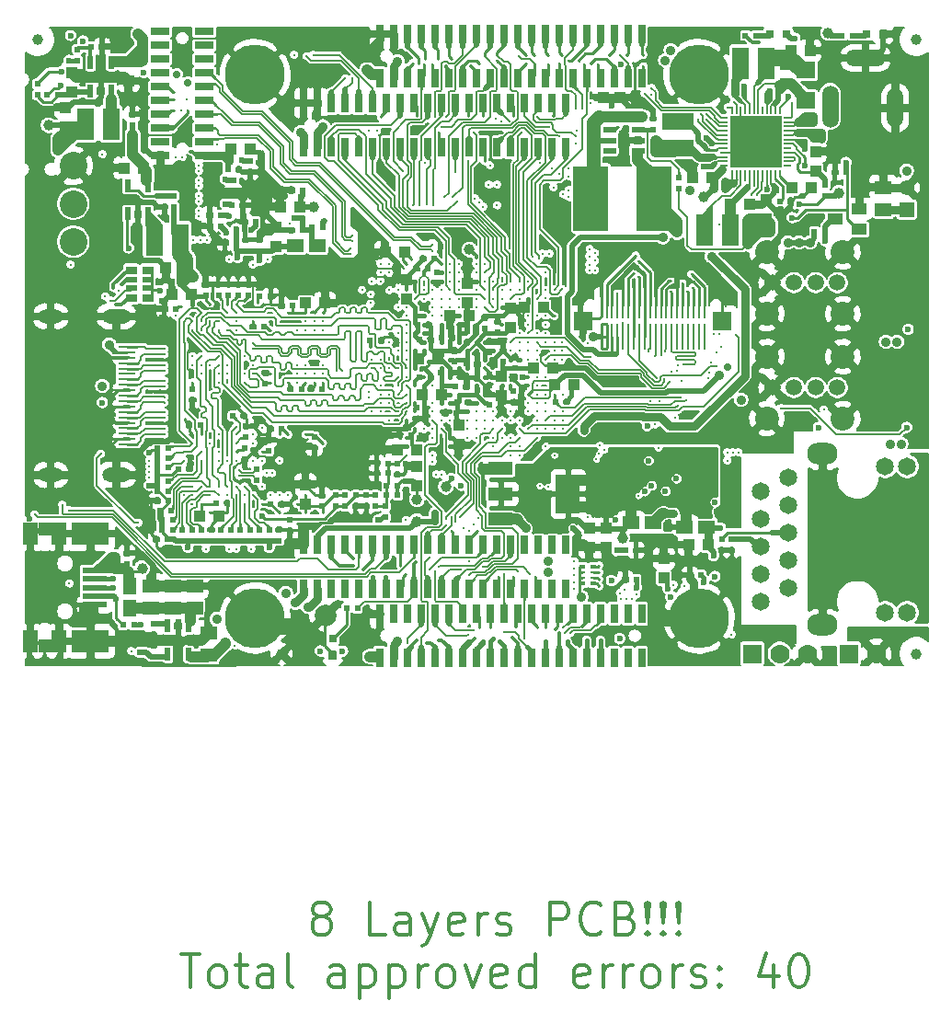
<source format=gbr>
%TF.GenerationSoftware,KiCad,Pcbnew,5.1.6-c6e7f7d~87~ubuntu18.04.1*%
%TF.CreationDate,2021-10-07T16:54:20+03:00*%
%TF.ProjectId,STMP157-OLinuXino-LIME2_Rev_B1,53544d50-3135-4372-9d4f-4c696e755869,B1*%
%TF.SameCoordinates,Original*%
%TF.FileFunction,Copper,L1,Top*%
%TF.FilePolarity,Positive*%
%FSLAX46Y46*%
G04 Gerber Fmt 4.6, Leading zero omitted, Abs format (unit mm)*
G04 Created by KiCad (PCBNEW 5.1.6-c6e7f7d~87~ubuntu18.04.1) date 2021-10-07 16:54:20*
%MOMM*%
%LPD*%
G01*
G04 APERTURE LIST*
%TA.AperFunction,NonConductor*%
%ADD10C,0.300000*%
%TD*%
%TA.AperFunction,Conductor*%
%ADD11R,0.250000X2.400000*%
%TD*%
%TA.AperFunction,SMDPad,CuDef*%
%ADD12R,1.800000X1.800000*%
%TD*%
%TA.AperFunction,ComponentPad*%
%ADD13O,2.800000X2.000000*%
%TD*%
%TA.AperFunction,ComponentPad*%
%ADD14C,1.650000*%
%TD*%
%TA.AperFunction,SMDPad,CuDef*%
%ADD15C,1.000000*%
%TD*%
%TA.AperFunction,ComponentPad*%
%ADD16O,3.700000X1.500000*%
%TD*%
%TA.AperFunction,ComponentPad*%
%ADD17O,1.500000X3.600000*%
%TD*%
%TA.AperFunction,ComponentPad*%
%ADD18O,1.500000X3.900000*%
%TD*%
%TA.AperFunction,SMDPad,CuDef*%
%ADD19R,1.800000X0.700000*%
%TD*%
%TA.AperFunction,SMDPad,CuDef*%
%ADD20R,0.700000X1.800000*%
%TD*%
%TA.AperFunction,ComponentPad*%
%ADD21O,1.800000X1.800000*%
%TD*%
%TA.AperFunction,ViaPad*%
%ADD22O,1.800000X1.800000*%
%TD*%
%TA.AperFunction,SMDPad,CuDef*%
%ADD23R,2.330000X2.330000*%
%TD*%
%TA.AperFunction,SMDPad,CuDef*%
%ADD24R,0.200000X0.800000*%
%TD*%
%TA.AperFunction,SMDPad,CuDef*%
%ADD25R,0.800000X0.200000*%
%TD*%
%TA.AperFunction,ComponentPad*%
%ADD26C,2.000000*%
%TD*%
%TA.AperFunction,SMDPad,CuDef*%
%ADD27R,0.500000X0.550000*%
%TD*%
%TA.AperFunction,SMDPad,CuDef*%
%ADD28R,1.524000X1.270000*%
%TD*%
%TA.AperFunction,ComponentPad*%
%ADD29R,1.600000X1.600000*%
%TD*%
%TA.AperFunction,ViaPad*%
%ADD30C,0.700000*%
%TD*%
%TA.AperFunction,SMDPad,CuDef*%
%ADD31R,0.550000X0.500000*%
%TD*%
%TA.AperFunction,SMDPad,CuDef*%
%ADD32R,1.016000X1.016000*%
%TD*%
%TA.AperFunction,SMDPad,CuDef*%
%ADD33R,0.550000X1.200000*%
%TD*%
%TA.AperFunction,Conductor*%
%ADD34R,1.300000X1.300000*%
%TD*%
%TA.AperFunction,Conductor*%
%ADD35R,1.340000X2.100000*%
%TD*%
%TA.AperFunction,Conductor*%
%ADD36R,1.400000X2.100000*%
%TD*%
%TA.AperFunction,SMDPad,CuDef*%
%ADD37R,2.250000X0.500000*%
%TD*%
%TA.AperFunction,Conductor*%
%ADD38R,3.500000X2.100000*%
%TD*%
%TA.AperFunction,ComponentPad*%
%ADD39O,2.300000X1.300000*%
%TD*%
%TA.AperFunction,SMDPad,CuDef*%
%ADD40R,1.600000X0.250000*%
%TD*%
%TA.AperFunction,ComponentPad*%
%ADD41O,2.700000X1.300000*%
%TD*%
%TA.AperFunction,ComponentPad*%
%ADD42C,2.540000*%
%TD*%
%TA.AperFunction,SMDPad,CuDef*%
%ADD43R,0.800000X0.800000*%
%TD*%
%TA.AperFunction,SMDPad,CuDef*%
%ADD44R,3.200000X6.000000*%
%TD*%
%TA.AperFunction,SMDPad,CuDef*%
%ADD45R,1.600000X3.000000*%
%TD*%
%TA.AperFunction,SMDPad,CuDef*%
%ADD46R,1.270000X1.524000*%
%TD*%
%TA.AperFunction,ComponentPad*%
%ADD47R,1.400000X1.400000*%
%TD*%
%TA.AperFunction,ComponentPad*%
%ADD48C,1.400000*%
%TD*%
%TA.AperFunction,SMDPad,CuDef*%
%ADD49R,1.016000X0.762000*%
%TD*%
%TA.AperFunction,SMDPad,CuDef*%
%ADD50R,1.016000X0.508000*%
%TD*%
%TA.AperFunction,SMDPad,CuDef*%
%ADD51R,0.625000X0.325000*%
%TD*%
%TA.AperFunction,SMDPad,CuDef*%
%ADD52R,0.625000X0.250000*%
%TD*%
%TA.AperFunction,ComponentPad*%
%ADD53R,1.422400X1.422400*%
%TD*%
%TA.AperFunction,SMDPad,CuDef*%
%ADD54R,0.675000X0.200000*%
%TD*%
%TA.AperFunction,SMDPad,CuDef*%
%ADD55R,0.775000X0.300000*%
%TD*%
%TA.AperFunction,SMDPad,CuDef*%
%ADD56R,1.200000X0.550000*%
%TD*%
%TA.AperFunction,ComponentPad*%
%ADD57C,2.200000*%
%TD*%
%TA.AperFunction,ComponentPad*%
%ADD58C,1.500000*%
%TD*%
%TA.AperFunction,SMDPad,CuDef*%
%ADD59R,2.235200X1.219200*%
%TD*%
%TA.AperFunction,SMDPad,CuDef*%
%ADD60R,2.200000X3.600000*%
%TD*%
%TA.AperFunction,SMDPad,CuDef*%
%ADD61R,3.000000X1.600000*%
%TD*%
%TA.AperFunction,ComponentPad*%
%ADD62R,1.778000X1.778000*%
%TD*%
%TA.AperFunction,ComponentPad*%
%ADD63C,1.778000*%
%TD*%
%TA.AperFunction,SMDPad,CuDef*%
%ADD64R,1.400000X1.000000*%
%TD*%
%TA.AperFunction,ConnectorPad*%
%ADD65C,1.000000*%
%TD*%
%TA.AperFunction,SMDPad,CuDef*%
%ADD66R,1.778000X1.524000*%
%TD*%
%TA.AperFunction,ComponentPad*%
%ADD67C,0.900000*%
%TD*%
%TA.AperFunction,ComponentPad*%
%ADD68C,5.500000*%
%TD*%
%TA.AperFunction,ViaPad*%
%ADD69C,0.327000*%
%TD*%
%TA.AperFunction,ViaPad*%
%ADD70C,0.600000*%
%TD*%
%TA.AperFunction,ViaPad*%
%ADD71C,0.900000*%
%TD*%
%TA.AperFunction,ViaPad*%
%ADD72C,0.800000*%
%TD*%
%TA.AperFunction,Conductor*%
%ADD73C,0.762000*%
%TD*%
%TA.AperFunction,Conductor*%
%ADD74C,0.558800*%
%TD*%
%TA.AperFunction,Conductor*%
%ADD75C,0.508000*%
%TD*%
%TA.AperFunction,Conductor*%
%ADD76C,0.203200*%
%TD*%
%TA.AperFunction,Conductor*%
%ADD77C,1.016000*%
%TD*%
%TA.AperFunction,Conductor*%
%ADD78C,0.127000*%
%TD*%
%TA.AperFunction,Conductor*%
%ADD79C,0.254000*%
%TD*%
%TA.AperFunction,Conductor*%
%ADD80C,0.406400*%
%TD*%
%TA.AperFunction,Conductor*%
%ADD81C,0.304800*%
%TD*%
%TA.AperFunction,Conductor*%
%ADD82C,1.524000*%
%TD*%
%TA.AperFunction,Conductor*%
%ADD83C,0.152400*%
%TD*%
%TA.AperFunction,Conductor*%
%ADD84C,1.270000*%
%TD*%
%TA.AperFunction,Conductor*%
%ADD85C,0.635000*%
%TD*%
%TA.AperFunction,Conductor*%
%ADD86C,0.106680*%
%TD*%
G04 APERTURE END LIST*
D10*
X128994362Y-124242858D02*
X128708648Y-124100001D01*
X128565791Y-123957144D01*
X128422934Y-123671429D01*
X128422934Y-123528572D01*
X128565791Y-123242858D01*
X128708648Y-123100001D01*
X128994362Y-122957144D01*
X129565790Y-122957144D01*
X129851505Y-123100001D01*
X129994362Y-123242858D01*
X130137219Y-123528572D01*
X130137219Y-123671429D01*
X129994362Y-123957144D01*
X129851505Y-124100001D01*
X129565790Y-124242858D01*
X128994362Y-124242858D01*
X128708648Y-124385715D01*
X128565791Y-124528572D01*
X128422934Y-124814286D01*
X128422934Y-125385715D01*
X128565791Y-125671429D01*
X128708648Y-125814286D01*
X128994362Y-125957143D01*
X129565790Y-125957143D01*
X129851505Y-125814286D01*
X129994362Y-125671429D01*
X130137219Y-125385715D01*
X130137219Y-124814286D01*
X129994362Y-124528572D01*
X129851505Y-124385715D01*
X129565790Y-124242858D01*
X135137217Y-125957143D02*
X133708646Y-125957143D01*
X133708646Y-122957144D01*
X137422931Y-125957143D02*
X137422931Y-124385715D01*
X137280074Y-124100001D01*
X136994359Y-123957144D01*
X136422931Y-123957144D01*
X136137217Y-124100001D01*
X137422931Y-125814286D02*
X137137217Y-125957143D01*
X136422931Y-125957143D01*
X136137217Y-125814286D01*
X135994360Y-125528572D01*
X135994360Y-125242857D01*
X136137217Y-124957143D01*
X136422931Y-124814286D01*
X137137217Y-124814286D01*
X137422931Y-124671429D01*
X138565787Y-123957144D02*
X139280073Y-125957143D01*
X139994358Y-123957144D02*
X139280073Y-125957143D01*
X138994359Y-126671428D01*
X138851502Y-126814285D01*
X138565787Y-126957143D01*
X142280072Y-125814286D02*
X141994358Y-125957143D01*
X141422929Y-125957143D01*
X141137215Y-125814286D01*
X140994358Y-125528572D01*
X140994358Y-124385715D01*
X141137215Y-124100001D01*
X141422929Y-123957144D01*
X141994358Y-123957144D01*
X142280072Y-124100001D01*
X142422929Y-124385715D01*
X142422929Y-124671429D01*
X140994358Y-124957143D01*
X143708643Y-125957143D02*
X143708643Y-123957144D01*
X143708643Y-124528572D02*
X143851500Y-124242858D01*
X143994357Y-124100001D01*
X144280071Y-123957144D01*
X144565785Y-123957144D01*
X145422928Y-125814286D02*
X145708642Y-125957143D01*
X146280071Y-125957143D01*
X146565785Y-125814286D01*
X146708642Y-125528572D01*
X146708642Y-125385715D01*
X146565785Y-125100000D01*
X146280071Y-124957143D01*
X145851499Y-124957143D01*
X145565785Y-124814286D01*
X145422928Y-124528572D01*
X145422928Y-124385715D01*
X145565785Y-124100001D01*
X145851499Y-123957144D01*
X146280071Y-123957144D01*
X146565785Y-124100001D01*
X150280069Y-125957143D02*
X150280069Y-122957144D01*
X151422926Y-122957144D01*
X151708640Y-123100001D01*
X151851497Y-123242858D01*
X151994354Y-123528572D01*
X151994354Y-123957144D01*
X151851497Y-124242858D01*
X151708640Y-124385715D01*
X151422926Y-124528572D01*
X150280069Y-124528572D01*
X154994353Y-125671429D02*
X154851496Y-125814286D01*
X154422925Y-125957143D01*
X154137211Y-125957143D01*
X153708640Y-125814286D01*
X153422925Y-125528572D01*
X153280068Y-125242857D01*
X153137211Y-124671429D01*
X153137211Y-124242858D01*
X153280068Y-123671429D01*
X153422925Y-123385715D01*
X153708640Y-123100001D01*
X154137211Y-122957144D01*
X154422925Y-122957144D01*
X154851496Y-123100001D01*
X154994353Y-123242858D01*
X157280067Y-124385715D02*
X157708638Y-124528572D01*
X157851495Y-124671429D01*
X157994352Y-124957143D01*
X157994352Y-125385715D01*
X157851495Y-125671429D01*
X157708638Y-125814286D01*
X157422924Y-125957143D01*
X156280067Y-125957143D01*
X156280067Y-122957144D01*
X157280067Y-122957144D01*
X157565781Y-123100001D01*
X157708638Y-123242858D01*
X157851495Y-123528572D01*
X157851495Y-123814286D01*
X157708638Y-124100001D01*
X157565781Y-124242858D01*
X157280067Y-124385715D01*
X156280067Y-124385715D01*
X159280066Y-125671429D02*
X159422923Y-125814286D01*
X159280066Y-125957143D01*
X159137209Y-125814286D01*
X159280066Y-125671429D01*
X159280066Y-125957143D01*
X159280066Y-124814286D02*
X159137209Y-123100001D01*
X159280066Y-122957144D01*
X159422923Y-123100001D01*
X159280066Y-124814286D01*
X159280066Y-122957144D01*
X160708637Y-125671429D02*
X160851494Y-125814286D01*
X160708637Y-125957143D01*
X160565780Y-125814286D01*
X160708637Y-125671429D01*
X160708637Y-125957143D01*
X160708637Y-124814286D02*
X160565780Y-123100001D01*
X160708637Y-122957144D01*
X160851494Y-123100001D01*
X160708637Y-124814286D01*
X160708637Y-122957144D01*
X162137208Y-125671429D02*
X162280065Y-125814286D01*
X162137208Y-125957143D01*
X161994351Y-125814286D01*
X162137208Y-125671429D01*
X162137208Y-125957143D01*
X162137208Y-124814286D02*
X161994351Y-123100001D01*
X162137208Y-122957144D01*
X162280065Y-123100001D01*
X162137208Y-124814286D01*
X162137208Y-122957144D01*
X116351509Y-127757143D02*
X118065794Y-127757143D01*
X117208652Y-130757142D02*
X117208652Y-127757143D01*
X119494365Y-130757142D02*
X119208651Y-130614285D01*
X119065794Y-130471428D01*
X118922937Y-130185714D01*
X118922937Y-129328571D01*
X119065794Y-129042857D01*
X119208651Y-128900000D01*
X119494365Y-128757143D01*
X119922937Y-128757143D01*
X120208651Y-128900000D01*
X120351508Y-129042857D01*
X120494365Y-129328571D01*
X120494365Y-130185714D01*
X120351508Y-130471428D01*
X120208651Y-130614285D01*
X119922937Y-130757142D01*
X119494365Y-130757142D01*
X121351508Y-128757143D02*
X122494364Y-128757143D01*
X121780079Y-127757143D02*
X121780079Y-130328571D01*
X121922936Y-130614285D01*
X122208650Y-130757142D01*
X122494364Y-130757142D01*
X124780078Y-130757142D02*
X124780078Y-129185714D01*
X124637221Y-128900000D01*
X124351507Y-128757143D01*
X123780078Y-128757143D01*
X123494364Y-128900000D01*
X124780078Y-130614285D02*
X124494364Y-130757142D01*
X123780078Y-130757142D01*
X123494364Y-130614285D01*
X123351507Y-130328571D01*
X123351507Y-130042856D01*
X123494364Y-129757142D01*
X123780078Y-129614285D01*
X124494364Y-129614285D01*
X124780078Y-129471428D01*
X126637220Y-130757142D02*
X126351506Y-130614285D01*
X126208649Y-130328571D01*
X126208649Y-127757143D01*
X131351504Y-130757142D02*
X131351504Y-129185714D01*
X131208647Y-128900000D01*
X130922933Y-128757143D01*
X130351505Y-128757143D01*
X130065790Y-128900000D01*
X131351504Y-130614285D02*
X131065790Y-130757142D01*
X130351505Y-130757142D01*
X130065790Y-130614285D01*
X129922933Y-130328571D01*
X129922933Y-130042856D01*
X130065790Y-129757142D01*
X130351505Y-129614285D01*
X131065790Y-129614285D01*
X131351504Y-129471428D01*
X132780075Y-128757143D02*
X132780075Y-131757142D01*
X132780075Y-128900000D02*
X133065789Y-128757143D01*
X133637218Y-128757143D01*
X133922932Y-128900000D01*
X134065789Y-129042857D01*
X134208646Y-129328571D01*
X134208646Y-130185714D01*
X134065789Y-130471428D01*
X133922932Y-130614285D01*
X133637218Y-130757142D01*
X133065789Y-130757142D01*
X132780075Y-130614285D01*
X135494360Y-128757143D02*
X135494360Y-131757142D01*
X135494360Y-128900000D02*
X135780074Y-128757143D01*
X136351503Y-128757143D01*
X136637217Y-128900000D01*
X136780074Y-129042857D01*
X136922931Y-129328571D01*
X136922931Y-130185714D01*
X136780074Y-130471428D01*
X136637217Y-130614285D01*
X136351503Y-130757142D01*
X135780074Y-130757142D01*
X135494360Y-130614285D01*
X138208645Y-130757142D02*
X138208645Y-128757143D01*
X138208645Y-129328571D02*
X138351502Y-129042857D01*
X138494359Y-128900000D01*
X138780073Y-128757143D01*
X139065787Y-128757143D01*
X140494358Y-130757142D02*
X140208644Y-130614285D01*
X140065787Y-130471428D01*
X139922930Y-130185714D01*
X139922930Y-129328571D01*
X140065787Y-129042857D01*
X140208644Y-128900000D01*
X140494358Y-128757143D01*
X140922930Y-128757143D01*
X141208644Y-128900000D01*
X141351501Y-129042857D01*
X141494358Y-129328571D01*
X141494358Y-130185714D01*
X141351501Y-130471428D01*
X141208644Y-130614285D01*
X140922930Y-130757142D01*
X140494358Y-130757142D01*
X142494358Y-128757143D02*
X143208643Y-130757142D01*
X143922929Y-128757143D01*
X146208642Y-130614285D02*
X145922928Y-130757142D01*
X145351500Y-130757142D01*
X145065785Y-130614285D01*
X144922928Y-130328571D01*
X144922928Y-129185714D01*
X145065785Y-128900000D01*
X145351500Y-128757143D01*
X145922928Y-128757143D01*
X146208642Y-128900000D01*
X146351499Y-129185714D01*
X146351499Y-129471428D01*
X144922928Y-129757142D01*
X148922927Y-130757142D02*
X148922927Y-127757143D01*
X148922927Y-130614285D02*
X148637213Y-130757142D01*
X148065784Y-130757142D01*
X147780070Y-130614285D01*
X147637213Y-130471428D01*
X147494356Y-130185714D01*
X147494356Y-129328571D01*
X147637213Y-129042857D01*
X147780070Y-128900000D01*
X148065784Y-128757143D01*
X148637213Y-128757143D01*
X148922927Y-128900000D01*
X153780068Y-130614285D02*
X153494354Y-130757142D01*
X152922926Y-130757142D01*
X152637211Y-130614285D01*
X152494354Y-130328571D01*
X152494354Y-129185714D01*
X152637211Y-128900000D01*
X152922926Y-128757143D01*
X153494354Y-128757143D01*
X153780068Y-128900000D01*
X153922925Y-129185714D01*
X153922925Y-129471428D01*
X152494354Y-129757142D01*
X155208639Y-130757142D02*
X155208639Y-128757143D01*
X155208639Y-129328571D02*
X155351496Y-129042857D01*
X155494353Y-128900000D01*
X155780067Y-128757143D01*
X156065782Y-128757143D01*
X157065781Y-130757142D02*
X157065781Y-128757143D01*
X157065781Y-129328571D02*
X157208638Y-129042857D01*
X157351496Y-128900000D01*
X157637210Y-128757143D01*
X157922924Y-128757143D01*
X159351495Y-130757142D02*
X159065781Y-130614285D01*
X158922924Y-130471428D01*
X158780066Y-130185714D01*
X158780066Y-129328571D01*
X158922924Y-129042857D01*
X159065781Y-128900000D01*
X159351495Y-128757143D01*
X159780066Y-128757143D01*
X160065780Y-128900000D01*
X160208637Y-129042857D01*
X160351495Y-129328571D01*
X160351495Y-130185714D01*
X160208637Y-130471428D01*
X160065780Y-130614285D01*
X159780066Y-130757142D01*
X159351495Y-130757142D01*
X161637208Y-130757142D02*
X161637208Y-128757143D01*
X161637208Y-129328571D02*
X161780065Y-129042857D01*
X161922923Y-128900000D01*
X162208637Y-128757143D01*
X162494351Y-128757143D01*
X163351494Y-130614285D02*
X163637208Y-130757142D01*
X164208636Y-130757142D01*
X164494350Y-130614285D01*
X164637207Y-130328571D01*
X164637207Y-130185714D01*
X164494350Y-129899999D01*
X164208636Y-129757142D01*
X163780065Y-129757142D01*
X163494351Y-129614285D01*
X163351494Y-129328571D01*
X163351494Y-129185714D01*
X163494351Y-128900000D01*
X163780065Y-128757143D01*
X164208636Y-128757143D01*
X164494350Y-128900000D01*
X165922921Y-130471428D02*
X166065778Y-130614285D01*
X165922921Y-130757142D01*
X165780064Y-130614285D01*
X165922921Y-130471428D01*
X165922921Y-130757142D01*
X165922921Y-128900000D02*
X166065778Y-129042857D01*
X165922921Y-129185714D01*
X165780064Y-129042857D01*
X165922921Y-128900000D01*
X165922921Y-129185714D01*
X170922920Y-128757143D02*
X170922920Y-130757142D01*
X170208634Y-127614286D02*
X169494349Y-129757142D01*
X171351491Y-129757142D01*
X173065776Y-127757143D02*
X173351490Y-127757143D01*
X173637204Y-127900000D01*
X173780061Y-128042857D01*
X173922919Y-128328571D01*
X174065776Y-128900000D01*
X174065776Y-129614285D01*
X173922919Y-130185714D01*
X173780061Y-130471428D01*
X173637204Y-130614285D01*
X173351490Y-130757142D01*
X173065776Y-130757142D01*
X172780062Y-130614285D01*
X172637205Y-130471428D01*
X172494348Y-130185714D01*
X172351491Y-129614285D01*
X172351491Y-128900000D01*
X172494348Y-128328571D01*
X172637205Y-128042857D01*
X172780062Y-127900000D01*
X173065776Y-127757143D01*
D11*
%TO.N,/eMMC\u002C SPI-Flash\u002C T-Card and Boot/EMMC_D0*%
%TO.C,Flash_Con1*%
X164516000Y-68069000D03*
%TO.N,GND*%
X164016000Y-68069000D03*
%TO.N,/eMMC\u002C SPI-Flash\u002C T-Card and Boot/EMMC_D1*%
X163516000Y-68069000D03*
%TO.N,GND*%
X163016000Y-68069000D03*
%TO.N,/eMMC\u002C SPI-Flash\u002C T-Card and Boot/EMMC_D2*%
X162516000Y-68069000D03*
%TO.N,GND*%
X162016000Y-68069000D03*
%TO.N,/eMMC\u002C SPI-Flash\u002C T-Card and Boot/EMMC_D3*%
X161516000Y-68069000D03*
%TO.N,GND*%
X161016000Y-68069000D03*
%TO.N,/eMMC\u002C SPI-Flash\u002C T-Card and Boot/EMMC_D4*%
X160516000Y-68069000D03*
%TO.N,GND*%
X160016000Y-68069000D03*
%TO.N,/eMMC\u002C SPI-Flash\u002C T-Card and Boot/EMMC_D5*%
X159516000Y-68069000D03*
%TO.N,GND*%
X159016000Y-68069000D03*
%TO.N,/eMMC\u002C SPI-Flash\u002C T-Card and Boot/EMMC_D6*%
X158516000Y-68069000D03*
%TO.N,GND*%
X158016000Y-68069000D03*
%TO.N,/eMMC\u002C SPI-Flash\u002C T-Card and Boot/EMMC_D7*%
X157516000Y-68069000D03*
%TO.N,GND*%
X157016000Y-68069000D03*
%TO.N,Net-(Flash_Con1-Pad8)*%
X156516000Y-68069000D03*
%TO.N,GND*%
X156016000Y-68069000D03*
%TO.N,/eMMC\u002C SPI-Flash\u002C T-Card and Boot/EMMC_CLK*%
X155516000Y-68069000D03*
%TO.N,Net-(Flash_Con1-Pad39)*%
X164516000Y-70869000D03*
%TO.N,Net-(Flash_Con1-Pad37)*%
X164016000Y-70869000D03*
%TO.N,Net-(Flash_Con1-Pad35)*%
X163516000Y-70869000D03*
%TO.N,Net-(Flash_Con1-Pad33)*%
X163016000Y-70869000D03*
%TO.N,Net-(Flash_Con1-Pad31)*%
X162516000Y-70869000D03*
%TO.N,Net-(Flash_Con1-Pad29)*%
X162016000Y-70869000D03*
%TO.N,/eMMC\u002C SPI-Flash\u002C T-Card and Boot/SPI_CS*%
X161516000Y-70869000D03*
%TO.N,/eMMC\u002C SPI-Flash\u002C T-Card and Boot/SPI_IO1*%
X161016000Y-70869000D03*
%TO.N,/eMMC\u002C SPI-Flash\u002C T-Card and Boot/SPI_IO2*%
X160516000Y-70869000D03*
%TO.N,/eMMC\u002C SPI-Flash\u002C T-Card and Boot/SPI_IO3*%
X160016000Y-70869000D03*
%TO.N,/eMMC\u002C SPI-Flash\u002C T-Card and Boot/SPI_IO0*%
X159516000Y-70869000D03*
%TO.N,GND*%
X159016000Y-70869000D03*
%TO.N,/eMMC\u002C SPI-Flash\u002C T-Card and Boot/SPI_CLK*%
X158516000Y-70869000D03*
%TO.N,GND*%
X158016000Y-70869000D03*
%TO.N,Net-(Flash_Con1-Pad11)*%
X157516000Y-70869000D03*
%TO.N,/eMMC\u002C SPI-Flash\u002C T-Card and Boot/EMMC_CMD*%
X157016000Y-70869000D03*
%TO.N,VDD-FLASH*%
X156516000Y-70869000D03*
X156016000Y-70869000D03*
%TO.N,+3V3*%
X155516000Y-70869000D03*
%TO.N,GND*%
X155016000Y-68069000D03*
%TO.N,+3V3*%
X155016000Y-70869000D03*
D12*
%TD*%
%TO.P,Flash_Con1,0*%
%TO.N,GND*%
X166166000Y-69469000D03*
%TO.P,Flash_Con1,0*%
%TO.N,GND*%
X153366000Y-69469000D03*
%TD*%
D13*
%TO.P,LAN1,SH2*%
%TO.N,Net-(C71-Pad2)*%
X175362000Y-97435000D03*
%TO.P,LAN1,SH1*%
X175362000Y-81635000D03*
D14*
%TO.P,LAN1,14*%
%TO.N,/HDMI\u002C LCD  and Ethernet/PHYAD0*%
X183134000Y-96266000D03*
%TO.P,LAN1,13*%
%TO.N,/HDMI\u002C LCD  and Ethernet/VDD33*%
X181102000Y-96266000D03*
%TO.P,LAN1,12*%
%TO.N,/HDMI\u002C LCD  and Ethernet/PHYAD1*%
X183134000Y-82804000D03*
%TO.P,LAN1,11*%
%TO.N,/HDMI\u002C LCD  and Ethernet/VDD33*%
X181102000Y-82804000D03*
%TO.P,LAN1,10*%
%TO.N,/HDMI\u002C LCD  and Ethernet/MDI[3]-*%
X169672000Y-95250000D03*
%TO.P,LAN1,9*%
%TO.N,/HDMI\u002C LCD  and Ethernet/MDI[3]+*%
X172212000Y-93980000D03*
%TO.P,LAN1,8*%
%TO.N,/HDMI\u002C LCD  and Ethernet/MDI[2]-*%
X169672000Y-92710000D03*
%TO.P,LAN1,7*%
%TO.N,/HDMI\u002C LCD  and Ethernet/MDI[2]+*%
X172212000Y-91440000D03*
%TO.P,LAN1,6*%
%TO.N,Net-(C70-Pad2)*%
X169672000Y-90170000D03*
%TO.P,LAN1,5*%
%TO.N,Net-(C69-Pad2)*%
X172212000Y-88900000D03*
%TO.P,LAN1,4*%
%TO.N,/HDMI\u002C LCD  and Ethernet/MDI[1]-*%
X169672000Y-87630000D03*
%TO.P,LAN1,3*%
%TO.N,/HDMI\u002C LCD  and Ethernet/MDI[1]+*%
X172212000Y-86360000D03*
%TO.P,LAN1,2*%
%TO.N,/HDMI\u002C LCD  and Ethernet/MDI[0]-*%
X169672000Y-85090000D03*
%TO.P,LAN1,1*%
%TO.N,/HDMI\u002C LCD  and Ethernet/MDI[0]+*%
X172212000Y-83820000D03*
%TD*%
D15*
%TO.P,+5V_EXT1,1*%
%TO.N,+5V_EXT*%
X175895000Y-42926000D03*
%TD*%
%TO.P,+1.2V_HDMI1,1*%
%TO.N,1.2V_HDMI*%
X128524000Y-58928000D03*
%TD*%
%TO.P,VBUS1,1*%
%TO.N,VBUS*%
X112776000Y-92202000D03*
%TD*%
%TO.P,1.25_EXT1,1*%
%TO.N,/HDMI\u002C LCD  and Ethernet/1.25_EXT*%
X156972000Y-89408000D03*
%TD*%
%TO.P,1.2V_VDDCORE1,1*%
%TO.N,1.2V_VDDCORE*%
X142875000Y-62865000D03*
%TD*%
%TO.P,1.35V_DDR1,1*%
%TO.N,1.35V_DDR*%
X138049000Y-85852000D03*
%TD*%
%TO.P,3.3V1,1*%
%TO.N,+3V3*%
X104140000Y-51435000D03*
%TD*%
%TO.P,GND1,1*%
%TO.N,GND*%
X125603000Y-100076000D03*
%TD*%
%TO.P,IPS1,1*%
%TO.N,IPS*%
X112395000Y-43053000D03*
%TD*%
%TO.P,VDD_USB1,1*%
%TO.N,VDD_USB*%
X140716000Y-84709000D03*
%TD*%
%TO.P,+2.8V1,1*%
%TO.N,+2V8*%
X138049000Y-87884000D03*
%TD*%
%TO.P,VBAT-RTC1,1*%
%TO.N,/Power Supply/VBAT-RTC*%
X176911000Y-57658000D03*
%TD*%
%TO.P,VDD-FLASH1,1*%
%TO.N,VDD-FLASH*%
X164465000Y-58039000D03*
%TD*%
D16*
%TO.P,PWR1,-*%
%TO.N,GND*%
X179345000Y-45258000D03*
D17*
X182091000Y-49858000D03*
D18*
%TO.P,PWR1,+*%
%TO.N,+5V_EXT*%
X176091000Y-49708000D03*
%TD*%
D19*
%TO.P,GPIO4,1*%
%TO.N,+3V3*%
X118491000Y-54229000D03*
%TO.P,GPIO4,2*%
%TO.N,GND*%
X114427000Y-54229000D03*
%TO.P,GPIO4,3*%
%TO.N,DSI_D1P*%
X118491000Y-52959000D03*
%TO.P,GPIO4,4*%
%TO.N,Net-(GPIO4-Pad4)*%
X114427000Y-52959000D03*
%TO.P,GPIO4,5*%
%TO.N,DSI_D1N*%
X118491000Y-51689000D03*
%TO.P,GPIO4,6*%
%TO.N,AXP_GPIO1*%
X114427000Y-51689000D03*
%TO.P,GPIO4,7*%
%TO.N,DSI_CKP*%
X118491000Y-50419000D03*
%TO.P,GPIO4,8*%
%TO.N,AXP_GPIO0*%
X114427000Y-50419000D03*
%TO.P,GPIO4,9*%
%TO.N,DSI_CKN*%
X118491000Y-49149000D03*
%TO.P,GPIO4,10*%
%TO.N,AXP_GPIO2\u005CLCD_LR*%
X114427000Y-49149000D03*
%TO.P,GPIO4,11*%
%TO.N,DSI_D0P*%
X118491000Y-47879000D03*
%TO.P,GPIO4,12*%
%TO.N,AXP_GPIO3\u005CLCD_UD*%
X114427000Y-47879000D03*
%TO.P,GPIO4,13*%
%TO.N,DSI_D0N*%
X118491000Y-46609000D03*
%TO.P,GPIO4,14*%
%TO.N,Net-(GPIO4-Pad14)*%
X114427000Y-46609000D03*
%TO.P,GPIO4,15*%
%TO.N,Net-(GPIO4-Pad15)*%
X118491000Y-45339000D03*
%TO.P,GPIO4,16*%
%TO.N,Net-(GPIO4-Pad16)*%
X114427000Y-45339000D03*
%TO.P,GPIO4,17*%
%TO.N,Net-(GPIO4-Pad17)*%
X118491000Y-44069000D03*
%TO.P,GPIO4,18*%
%TO.N,Net-(GPIO4-Pad18)*%
X114427000Y-44069000D03*
%TO.P,GPIO4,19*%
%TO.N,Net-(GPIO4-Pad19)*%
X118491000Y-42799000D03*
%TO.P,GPIO4,20*%
%TO.N,Net-(GPIO4-Pad20)*%
X114427000Y-42799000D03*
%TD*%
D20*
%TO.P,GPIO-1,20*%
%TO.N,/USB\u002C CAN and Extensions/PE1*%
X139065000Y-49403000D03*
%TO.P,GPIO-1,19*%
%TO.N,/USB\u002C CAN and Extensions/PD9*%
X139065000Y-53467000D03*
%TO.P,GPIO-1,18*%
%TO.N,/USB\u002C CAN and Extensions/PC13*%
X137795000Y-49403000D03*
%TO.P,GPIO-1,17*%
%TO.N,/USB\u002C CAN and Extensions/PD8*%
X137795000Y-53467000D03*
%TO.P,GPIO-1,16*%
%TO.N,PC7*%
X136525000Y-49403000D03*
%TO.P,GPIO-1,15*%
%TO.N,/USB\u002C CAN and Extensions/SDMMC3_D3*%
X136525000Y-53467000D03*
%TO.P,GPIO-1,14*%
%TO.N,/USB\u002C CAN and Extensions/PA3*%
X135255000Y-49403000D03*
%TO.P,GPIO-1,13*%
%TO.N,/USB\u002C CAN and Extensions/SDMMC3_D2*%
X135255000Y-53467000D03*
%TO.P,GPIO-1,12*%
%TO.N,PA5\u005CADC2_INN18*%
X133985000Y-49403000D03*
%TO.P,GPIO-1,11*%
%TO.N,/USB\u002C CAN and Extensions/SDMMC3_D1*%
X133985000Y-53467000D03*
%TO.P,GPIO-1,10*%
%TO.N,PA4\u005CADC2_INP18*%
X132715000Y-49403000D03*
%TO.P,GPIO-1,9*%
%TO.N,/USB\u002C CAN and Extensions/SDMMC3_D0*%
X132715000Y-53467000D03*
%TO.P,GPIO-1,8*%
%TO.N,ADC1_INP1*%
X131445000Y-49403000D03*
%TO.P,GPIO-1,7*%
%TO.N,/USB\u002C CAN and Extensions/SDMMC3_CK*%
X131445000Y-53467000D03*
%TO.P,GPIO-1,6*%
%TO.N,ADC1_INN1*%
X130175000Y-49403000D03*
%TO.P,GPIO-1,5*%
%TO.N,/USB\u002C CAN and Extensions/SDMMC3_CMD*%
X130175000Y-53467000D03*
%TO.P,GPIO-1,4*%
%TO.N,GND*%
X128905000Y-49403000D03*
%TO.P,GPIO-1,3*%
%TO.N,+3V3*%
X128905000Y-53467000D03*
%TO.P,GPIO-1,2*%
%TO.N,GND*%
X127635000Y-49403000D03*
%TO.P,GPIO-1,1*%
%TO.N,+5V*%
X127635000Y-53467000D03*
%TO.P,GPIO-1,21*%
%TO.N,/USB\u002C CAN and Extensions/PG8*%
X140335000Y-53467000D03*
%TO.P,GPIO-1,22*%
%TO.N,PE4*%
X140335000Y-49403000D03*
%TO.P,GPIO-1,23*%
%TO.N,/USB\u002C CAN and Extensions/PE15*%
X141605000Y-53467000D03*
%TO.P,GPIO-1,24*%
%TO.N,PF2*%
X141605000Y-49403000D03*
%TO.P,GPIO-1,25*%
%TO.N,/USB\u002C CAN and Extensions/USART3_TX*%
X142875000Y-53467000D03*
%TO.P,GPIO-1,26*%
%TO.N,/USB\u002C CAN and Extensions/USART1_RX*%
X142875000Y-49403000D03*
%TO.P,GPIO-1,27*%
%TO.N,/USB\u002C CAN and Extensions/USART3_RX*%
X144145000Y-53467000D03*
%TO.P,GPIO-1,28*%
%TO.N,/USB\u002C CAN and Extensions/USART1_TX*%
X144145000Y-49403000D03*
%TO.P,GPIO-1,29*%
%TO.N,/USB\u002C CAN and Extensions/PH15*%
X145415000Y-53467000D03*
%TO.P,GPIO-1,30*%
%TO.N,/USB\u002C CAN and Extensions/I2C2_SDA*%
X145415000Y-49403000D03*
%TO.P,GPIO-1,31*%
%TO.N,/USB\u002C CAN and Extensions/PZ1*%
X146685000Y-53467000D03*
%TO.P,GPIO-1,32*%
%TO.N,/USB\u002C CAN and Extensions/I2C2_SCL*%
X146685000Y-49403000D03*
%TO.P,GPIO-1,33*%
%TO.N,PE11\u005CSPI4_NSS*%
X147955000Y-53467000D03*
%TO.P,GPIO-1,34*%
%TO.N,PB9\u005CI2C1_SDA*%
X147955000Y-49403000D03*
%TO.P,GPIO-1,35*%
%TO.N,/USB\u002C CAN and Extensions/SPI4_SCK*%
X149225000Y-53467000D03*
%TO.P,GPIO-1,36*%
%TO.N,PF14\u005CI2C1_SCL*%
X149225000Y-49403000D03*
%TO.P,GPIO-1,37*%
%TO.N,/USB\u002C CAN and Extensions/SPI4_MOSI*%
X150495000Y-53467000D03*
%TO.P,GPIO-1,38*%
%TO.N,/USB\u002C CAN and Extensions/PH6*%
X150495000Y-49403000D03*
%TO.P,GPIO-1,39*%
%TO.N,/USB\u002C CAN and Extensions/SPI4_MISO*%
X151765000Y-53467000D03*
%TO.P,GPIO-1,40*%
%TO.N,/USB\u002C CAN and Extensions/PI10*%
X151765000Y-49403000D03*
%TD*%
%TO.P,GPIO-2,40*%
%TO.N,Net-(GPIO-2-Pad40)*%
X151765000Y-90043000D03*
%TO.P,GPIO-2,39*%
%TO.N,Net-(GPIO-2-Pad39)*%
X151765000Y-94107000D03*
%TO.P,GPIO-2,38*%
%TO.N,Net-(GPIO-2-Pad38)*%
X150495000Y-90043000D03*
%TO.P,GPIO-2,37*%
%TO.N,Net-(GPIO-2-Pad37)*%
X150495000Y-94107000D03*
%TO.P,GPIO-2,36*%
%TO.N,Net-(GPIO-2-Pad36)*%
X149225000Y-90043000D03*
%TO.P,GPIO-2,35*%
%TO.N,/USB\u002C CAN and Extensions/SPI2_MISO*%
X149225000Y-94107000D03*
%TO.P,GPIO-2,34*%
%TO.N,Net-(GPIO-2-Pad34)*%
X147955000Y-90043000D03*
%TO.P,GPIO-2,33*%
%TO.N,/USB\u002C CAN and Extensions/SPI2_MOSI*%
X147955000Y-94107000D03*
%TO.P,GPIO-2,32*%
%TO.N,/USB\u002C CAN and Extensions/UART4_TX*%
X146685000Y-90043000D03*
%TO.P,GPIO-2,31*%
%TO.N,/USB\u002C CAN and Extensions/SPI2_SCK*%
X146685000Y-94107000D03*
%TO.P,GPIO-2,30*%
%TO.N,/USB\u002C CAN and Extensions/UART4_RX*%
X145415000Y-90043000D03*
%TO.P,GPIO-2,29*%
%TO.N,/USB\u002C CAN and Extensions/SPI2_NSS*%
X145415000Y-94107000D03*
%TO.P,GPIO-2,28*%
%TO.N,/USB\u002C CAN and Extensions/DCMI_D7*%
X144145000Y-90043000D03*
%TO.P,GPIO-2,27*%
%TO.N,PG7*%
X144145000Y-94107000D03*
%TO.P,GPIO-2,26*%
%TO.N,/USB\u002C CAN and Extensions/DCMI_D6*%
X142875000Y-90043000D03*
%TO.P,GPIO-2,25*%
%TO.N,PG10*%
X142875000Y-94107000D03*
%TO.P,GPIO-2,24*%
%TO.N,/USB\u002C CAN and Extensions/DCMI_D5*%
X141605000Y-90043000D03*
%TO.P,GPIO-2,23*%
%TO.N,PH3*%
X141605000Y-94107000D03*
%TO.P,GPIO-2,22*%
%TO.N,/USB\u002C CAN and Extensions/DCMI_D4*%
X140335000Y-90043000D03*
%TO.P,GPIO-2,21*%
%TO.N,PH2*%
X140335000Y-94107000D03*
%TO.P,GPIO-2,1*%
%TO.N,+5V*%
X127635000Y-94107000D03*
%TO.P,GPIO-2,2*%
%TO.N,GND*%
X127635000Y-90043000D03*
%TO.P,GPIO-2,3*%
%TO.N,+3V3*%
X128905000Y-94107000D03*
%TO.P,GPIO-2,4*%
%TO.N,+2V8*%
X128905000Y-90043000D03*
%TO.P,GPIO-2,5*%
%TO.N,Net-(GPIO-2-Pad5)*%
X130175000Y-94107000D03*
%TO.P,GPIO-2,6*%
%TO.N,/USB\u002C CAN and Extensions/DCMI_PIXCLK*%
X130175000Y-90043000D03*
%TO.P,GPIO-2,7*%
%TO.N,Net-(GPIO-2-Pad7)*%
X131445000Y-94107000D03*
%TO.P,GPIO-2,8*%
%TO.N,/USB\u002C CAN and Extensions/MCO1*%
X131445000Y-90043000D03*
%TO.P,GPIO-2,9*%
%TO.N,Net-(GPIO-2-Pad9)*%
X132715000Y-94107000D03*
%TO.P,GPIO-2,10*%
%TO.N,/USB\u002C CAN and Extensions/DCMI_HSYNC*%
X132715000Y-90043000D03*
%TO.P,GPIO-2,11*%
%TO.N,/USB\u002C CAN and Extensions/PF12*%
X133985000Y-94107000D03*
%TO.P,GPIO-2,12*%
%TO.N,/USB\u002C CAN and Extensions/DCMI_VSYNC*%
X133985000Y-90043000D03*
%TO.P,GPIO-2,13*%
%TO.N,/USB\u002C CAN and Extensions/PH7*%
X135255000Y-94107000D03*
%TO.P,GPIO-2,14*%
%TO.N,/USB\u002C CAN and Extensions/DCMI_D0*%
X135255000Y-90043000D03*
%TO.P,GPIO-2,15*%
%TO.N,PA0\u005CWKUP1*%
X136525000Y-94107000D03*
%TO.P,GPIO-2,16*%
%TO.N,/USB\u002C CAN and Extensions/DCMI_D1*%
X136525000Y-90043000D03*
%TO.P,GPIO-2,17*%
%TO.N,PC0*%
X137795000Y-94107000D03*
%TO.P,GPIO-2,18*%
%TO.N,/USB\u002C CAN and Extensions/DCMI_D2*%
X137795000Y-90043000D03*
%TO.P,GPIO-2,19*%
%TO.N,/USB\u002C CAN and Extensions/PG2*%
X139065000Y-94107000D03*
%TO.P,GPIO-2,20*%
%TO.N,/USB\u002C CAN and Extensions/DCMI_D3*%
X139065000Y-90043000D03*
%TD*%
D21*
%TO.P,U18,49*%
%TO.N,GND*%
X169269000Y-52959000D03*
D22*
%TD*%
%TO.N,GND*%
%TO.C,U18*%
X167869000Y-54359000D03*
%TO.N,GND*%
%TO.C,U18*%
X167869000Y-51559000D03*
X170669000Y-54359000D03*
X170669000Y-51559000D03*
D23*
%TD*%
%TO.P,U18,49*%
%TO.N,GND*%
X168104000Y-54124000D03*
%TO.P,U18,49*%
%TO.N,GND*%
X168104000Y-51794000D03*
X170434000Y-51794000D03*
X170434000Y-54124000D03*
D24*
%TO.P,U18,48*%
%TO.N,Net-(R135-Pad1)*%
X167069000Y-50039000D03*
%TO.P,U18,47*%
%TO.N,Net-(C97-Pad1)*%
X167469000Y-50039000D03*
%TO.P,U18,46*%
%TO.N,GND*%
X167869000Y-50039000D03*
%TO.P,U18,45*%
%TO.N,Net-(L11-Pad1)*%
X168269000Y-50039000D03*
%TO.P,U18,44*%
%TO.N,IPS*%
X168669000Y-50039000D03*
%TO.P,U18,43*%
%TO.N,/Power Supply/CHSENSE*%
X169069000Y-50039000D03*
%TO.P,U18,42*%
%TO.N,VBAT*%
X169469000Y-50039000D03*
%TO.P,U18,41*%
%TO.N,Net-(U18-Pad41)*%
X169869000Y-50039000D03*
%TO.P,U18,40*%
%TO.N,IPS*%
X170269000Y-50039000D03*
%TO.P,U18,39*%
%TO.N,VBAT*%
X170669000Y-50039000D03*
%TO.P,U18,38*%
X171069000Y-50039000D03*
%TO.P,U18,37*%
%TO.N,Net-(R108-Pad1)*%
X171469000Y-50039000D03*
D25*
%TO.P,U18,36*%
%TO.N,Net-(CHGLED1-Pad1)*%
X172189000Y-50759000D03*
%TO.P,U18,35*%
%TO.N,IPS*%
X172189000Y-51159000D03*
%TO.P,U18,34*%
X172189000Y-51559000D03*
%TO.P,U18,33*%
%TO.N,+5V_EXT*%
X172189000Y-51959000D03*
%TO.P,U18,32*%
X172189000Y-52359000D03*
%TO.P,U18,31*%
%TO.N,VBUS*%
X172189000Y-52759000D03*
%TO.P,U18,30*%
%TO.N,/Power Supply/AXP_BACKUP*%
X172189000Y-53159000D03*
%TO.P,U18,29*%
%TO.N,Net-(U18-Pad29)*%
X172189000Y-53559000D03*
%TO.P,U18,28*%
%TO.N,Net-(C108-Pad2)*%
X172189000Y-53959000D03*
%TO.P,U18,27*%
%TO.N,/Power Supply/VINT*%
X172189000Y-54359000D03*
%TO.P,U18,26*%
X172189000Y-54759000D03*
%TO.P,U18,25*%
%TO.N,Net-(U18-Pad25)*%
X172189000Y-55159000D03*
D24*
%TO.P,U18,24*%
%TO.N,Net-(C95-Pad1)*%
X171469000Y-55879000D03*
%TO.P,U18,23*%
%TO.N,Net-(R99-Pad1)*%
X171069000Y-55879000D03*
%TO.P,U18,22*%
%TO.N,GND*%
X170669000Y-55879000D03*
%TO.P,U18,21*%
%TO.N,IPS*%
X170269000Y-55879000D03*
%TO.P,U18,20*%
%TO.N,/Power Supply/EXTEN*%
X169869000Y-55879000D03*
%TO.P,U18,19*%
%TO.N,AXP_GPIO0*%
X169469000Y-55879000D03*
%TO.P,U18,18*%
%TO.N,AXP_GPIO1*%
X169069000Y-55879000D03*
%TO.P,U18,17*%
%TO.N,1.2V_HDMI*%
X168669000Y-55879000D03*
%TO.P,U18,16*%
%TO.N,GND*%
X168269000Y-55879000D03*
%TO.P,U18,15*%
%TO.N,Net-(L17-Pad1)*%
X167869000Y-55879000D03*
%TO.P,U18,14*%
%TO.N,IPS*%
X167469000Y-55879000D03*
%TO.P,U18,13*%
X167069000Y-55879000D03*
D25*
%TO.P,U18,12*%
%TO.N,VDD-FLASH*%
X166349000Y-55159000D03*
%TO.P,U18,11*%
%TO.N,+2V8*%
X166349000Y-54759000D03*
%TO.P,U18,10*%
%TO.N,1.2V_VDDCORE*%
X166349000Y-54359000D03*
%TO.P,U18,9*%
%TO.N,GND*%
X166349000Y-53959000D03*
%TO.P,U18,8*%
%TO.N,Net-(L12-Pad1)*%
X166349000Y-53559000D03*
%TO.P,U18,7*%
%TO.N,IPS*%
X166349000Y-53159000D03*
%TO.P,U18,6*%
%TO.N,USB-OTG-DRV*%
X166349000Y-52759000D03*
%TO.P,U18,5*%
%TO.N,AXP_GPIO2\u005CLCD_LR*%
X166349000Y-52359000D03*
%TO.P,U18,4*%
%TO.N,/Power Supply/N_OE*%
X166349000Y-51959000D03*
%TO.P,U18,3*%
%TO.N,AXP_GPIO3\u005CLCD_UD*%
X166349000Y-51559000D03*
%TO.P,U18,2*%
%TO.N,PZ4\u005CI2C4_SCL*%
X166349000Y-51159000D03*
%TO.P,U18,1*%
%TO.N,PZ5\u005CI2C4_SDA*%
X166349000Y-50759000D03*
%TD*%
D26*
%TO.P,U19,11*%
%TO.N,GND*%
X129667000Y-96520000D03*
%TD*%
D27*
%TO.P,R130,2*%
%TO.N,+3V3*%
X112014000Y-97409000D03*
%TO.P,R130,1*%
%TO.N,/USB\u002C CAN and Extensions/USB_OTG_FS_ID*%
X110998000Y-97409000D03*
%TD*%
D28*
%TO.P,L7,1*%
%TO.N,Net-(C72-Pad2)*%
X126873000Y-62484000D03*
%TO.P,L7,2*%
%TO.N,+3V3*%
X128905000Y-62484000D03*
%TD*%
D29*
%TO.P,U8,65*%
%TO.N,GND*%
X123952000Y-57912000D03*
D30*
%TD*%
%TO.N,GND*%
%TO.C,U8*%
X123952000Y-56762000D03*
%TO.N,GND*%
%TO.C,U8*%
X123952000Y-56012000D03*
X123952000Y-59812000D03*
X123952000Y-59062000D03*
X122052000Y-57912000D03*
X125102000Y-57912000D03*
X122802000Y-57912000D03*
X125852000Y-57912000D03*
%TD*%
D31*
%TO.P,C13,1*%
%TO.N,/VREF0_DDR3*%
X133350000Y-85471000D03*
%TO.P,C13,2*%
%TO.N,GND*%
X133350000Y-86487000D03*
%TD*%
D32*
%TO.P,C90,2*%
%TO.N,IPS*%
X156718000Y-50673000D03*
%TO.P,C90,1*%
%TO.N,GND*%
X156718000Y-48895000D03*
%TD*%
D33*
%TO.P,U12,4*%
%TO.N,USB-OTG-DRV*%
X115128000Y-100106000D03*
%TO.P,U12,5*%
%TO.N,+5V*%
X117028000Y-100106000D03*
%TO.P,U12,3*%
%TO.N,Net-(R124-Pad2)*%
X115128000Y-97506000D03*
%TO.P,U12,2*%
%TO.N,GND*%
X116078000Y-97506000D03*
%TO.P,U12,1*%
%TO.N,Net-(C172-Pad2)*%
X117028000Y-97506000D03*
%TD*%
D34*
%TO.N,GND*%
%TO.C,USB-OTG1*%
X103798000Y-99330000D03*
D35*
X105118000Y-98930000D03*
D34*
X103798000Y-88630000D03*
D35*
X105118000Y-89030000D03*
D36*
X102464000Y-98930000D03*
D37*
%TD*%
%TO.P,USB-OTG1,1*%
%TO.N,VBUS*%
X108370000Y-92380000D03*
%TO.P,USB-OTG1,2*%
%TO.N,/USB\u002C CAN and Extensions/USB_OTG_FS_D-*%
X108370000Y-93180000D03*
%TO.P,USB-OTG1,3*%
%TO.N,/USB\u002C CAN and Extensions/USB_OTG_FS_D+*%
X108370000Y-93980000D03*
%TO.P,USB-OTG1,4*%
%TO.N,/USB\u002C CAN and Extensions/USB_OTG_FS_ID*%
X108370000Y-94780000D03*
%TO.P,USB-OTG1,5*%
%TO.N,GND*%
X108370000Y-95580000D03*
D36*
%TD*%
%TO.N,GND*%
%TO.C,USB-OTG1*%
X102464000Y-89030000D03*
D38*
%TO.N,GND*%
%TO.C,USB-OTG1*%
X108014000Y-98930000D03*
X108014000Y-89030000D03*
%TD*%
D31*
%TO.P,R18,1*%
%TO.N,VTT_DDR*%
X117348000Y-89662000D03*
%TO.P,R18,2*%
%TO.N,/S0SA3*%
X117348000Y-88646000D03*
%TD*%
%TO.P,C75,1*%
%TO.N,GND*%
X122301000Y-61976000D03*
%TO.P,C75,2*%
%TO.N,Net-(C72-Pad2)*%
X122301000Y-62992000D03*
%TD*%
D27*
%TO.P,C78,2*%
%TO.N,+3V3*%
X120650000Y-55499000D03*
%TO.P,C78,1*%
%TO.N,GND*%
X121666000Y-55499000D03*
%TD*%
D32*
%TO.P,C79,1*%
%TO.N,GND*%
X125476000Y-58928000D03*
%TO.P,C79,2*%
%TO.N,1.2V_HDMI*%
X127254000Y-58928000D03*
%TD*%
D31*
%TO.P,C80,1*%
%TO.N,GND*%
X122682000Y-55753000D03*
%TO.P,C80,2*%
%TO.N,1.2V_HDMI*%
X122682000Y-54737000D03*
%TD*%
D27*
%TO.P,C82,1*%
%TO.N,GND*%
X122174000Y-60325000D03*
%TO.P,C82,2*%
%TO.N,1.2V_HDMI*%
X123190000Y-60325000D03*
%TD*%
D31*
%TO.P,C83,2*%
%TO.N,1.2V_HDMI*%
X121158000Y-56515000D03*
%TO.P,C83,1*%
%TO.N,GND*%
X121158000Y-57531000D03*
%TD*%
D27*
%TO.P,C84,2*%
%TO.N,1.2V_HDMI*%
X121031000Y-58801000D03*
%TO.P,C84,1*%
%TO.N,GND*%
X122047000Y-58801000D03*
%TD*%
%TO.P,C85,1*%
%TO.N,GND*%
X118999000Y-60706000D03*
%TO.P,C85,2*%
%TO.N,1.2V_HDMI*%
X120015000Y-60706000D03*
%TD*%
%TO.P,R87,2*%
%TO.N,Net-(R87-Pad2)*%
X120015000Y-59690000D03*
%TO.P,R87,1*%
%TO.N,GND*%
X118999000Y-59690000D03*
%TD*%
D28*
%TO.P,C87,2*%
%TO.N,VBAT*%
X180975000Y-59182000D03*
%TO.P,C87,1*%
%TO.N,GND*%
X180975000Y-57150000D03*
%TD*%
D39*
%TO.P,HDMI1,0*%
%TO.N,GND*%
X104341000Y-69027000D03*
D40*
%TO.P,HDMI1,19*%
%TO.N,/HDMI\u002C LCD  and Ethernet/HHPD*%
X111341000Y-71827000D03*
%TO.P,HDMI1,18*%
%TO.N,Net-(FUSE1-Pad2)*%
X111341000Y-72327000D03*
%TO.P,HDMI1,17*%
%TO.N,GND*%
X111341000Y-72827000D03*
%TO.P,HDMI1,16*%
%TO.N,/HDMI\u002C LCD  and Ethernet/HSDA*%
X111341000Y-73327000D03*
%TO.P,HDMI1,15*%
%TO.N,/HDMI\u002C LCD  and Ethernet/HSCL*%
X111341000Y-73827000D03*
%TO.P,HDMI1,14*%
%TO.N,Net-(HDMI1-Pad14)*%
X111341000Y-74327000D03*
%TO.P,HDMI1,13*%
%TO.N,/HDMI\u002C LCD  and Ethernet/HCEC*%
X111341000Y-74827000D03*
%TO.P,HDMI1,12*%
%TO.N,/HDMI\u002C LCD  and Ethernet/HTXCN*%
X111341000Y-75327000D03*
%TO.P,HDMI1,11*%
%TO.N,GND*%
X111341000Y-75827000D03*
%TO.P,HDMI1,10*%
%TO.N,/HDMI\u002C LCD  and Ethernet/HTXCP*%
X111341000Y-76327000D03*
%TO.P,HDMI1,9*%
%TO.N,/HDMI\u002C LCD  and Ethernet/HTX0N*%
X111341000Y-76827000D03*
%TO.P,HDMI1,8*%
%TO.N,GND*%
X111341000Y-77327000D03*
%TO.P,HDMI1,7*%
%TO.N,/HDMI\u002C LCD  and Ethernet/HTX0P*%
X111341000Y-77827000D03*
%TO.P,HDMI1,6*%
%TO.N,/HDMI\u002C LCD  and Ethernet/HTX1N*%
X111341000Y-78327000D03*
%TO.P,HDMI1,5*%
%TO.N,GND*%
X111341000Y-78827000D03*
%TO.P,HDMI1,4*%
%TO.N,/HDMI\u002C LCD  and Ethernet/HTX1P*%
X111341000Y-79327000D03*
%TO.P,HDMI1,3*%
%TO.N,/HDMI\u002C LCD  and Ethernet/HTX2N*%
X111341000Y-79827000D03*
%TO.P,HDMI1,2*%
%TO.N,GND*%
X111341000Y-80327000D03*
%TO.P,HDMI1,1*%
%TO.N,/HDMI\u002C LCD  and Ethernet/HTX2P*%
X111341000Y-80827000D03*
D39*
%TO.P,HDMI1,0*%
%TO.N,GND*%
X104341000Y-83627000D03*
D41*
X110391000Y-83627000D03*
X110391000Y-69027000D03*
%TD*%
D32*
%TO.P,C1,1*%
%TO.N,1.35V_DDR*%
X138049000Y-84582000D03*
%TO.P,C1,2*%
%TO.N,GND*%
X138049000Y-82804000D03*
%TD*%
%TO.P,C2,1*%
%TO.N,1.35V_DDR*%
X137989000Y-81300000D03*
%TO.P,C2,2*%
%TO.N,GND*%
X136211000Y-81300000D03*
%TD*%
D27*
%TO.P,C3,1*%
%TO.N,1.35V_DDR*%
X138292000Y-71200000D03*
%TO.P,C3,2*%
%TO.N,GND*%
X139308000Y-71200000D03*
%TD*%
D32*
%TO.P,C4,1*%
%TO.N,1.35V_DDR*%
X138211000Y-72900000D03*
%TO.P,C4,2*%
%TO.N,GND*%
X139989000Y-72900000D03*
%TD*%
D31*
%TO.P,C5,2*%
%TO.N,GND*%
X138000000Y-78408000D03*
%TO.P,C5,1*%
%TO.N,1.35V_DDR*%
X138000000Y-77392000D03*
%TD*%
D32*
%TO.P,C6,1*%
%TO.N,1.35V_DDR*%
X137100000Y-67399000D03*
%TO.P,C6,2*%
%TO.N,GND*%
X137100000Y-65621000D03*
%TD*%
D27*
%TO.P,C7,2*%
%TO.N,GND*%
X139108000Y-69800000D03*
%TO.P,C7,1*%
%TO.N,1.35V_DDR*%
X138092000Y-69800000D03*
%TD*%
%TO.P,C8,1*%
%TO.N,1.35V_DDR*%
X137558000Y-80000000D03*
%TO.P,C8,2*%
%TO.N,GND*%
X136542000Y-80000000D03*
%TD*%
%TO.P,C9,1*%
%TO.N,/S0SVREF*%
X135255000Y-84582000D03*
%TO.P,C9,2*%
%TO.N,1.35V_DDR*%
X136271000Y-84582000D03*
%TD*%
D31*
%TO.P,C10,2*%
%TO.N,/S0SVREF*%
X136271000Y-82550000D03*
%TO.P,C10,1*%
%TO.N,GND*%
X136271000Y-83566000D03*
%TD*%
D27*
%TO.P,C11,1*%
%TO.N,GND*%
X134366000Y-82550000D03*
%TO.P,C11,2*%
%TO.N,/S0SVREF*%
X135382000Y-82550000D03*
%TD*%
D31*
%TO.P,C12,2*%
%TO.N,/VREF0_DDR3*%
X130556000Y-86487000D03*
%TO.P,C12,1*%
%TO.N,1.35V_DDR*%
X130556000Y-85471000D03*
%TD*%
%TO.P,C14,1*%
%TO.N,/VREF0_DDR3*%
X119800000Y-67108000D03*
%TO.P,C14,2*%
%TO.N,GND*%
X119800000Y-66092000D03*
%TD*%
%TO.P,C15,1*%
%TO.N,1.35V_DDR*%
X118600000Y-67108000D03*
%TO.P,C15,2*%
%TO.N,GND*%
X118600000Y-66092000D03*
%TD*%
D27*
%TO.P,C16,2*%
%TO.N,GND*%
X124608000Y-67200000D03*
%TO.P,C16,1*%
%TO.N,1.35V_DDR*%
X123592000Y-67200000D03*
%TD*%
%TO.P,C17,1*%
%TO.N,1.35V_DDR*%
X124008000Y-69977000D03*
%TO.P,C17,2*%
%TO.N,GND*%
X122992000Y-69977000D03*
%TD*%
%TO.P,C18,1*%
%TO.N,1.35V_DDR*%
X127408000Y-75700000D03*
%TO.P,C18,2*%
%TO.N,GND*%
X126392000Y-75700000D03*
%TD*%
D31*
%TO.P,C19,1*%
%TO.N,1.35V_DDR*%
X117400000Y-75692000D03*
%TO.P,C19,2*%
%TO.N,GND*%
X117400000Y-76708000D03*
%TD*%
D27*
%TO.P,C20,2*%
%TO.N,GND*%
X128292000Y-75700000D03*
%TO.P,C20,1*%
%TO.N,1.35V_DDR*%
X129308000Y-75700000D03*
%TD*%
D31*
%TO.P,C21,1*%
%TO.N,1.35V_DDR*%
X124100000Y-75208000D03*
%TO.P,C21,2*%
%TO.N,GND*%
X124100000Y-74192000D03*
%TD*%
D27*
%TO.P,C22,1*%
%TO.N,1.35V_DDR*%
X126608000Y-68000000D03*
%TO.P,C22,2*%
%TO.N,GND*%
X125592000Y-68000000D03*
%TD*%
D32*
%TO.P,C23,1*%
%TO.N,1.35V_DDR*%
X117289000Y-67000000D03*
%TO.P,C23,2*%
%TO.N,GND*%
X115511000Y-67000000D03*
%TD*%
%TO.P,C24,2*%
%TO.N,GND*%
X129589000Y-67800000D03*
%TO.P,C24,1*%
%TO.N,1.35V_DDR*%
X127811000Y-67800000D03*
%TD*%
D31*
%TO.P,C25,2*%
%TO.N,GND*%
X126365000Y-88773000D03*
%TO.P,C25,1*%
%TO.N,/VREF0_DDR3*%
X126365000Y-87757000D03*
%TD*%
D27*
%TO.P,C26,2*%
%TO.N,GND*%
X117092000Y-79000000D03*
%TO.P,C26,1*%
%TO.N,1.35V_DDR*%
X118108000Y-79000000D03*
%TD*%
%TO.P,C27,1*%
%TO.N,1.35V_DDR*%
X124592000Y-86300000D03*
%TO.P,C27,2*%
%TO.N,GND*%
X125608000Y-86300000D03*
%TD*%
D31*
%TO.P,C28,1*%
%TO.N,1.35V_DDR*%
X129300000Y-86508000D03*
%TO.P,C28,2*%
%TO.N,GND*%
X129300000Y-85492000D03*
%TD*%
%TO.P,C29,2*%
%TO.N,GND*%
X122200000Y-82208000D03*
%TO.P,C29,1*%
%TO.N,1.35V_DDR*%
X122200000Y-81192000D03*
%TD*%
D27*
%TO.P,C30,1*%
%TO.N,1.35V_DDR*%
X119592000Y-86200000D03*
%TO.P,C30,2*%
%TO.N,GND*%
X120608000Y-86200000D03*
%TD*%
%TO.P,C31,1*%
%TO.N,1.35V_DDR*%
X125608000Y-79375000D03*
%TO.P,C31,2*%
%TO.N,GND*%
X124592000Y-79375000D03*
%TD*%
D31*
%TO.P,C32,2*%
%TO.N,GND*%
X124400000Y-80392000D03*
%TO.P,C32,1*%
%TO.N,1.35V_DDR*%
X124400000Y-81408000D03*
%TD*%
%TO.P,C33,2*%
%TO.N,GND*%
X128600000Y-81108000D03*
%TO.P,C33,1*%
%TO.N,1.35V_DDR*%
X128600000Y-80092000D03*
%TD*%
D32*
%TO.P,C34,2*%
%TO.N,GND*%
X119789000Y-87376000D03*
%TO.P,C34,1*%
%TO.N,1.35V_DDR*%
X118011000Y-87376000D03*
%TD*%
%TO.P,C35,1*%
%TO.N,1.35V_DDR*%
X127800000Y-86289000D03*
%TO.P,C35,2*%
%TO.N,GND*%
X127800000Y-84511000D03*
%TD*%
D27*
%TO.P,C36,2*%
%TO.N,VTT_DDR*%
X115189000Y-85979000D03*
%TO.P,C36,1*%
%TO.N,GND*%
X114173000Y-85979000D03*
%TD*%
%TO.P,C37,2*%
%TO.N,VTT_DDR*%
X115062000Y-89535000D03*
%TO.P,C37,1*%
%TO.N,GND*%
X114046000Y-89535000D03*
%TD*%
D31*
%TO.P,C38,2*%
%TO.N,VTT_DDR*%
X119126000Y-89662000D03*
%TO.P,C38,1*%
%TO.N,GND*%
X119126000Y-88646000D03*
%TD*%
%TO.P,C39,2*%
%TO.N,VTT_DDR*%
X125349000Y-89662000D03*
%TO.P,C39,1*%
%TO.N,GND*%
X125349000Y-88646000D03*
%TD*%
D27*
%TO.P,C41,1*%
%TO.N,GND*%
X151808000Y-76900000D03*
%TO.P,C41,2*%
%TO.N,NRST*%
X150792000Y-76900000D03*
%TD*%
D32*
%TO.P,C47,2*%
%TO.N,GND*%
X155448000Y-90297000D03*
%TO.P,C47,1*%
%TO.N,/HDMI\u002C LCD  and Ethernet/1.25_EXT*%
X155448000Y-88519000D03*
%TD*%
%TO.P,C52,2*%
%TO.N,Net-(C52-Pad2)*%
X164846000Y-90043000D03*
%TO.P,C52,1*%
%TO.N,GND*%
X163068000Y-90043000D03*
%TD*%
D27*
%TO.P,C55,2*%
%TO.N,Net-(C55-Pad2)*%
X164211000Y-92837000D03*
%TO.P,C55,1*%
%TO.N,GND*%
X163195000Y-92837000D03*
%TD*%
%TO.P,C56,2*%
%TO.N,Net-(C55-Pad2)*%
X158242000Y-93218000D03*
%TO.P,C56,1*%
%TO.N,GND*%
X157226000Y-93218000D03*
%TD*%
%TO.P,C57,1*%
%TO.N,GND*%
X158242000Y-90551000D03*
%TO.P,C57,2*%
%TO.N,Net-(C55-Pad2)*%
X157226000Y-90551000D03*
%TD*%
D32*
%TO.P,C64,1*%
%TO.N,GND*%
X160782000Y-91313000D03*
%TO.P,C64,2*%
%TO.N,Net-(C55-Pad2)*%
X160782000Y-93091000D03*
%TD*%
D31*
%TO.P,C69,1*%
%TO.N,GND*%
X166116000Y-90551000D03*
%TO.P,C69,2*%
%TO.N,Net-(C69-Pad2)*%
X166116000Y-89535000D03*
%TD*%
%TO.P,C70,2*%
%TO.N,Net-(C70-Pad2)*%
X167005000Y-89535000D03*
%TO.P,C70,1*%
%TO.N,GND*%
X167005000Y-90551000D03*
%TD*%
D32*
%TO.P,C72,2*%
%TO.N,Net-(C72-Pad2)*%
X125095000Y-62611000D03*
%TO.P,C72,1*%
%TO.N,GND*%
X125095000Y-60833000D03*
%TD*%
D27*
%TO.P,C73,2*%
%TO.N,Net-(C72-Pad2)*%
X121412000Y-62230000D03*
%TO.P,C73,1*%
%TO.N,GND*%
X120396000Y-62230000D03*
%TD*%
D31*
%TO.P,C74,1*%
%TO.N,GND*%
X123571000Y-61976000D03*
%TO.P,C74,2*%
%TO.N,Net-(C72-Pad2)*%
X123571000Y-62992000D03*
%TD*%
D32*
%TO.P,C76,1*%
%TO.N,GND*%
X122682000Y-53594000D03*
%TO.P,C76,2*%
%TO.N,+3V3*%
X120904000Y-53594000D03*
%TD*%
D27*
%TO.P,C77,1*%
%TO.N,GND*%
X126492000Y-61087000D03*
%TO.P,C77,2*%
%TO.N,+3V3*%
X127508000Y-61087000D03*
%TD*%
%TO.P,C81,2*%
%TO.N,1.2V_HDMI*%
X127508000Y-57404000D03*
%TO.P,C81,1*%
%TO.N,GND*%
X126492000Y-57404000D03*
%TD*%
D32*
%TO.P,C86,2*%
%TO.N,Net-(C86-Pad2)*%
X170180000Y-60071000D03*
%TO.P,C86,1*%
%TO.N,GND*%
X170180000Y-58293000D03*
%TD*%
%TO.P,C91,1*%
%TO.N,GND*%
X155194000Y-48895000D03*
%TO.P,C91,2*%
%TO.N,IPS*%
X155194000Y-50673000D03*
%TD*%
%TO.P,C95,1*%
%TO.N,Net-(C95-Pad1)*%
X172593000Y-57150000D03*
%TO.P,C95,2*%
%TO.N,GND*%
X174371000Y-57150000D03*
%TD*%
%TO.P,C101,1*%
%TO.N,Net-(C101-Pad1)*%
X106299000Y-48387000D03*
%TO.P,C101,2*%
%TO.N,GND*%
X106299000Y-46609000D03*
%TD*%
%TO.P,C102,1*%
%TO.N,1.35V_DDR*%
X116713000Y-64516000D03*
%TO.P,C102,2*%
%TO.N,GND*%
X114935000Y-64516000D03*
%TD*%
%TO.P,C103,1*%
%TO.N,+3V3*%
X105664000Y-51562000D03*
%TO.P,C103,2*%
%TO.N,GND*%
X105664000Y-49784000D03*
%TD*%
%TO.P,C106,2*%
%TO.N,/Power Supply/CHSENSE*%
X172466000Y-44577000D03*
%TO.P,C106,1*%
%TO.N,GND*%
X174244000Y-44577000D03*
%TD*%
%TO.P,C108,2*%
%TO.N,Net-(C108-Pad2)*%
X174752000Y-55626000D03*
%TO.P,C108,1*%
%TO.N,GND*%
X174752000Y-53848000D03*
%TD*%
%TO.P,C109,2*%
%TO.N,VDD-FLASH*%
X165227000Y-56261000D03*
%TO.P,C109,1*%
%TO.N,GND*%
X163449000Y-56261000D03*
%TD*%
%TO.P,C112,2*%
%TO.N,/Power Supply/CHSENSE*%
X171958000Y-45847000D03*
%TO.P,C112,1*%
%TO.N,VBAT*%
X171958000Y-47625000D03*
%TD*%
%TO.P,C135,1*%
%TO.N,1.2V_VDDCORE*%
X142700000Y-67739000D03*
%TO.P,C135,2*%
%TO.N,GND*%
X142700000Y-65961000D03*
%TD*%
%TO.P,C137,2*%
%TO.N,GND*%
X138511000Y-76200000D03*
%TO.P,C137,1*%
%TO.N,1.2V_VDDCORE*%
X140289000Y-76200000D03*
%TD*%
%TO.P,C138,2*%
%TO.N,GND*%
X141111000Y-69000000D03*
%TO.P,C138,1*%
%TO.N,1.2V_VDDCORE*%
X142889000Y-69000000D03*
%TD*%
%TO.P,C139,1*%
%TO.N,1.2V_VDDCORE*%
X146700000Y-70089000D03*
%TO.P,C139,2*%
%TO.N,GND*%
X146700000Y-68311000D03*
%TD*%
D31*
%TO.P,C140,2*%
%TO.N,GND*%
X145500000Y-69492000D03*
%TO.P,C140,1*%
%TO.N,1.2V_VDDCORE*%
X145500000Y-70508000D03*
%TD*%
%TO.P,C141,1*%
%TO.N,1.2V_VDDCORE*%
X141500000Y-73208000D03*
%TO.P,C141,2*%
%TO.N,GND*%
X141500000Y-72192000D03*
%TD*%
D27*
%TO.P,C142,1*%
%TO.N,1.2V_VDDCORE*%
X142592000Y-73400000D03*
%TO.P,C142,2*%
%TO.N,GND*%
X143608000Y-73400000D03*
%TD*%
%TO.P,C143,2*%
%TO.N,GND*%
X141208000Y-74200000D03*
%TO.P,C143,1*%
%TO.N,1.2V_VDDCORE*%
X140192000Y-74200000D03*
%TD*%
%TO.P,C144,2*%
%TO.N,GND*%
X142608000Y-75500000D03*
%TO.P,C144,1*%
%TO.N,1.2V_VDDCORE*%
X141592000Y-75500000D03*
%TD*%
%TO.P,C145,1*%
%TO.N,1.2V_VDDCORE*%
X140292000Y-71000000D03*
%TO.P,C145,2*%
%TO.N,GND*%
X141308000Y-71000000D03*
%TD*%
D31*
%TO.P,C146,1*%
%TO.N,1.2V_VDDCORE*%
X144700000Y-72308000D03*
%TO.P,C146,2*%
%TO.N,GND*%
X144700000Y-71292000D03*
%TD*%
D32*
%TO.P,C147,1*%
%TO.N,+3V3*%
X149689000Y-68200000D03*
%TO.P,C147,2*%
%TO.N,GND*%
X147911000Y-68200000D03*
%TD*%
%TO.P,C148,1*%
%TO.N,+3V3*%
X141900000Y-79011000D03*
%TO.P,C148,2*%
%TO.N,GND*%
X141900000Y-80789000D03*
%TD*%
%TO.P,C149,2*%
%TO.N,GND*%
X150589000Y-73800000D03*
%TO.P,C149,1*%
%TO.N,+3V3*%
X148811000Y-73800000D03*
%TD*%
%TO.P,C150,1*%
%TO.N,+3V3*%
X145850000Y-74511000D03*
%TO.P,C150,2*%
%TO.N,GND*%
X145850000Y-76289000D03*
%TD*%
D31*
%TO.P,C151,1*%
%TO.N,+3V3*%
X143600000Y-75808000D03*
%TO.P,C151,2*%
%TO.N,GND*%
X143600000Y-74792000D03*
%TD*%
D27*
%TO.P,C152,2*%
%TO.N,GND*%
X142808000Y-76900000D03*
%TO.P,C152,1*%
%TO.N,+3V3*%
X141792000Y-76900000D03*
%TD*%
D31*
%TO.P,C153,1*%
%TO.N,+3V3*%
X144700000Y-77208000D03*
%TO.P,C153,2*%
%TO.N,GND*%
X144700000Y-76192000D03*
%TD*%
D27*
%TO.P,C154,2*%
%TO.N,GND*%
X140692000Y-77900000D03*
%TO.P,C154,1*%
%TO.N,+3V3*%
X141708000Y-77900000D03*
%TD*%
D31*
%TO.P,C155,2*%
%TO.N,GND*%
X144700000Y-75408000D03*
%TO.P,C155,1*%
%TO.N,+3V3*%
X144700000Y-74392000D03*
%TD*%
%TO.P,C156,2*%
%TO.N,GND*%
X147800000Y-75608000D03*
%TO.P,C156,1*%
%TO.N,/Power Supply/VBAT-RTC*%
X147800000Y-74592000D03*
%TD*%
D32*
%TO.P,C157,1*%
%TO.N,Net-(C157-Pad1)*%
X150749000Y-75311000D03*
%TO.P,C157,2*%
%TO.N,GND*%
X152527000Y-75311000D03*
%TD*%
D31*
%TO.P,C158,2*%
%TO.N,GND*%
X146900000Y-76908000D03*
%TO.P,C158,1*%
%TO.N,Net-(C157-Pad1)*%
X146900000Y-75892000D03*
%TD*%
%TO.P,C159,2*%
%TO.N,GND*%
X147100000Y-72792000D03*
%TO.P,C159,1*%
%TO.N,+3V3*%
X147100000Y-73808000D03*
%TD*%
D27*
%TO.P,C160,1*%
%TO.N,+3V3*%
X139016000Y-64600000D03*
%TO.P,C160,2*%
%TO.N,GND*%
X138000000Y-64600000D03*
%TD*%
D31*
%TO.P,C161,1*%
%TO.N,+3V3*%
X146000000Y-73208000D03*
%TO.P,C161,2*%
%TO.N,GND*%
X146000000Y-72192000D03*
%TD*%
D27*
%TO.P,C162,1*%
%TO.N,+3V3*%
X139608000Y-63700000D03*
%TO.P,C162,2*%
%TO.N,GND*%
X138592000Y-63700000D03*
%TD*%
D31*
%TO.P,C165,1*%
%TO.N,/Power Supply/VDDA_1V8*%
X139900000Y-64992000D03*
%TO.P,C165,2*%
%TO.N,GND*%
X139900000Y-66008000D03*
%TD*%
D32*
%TO.P,C166,1*%
%TO.N,Net-(C166-Pad1)*%
X136906000Y-63119000D03*
%TO.P,C166,2*%
%TO.N,GND*%
X135128000Y-63119000D03*
%TD*%
D28*
%TO.P,C168,1*%
%TO.N,+5V*%
X118872000Y-100203000D03*
%TO.P,C168,2*%
%TO.N,GND*%
X118872000Y-98171000D03*
%TD*%
%TO.P,C172,1*%
%TO.N,GND*%
X117602000Y-93853000D03*
%TO.P,C172,2*%
%TO.N,Net-(C172-Pad2)*%
X117602000Y-95885000D03*
%TD*%
%TO.P,C174,1*%
%TO.N,GND*%
X115570000Y-93853000D03*
%TO.P,C174,2*%
%TO.N,Net-(C172-Pad2)*%
X115570000Y-95885000D03*
%TD*%
%TO.P,C178,2*%
%TO.N,Net-(C172-Pad2)*%
X113538000Y-95885000D03*
%TO.P,C178,1*%
%TO.N,GND*%
X113538000Y-93853000D03*
%TD*%
D31*
%TO.P,C181,2*%
%TO.N,GND*%
X111379000Y-90805000D03*
%TO.P,C181,1*%
%TO.N,VBUS*%
X111379000Y-91821000D03*
%TD*%
D42*
%TO.P,CAN1,2*%
%TO.N,Net-(CAN1-Pad2)*%
X106426000Y-58674000D03*
%TO.P,CAN1,1*%
%TO.N,Net-(CAN1-Pad1)*%
X106426000Y-62174000D03*
%TO.P,CAN1,3*%
%TO.N,GND*%
X106426000Y-55174000D03*
%TD*%
D43*
%TO.P,CHGLED1,1*%
%TO.N,Net-(CHGLED1-Pad1)*%
X172085000Y-43053000D03*
%TO.P,CHGLED1,2*%
%TO.N,Net-(CHGLED1-Pad2)*%
X170561000Y-43053000D03*
%TD*%
D20*
%TO.P,GPIO-3,20*%
%TO.N,/USB\u002C CAN and Extensions/DFSDM1_DATIN1*%
X146050000Y-96393000D03*
%TO.P,GPIO-3,19*%
%TO.N,NAND-DQ0*%
X146050000Y-100457000D03*
%TO.P,GPIO-3,18*%
%TO.N,/USB\u002C CAN and Extensions/DFSDM1_CKOUT*%
X144780000Y-96393000D03*
%TO.P,GPIO-3,17*%
%TO.N,NAND-ALE*%
X144780000Y-100457000D03*
%TO.P,GPIO-3,16*%
%TO.N,/USB\u002C CAN and Extensions/SAI2_SD_B*%
X143510000Y-96393000D03*
%TO.P,GPIO-3,15*%
%TO.N,NAND-CLE*%
X143510000Y-100457000D03*
%TO.P,GPIO-3,14*%
%TO.N,/USB\u002C CAN and Extensions/SAI2_SD_A*%
X142240000Y-96393000D03*
%TO.P,GPIO-3,13*%
%TO.N,NAND-RB*%
X142240000Y-100457000D03*
%TO.P,GPIO-3,12*%
%TO.N,/USB\u002C CAN and Extensions/SAI2_FS_A*%
X140970000Y-96393000D03*
%TO.P,GPIO-3,11*%
%TO.N,NAND-WE*%
X140970000Y-100457000D03*
%TO.P,GPIO-3,10*%
%TO.N,/USB\u002C CAN and Extensions/SAI2_SCK_A*%
X139700000Y-96393000D03*
%TO.P,GPIO-3,9*%
%TO.N,NAND-RE*%
X139700000Y-100457000D03*
%TO.P,GPIO-3,8*%
%TO.N,/USB\u002C CAN and Extensions/SAI2_MCLK_A*%
X138430000Y-96393000D03*
%TO.P,GPIO-3,7*%
%TO.N,NAND-CE*%
X138430000Y-100457000D03*
%TO.P,GPIO-3,6*%
%TO.N,Net-(GPIO-3-Pad6)*%
X137160000Y-96393000D03*
%TO.P,GPIO-3,5*%
%TO.N,NRST*%
X137160000Y-100457000D03*
%TO.P,GPIO-3,4*%
%TO.N,Net-(GPIO-3-Pad4)*%
X135890000Y-96393000D03*
%TO.P,GPIO-3,3*%
%TO.N,+3V3*%
X135890000Y-100457000D03*
%TO.P,GPIO-3,2*%
%TO.N,GND*%
X134620000Y-96393000D03*
%TO.P,GPIO-3,1*%
%TO.N,+5V*%
X134620000Y-100457000D03*
%TO.P,GPIO-3,21*%
%TO.N,NAND-DQ1*%
X147320000Y-100457000D03*
%TO.P,GPIO-3,22*%
%TO.N,/USB\u002C CAN and Extensions/SPDIFRX_IN1*%
X147320000Y-96393000D03*
%TO.P,GPIO-3,23*%
%TO.N,NAND-DQ2*%
X148590000Y-100457000D03*
%TO.P,GPIO-3,24*%
%TO.N,PB5\u005CSPDIF_TX*%
X148590000Y-96393000D03*
%TO.P,GPIO-3,25*%
%TO.N,NAND-DQ3*%
X149860000Y-100457000D03*
%TO.P,GPIO-3,26*%
%TO.N,JTMS-SWDIO*%
X149860000Y-96393000D03*
%TO.P,GPIO-3,27*%
%TO.N,NAND-DQ4*%
X151130000Y-100457000D03*
%TO.P,GPIO-3,28*%
%TO.N,JTCK-SWCLK*%
X151130000Y-96393000D03*
%TO.P,GPIO-3,29*%
%TO.N,NAND-DQ5*%
X152400000Y-100457000D03*
%TO.P,GPIO-3,30*%
%TO.N,JTDO-TRACESWO*%
X152400000Y-96393000D03*
%TO.P,GPIO-3,31*%
%TO.N,NAND-DQ6*%
X153670000Y-100457000D03*
%TO.P,GPIO-3,32*%
%TO.N,JTDI*%
X153670000Y-96393000D03*
%TO.P,GPIO-3,33*%
%TO.N,NAND-DQ7*%
X154940000Y-100457000D03*
%TO.P,GPIO-3,34*%
%TO.N,NJTRST*%
X154940000Y-96393000D03*
%TO.P,GPIO-3,35*%
%TO.N,Net-(GPIO-3-Pad35)*%
X156210000Y-100457000D03*
%TO.P,GPIO-3,36*%
%TO.N,Net-(GPIO-3-Pad36)*%
X156210000Y-96393000D03*
%TO.P,GPIO-3,37*%
%TO.N,Net-(GPIO-3-Pad37)*%
X157480000Y-100457000D03*
%TO.P,GPIO-3,38*%
%TO.N,Net-(GPIO-3-Pad38)*%
X157480000Y-96393000D03*
%TO.P,GPIO-3,39*%
%TO.N,Net-(GPIO-3-Pad39)*%
X158750000Y-100457000D03*
%TO.P,GPIO-3,40*%
%TO.N,Net-(GPIO-3-Pad40)*%
X158750000Y-96393000D03*
%TD*%
D28*
%TO.P,L2,1*%
%TO.N,Net-(C52-Pad2)*%
X164719000Y-88392000D03*
%TO.P,L2,2*%
%TO.N,/HDMI\u002C LCD  and Ethernet/1.25_EXT*%
X162687000Y-88392000D03*
%TD*%
%TO.P,L3,1*%
%TO.N,Net-(C55-Pad2)*%
X159766000Y-88011000D03*
%TO.P,L3,2*%
%TO.N,/HDMI\u002C LCD  and Ethernet/1.25_EXT*%
X157734000Y-88011000D03*
%TD*%
D44*
%TO.P,L8,1*%
%TO.N,IPS*%
X154072000Y-58166000D03*
%TO.P,L8,2*%
%TO.N,Net-(D2-Pad2)*%
X159872000Y-58166000D03*
%TD*%
D45*
%TO.P,L10,1*%
%TO.N,Net-(L10-Pad1)*%
X109912000Y-51308000D03*
%TO.P,L10,2*%
%TO.N,+3V3*%
X107512000Y-51308000D03*
%TD*%
D46*
%TO.P,L14,2*%
%TO.N,VBUS*%
X111633000Y-93853000D03*
%TO.P,L14,1*%
%TO.N,Net-(C172-Pad2)*%
X111633000Y-95885000D03*
%TD*%
D20*
%TO.P,LCD_CON1,40*%
%TO.N,PB9\u005CI2C1_SDA*%
X158750000Y-43053000D03*
%TO.P,LCD_CON1,39*%
%TO.N,PF14\u005CI2C1_SCL*%
X158750000Y-47117000D03*
%TO.P,LCD_CON1,38*%
%TO.N,/HDMI\u002C LCD  and Ethernet/LCD_RST*%
X157480000Y-43053000D03*
%TO.P,LCD_CON1,37*%
%TO.N,/HDMI\u002C LCD  and Ethernet/LCD_INT*%
X157480000Y-47117000D03*
%TO.P,LCD_CON1,36*%
%TO.N,/HDMI\u002C LCD  and Ethernet/LCD_PWM*%
X156210000Y-43053000D03*
%TO.P,LCD_CON1,35*%
%TO.N,/HDMI\u002C LCD  and Ethernet/LCD_PWRE*%
X156210000Y-47117000D03*
%TO.P,LCD_CON1,34*%
%TO.N,AXP_GPIO3\u005CLCD_UD*%
X154940000Y-43053000D03*
%TO.P,LCD_CON1,33*%
%TO.N,AXP_GPIO2\u005CLCD_LR*%
X154940000Y-47117000D03*
%TO.P,LCD_CON1,32*%
%TO.N,/HDMI\u002C LCD  and Ethernet/LCD_DE*%
X153670000Y-43053000D03*
%TO.P,LCD_CON1,31*%
%TO.N,/HDMI\u002C LCD  and Ethernet/LCD_CLK*%
X153670000Y-47117000D03*
%TO.P,LCD_CON1,30*%
%TO.N,/HDMI\u002C LCD  and Ethernet/LCD_VSYNC*%
X152400000Y-43053000D03*
%TO.P,LCD_CON1,29*%
%TO.N,/HDMI\u002C LCD  and Ethernet/LCD_HSYNC*%
X152400000Y-47117000D03*
%TO.P,LCD_CON1,28*%
%TO.N,/HDMI\u002C LCD  and Ethernet/LCD_B7*%
X151130000Y-43053000D03*
%TO.P,LCD_CON1,27*%
%TO.N,/HDMI\u002C LCD  and Ethernet/LCD_B6*%
X151130000Y-47117000D03*
%TO.P,LCD_CON1,26*%
%TO.N,/HDMI\u002C LCD  and Ethernet/LCD_B5*%
X149860000Y-43053000D03*
%TO.P,LCD_CON1,25*%
%TO.N,/HDMI\u002C LCD  and Ethernet/LCD_B4*%
X149860000Y-47117000D03*
%TO.P,LCD_CON1,24*%
%TO.N,/HDMI\u002C LCD  and Ethernet/LCD_B3*%
X148590000Y-43053000D03*
%TO.P,LCD_CON1,23*%
%TO.N,/HDMI\u002C LCD  and Ethernet/LCD_B2*%
X148590000Y-47117000D03*
%TO.P,LCD_CON1,22*%
%TO.N,/HDMI\u002C LCD  and Ethernet/LCD_B1*%
X147320000Y-43053000D03*
%TO.P,LCD_CON1,21*%
%TO.N,/HDMI\u002C LCD  and Ethernet/LCD_B0*%
X147320000Y-47117000D03*
%TO.P,LCD_CON1,1*%
%TO.N,+5V*%
X134620000Y-47117000D03*
%TO.P,LCD_CON1,2*%
%TO.N,GND*%
X134620000Y-43053000D03*
%TO.P,LCD_CON1,3*%
%TO.N,+3V3*%
X135890000Y-47117000D03*
%TO.P,LCD_CON1,4*%
%TO.N,GND*%
X135890000Y-43053000D03*
%TO.P,LCD_CON1,5*%
%TO.N,/HDMI\u002C LCD  and Ethernet/LCD_R0*%
X137160000Y-47117000D03*
%TO.P,LCD_CON1,6*%
%TO.N,/HDMI\u002C LCD  and Ethernet/LCD_R1*%
X137160000Y-43053000D03*
%TO.P,LCD_CON1,7*%
%TO.N,/HDMI\u002C LCD  and Ethernet/LCD_R2*%
X138430000Y-47117000D03*
%TO.P,LCD_CON1,8*%
%TO.N,/HDMI\u002C LCD  and Ethernet/LCD_R3*%
X138430000Y-43053000D03*
%TO.P,LCD_CON1,9*%
%TO.N,/HDMI\u002C LCD  and Ethernet/LCD_R4*%
X139700000Y-47117000D03*
%TO.P,LCD_CON1,10*%
%TO.N,/HDMI\u002C LCD  and Ethernet/LCD_R5*%
X139700000Y-43053000D03*
%TO.P,LCD_CON1,11*%
%TO.N,/HDMI\u002C LCD  and Ethernet/LCD_R6*%
X140970000Y-47117000D03*
%TO.P,LCD_CON1,12*%
%TO.N,/HDMI\u002C LCD  and Ethernet/LCD_R7*%
X140970000Y-43053000D03*
%TO.P,LCD_CON1,13*%
%TO.N,/HDMI\u002C LCD  and Ethernet/LCD_G0*%
X142240000Y-47117000D03*
%TO.P,LCD_CON1,14*%
%TO.N,/HDMI\u002C LCD  and Ethernet/LCD_G1*%
X142240000Y-43053000D03*
%TO.P,LCD_CON1,15*%
%TO.N,/HDMI\u002C LCD  and Ethernet/LCD_G2*%
X143510000Y-47117000D03*
%TO.P,LCD_CON1,16*%
%TO.N,/HDMI\u002C LCD  and Ethernet/LCD_G3*%
X143510000Y-43053000D03*
%TO.P,LCD_CON1,17*%
%TO.N,/HDMI\u002C LCD  and Ethernet/LCD_G4*%
X144780000Y-47117000D03*
%TO.P,LCD_CON1,18*%
%TO.N,/HDMI\u002C LCD  and Ethernet/LCD_G5*%
X144780000Y-43053000D03*
%TO.P,LCD_CON1,19*%
%TO.N,/HDMI\u002C LCD  and Ethernet/LCD_G6*%
X146050000Y-47117000D03*
%TO.P,LCD_CON1,20*%
%TO.N,/HDMI\u002C LCD  and Ethernet/LCD_G7*%
X146050000Y-43053000D03*
%TD*%
D47*
%TO.P,LIPO_BAT1,1*%
%TO.N,VBAT*%
X183131460Y-59199780D03*
D48*
%TO.P,LIPO_BAT1,2*%
%TO.N,GND*%
X183128920Y-57188100D03*
%TD*%
D43*
%TO.P,PWRLED1,2*%
%TO.N,Net-(PWRLED1-Pad2)*%
X179451000Y-43053000D03*
%TO.P,PWRLED1,1*%
%TO.N,GND*%
X180975000Y-43053000D03*
%TD*%
D27*
%TO.P,R1,1*%
%TO.N,/S0SVREF*%
X135255000Y-85471000D03*
%TO.P,R1,2*%
%TO.N,1.35V_DDR*%
X136271000Y-85471000D03*
%TD*%
%TO.P,R4,1*%
%TO.N,GND*%
X134747000Y-71247000D03*
%TO.P,R4,2*%
%TO.N,Net-(R4-Pad2)*%
X133731000Y-71247000D03*
%TD*%
%TO.P,R5,2*%
%TO.N,/S0SVREF*%
X135382000Y-83439000D03*
%TO.P,R5,1*%
%TO.N,GND*%
X134366000Y-83439000D03*
%TD*%
D31*
%TO.P,R6,1*%
%TO.N,/VREF0_DDR3*%
X131445000Y-86487000D03*
%TO.P,R6,2*%
%TO.N,1.35V_DDR*%
X131445000Y-85471000D03*
%TD*%
%TO.P,R7,2*%
%TO.N,/VREF0_DDR3*%
X132461000Y-85471000D03*
%TO.P,R7,1*%
%TO.N,GND*%
X132461000Y-86487000D03*
%TD*%
%TO.P,R8,1*%
%TO.N,Net-(R8-Pad1)*%
X121600000Y-67100000D03*
%TO.P,R8,2*%
%TO.N,GND*%
X121600000Y-66084000D03*
%TD*%
%TO.P,R9,2*%
%TO.N,GND*%
X120700000Y-66092000D03*
%TO.P,R9,1*%
%TO.N,Net-(R9-Pad1)*%
X120700000Y-67108000D03*
%TD*%
D27*
%TO.P,R10,1*%
%TO.N,GND*%
X114808000Y-68326000D03*
%TO.P,R10,2*%
%TO.N,/S0SRST*%
X115824000Y-68326000D03*
%TD*%
D31*
%TO.P,R11,2*%
%TO.N,/S0SCK_P*%
X123317000Y-84074000D03*
%TO.P,R11,1*%
%TO.N,/S0SCK_N*%
X123317000Y-83058000D03*
%TD*%
%TO.P,R12,1*%
%TO.N,/VREF0_DDR3*%
X134239000Y-85471000D03*
%TO.P,R12,2*%
%TO.N,/S0SVREF*%
X134239000Y-86487000D03*
%TD*%
%TO.P,R13,2*%
%TO.N,GND*%
X122300000Y-79092000D03*
%TO.P,R13,1*%
%TO.N,Net-(R13-Pad1)*%
X122300000Y-80108000D03*
%TD*%
D27*
%TO.P,R14,2*%
%TO.N,GND*%
X122108000Y-78200000D03*
%TO.P,R14,1*%
%TO.N,Net-(R14-Pad1)*%
X121092000Y-78200000D03*
%TD*%
%TO.P,R16,2*%
%TO.N,/S0SA1*%
X115189000Y-85090000D03*
%TO.P,R16,1*%
%TO.N,VTT_DDR*%
X114173000Y-85090000D03*
%TD*%
%TO.P,R17,2*%
%TO.N,/S0SA2*%
X115443000Y-86868000D03*
%TO.P,R17,1*%
%TO.N,VTT_DDR*%
X114427000Y-86868000D03*
%TD*%
D31*
%TO.P,R20,2*%
%TO.N,/S0SA5*%
X118237000Y-88646000D03*
%TO.P,R20,1*%
%TO.N,VTT_DDR*%
X118237000Y-89662000D03*
%TD*%
D27*
%TO.P,R21,2*%
%TO.N,/S0SA6*%
X115189000Y-81153000D03*
%TO.P,R21,1*%
%TO.N,VTT_DDR*%
X114173000Y-81153000D03*
%TD*%
D31*
%TO.P,R22,1*%
%TO.N,VTT_DDR*%
X116459000Y-89662000D03*
%TO.P,R22,2*%
%TO.N,/S0SA7*%
X116459000Y-88646000D03*
%TD*%
D27*
%TO.P,R23,2*%
%TO.N,/S0SA8*%
X115189000Y-82042000D03*
%TO.P,R23,1*%
%TO.N,VTT_DDR*%
X114173000Y-82042000D03*
%TD*%
%TO.P,R24,1*%
%TO.N,VTT_DDR*%
X114554000Y-88646000D03*
%TO.P,R24,2*%
%TO.N,/S0SA9*%
X115570000Y-88646000D03*
%TD*%
%TO.P,R26,1*%
%TO.N,VTT_DDR*%
X114173000Y-84201000D03*
%TO.P,R26,2*%
%TO.N,/S0SA11*%
X115189000Y-84201000D03*
%TD*%
%TO.P,R28,1*%
%TO.N,VTT_DDR*%
X114554000Y-87757000D03*
%TO.P,R28,2*%
%TO.N,/S0SA13*%
X115570000Y-87757000D03*
%TD*%
%TO.P,R29,2*%
%TO.N,/S0SA14*%
X115189000Y-82931000D03*
%TO.P,R29,1*%
%TO.N,VTT_DDR*%
X114173000Y-82931000D03*
%TD*%
D31*
%TO.P,R34,1*%
%TO.N,VTT_DDR*%
X120015000Y-89662000D03*
%TO.P,R34,2*%
%TO.N,/S0SCKE0*%
X120015000Y-88646000D03*
%TD*%
%TO.P,R35,2*%
%TO.N,/S0SCS0*%
X120904000Y-88646000D03*
%TO.P,R35,1*%
%TO.N,VTT_DDR*%
X120904000Y-89662000D03*
%TD*%
%TO.P,R36,1*%
%TO.N,VTT_DDR*%
X121793000Y-89662000D03*
%TO.P,R36,2*%
%TO.N,/S0SWE*%
X121793000Y-88646000D03*
%TD*%
%TO.P,R37,1*%
%TO.N,VTT_DDR*%
X123571000Y-89662000D03*
%TO.P,R37,2*%
%TO.N,/S0SCAS*%
X123571000Y-88646000D03*
%TD*%
%TO.P,R38,2*%
%TO.N,/S0SRAS*%
X124460000Y-88646000D03*
%TO.P,R38,1*%
%TO.N,VTT_DDR*%
X124460000Y-89662000D03*
%TD*%
%TO.P,R39,1*%
%TO.N,VTT_DDR*%
X122682000Y-89662000D03*
%TO.P,R39,2*%
%TO.N,/S0SODT0*%
X122682000Y-88646000D03*
%TD*%
%TO.P,R44,2*%
%TO.N,Net-(C108-Pad2)*%
X175641000Y-56896000D03*
%TO.P,R44,1*%
%TO.N,/Power Supply/VBAT-RTC*%
X175641000Y-57912000D03*
%TD*%
%TO.P,R47,2*%
%TO.N,VTT_REF*%
X135128000Y-87503000D03*
%TO.P,R47,1*%
%TO.N,/S0SVREF*%
X135128000Y-86487000D03*
%TD*%
D27*
%TO.P,R52,1*%
%TO.N,Net-(CHGLED1-Pad2)*%
X169291000Y-43180000D03*
%TO.P,R52,2*%
%TO.N,IPS*%
X168275000Y-43180000D03*
%TD*%
D32*
%TO.P,R57,2*%
%TO.N,GND*%
X153924000Y-90297000D03*
%TO.P,R57,1*%
%TO.N,/HDMI\u002C LCD  and Ethernet/1.25_EXT*%
X153924000Y-88519000D03*
%TD*%
D27*
%TO.P,R89,1*%
%TO.N,/HDMI\u002C LCD  and Ethernet/HDMI_INT*%
X129413000Y-60833000D03*
%TO.P,R89,2*%
%TO.N,+3V3*%
X128397000Y-60833000D03*
%TD*%
D31*
%TO.P,R97,2*%
%TO.N,Net-(R97-Pad2)*%
X162179000Y-56261000D03*
%TO.P,R97,1*%
%TO.N,Net-(C86-Pad2)*%
X162179000Y-57277000D03*
%TD*%
%TO.P,R98,2*%
%TO.N,GND*%
X159766000Y-50800000D03*
%TO.P,R98,1*%
%TO.N,Net-(R97-Pad2)*%
X159766000Y-51816000D03*
%TD*%
D27*
%TO.P,R99,1*%
%TO.N,Net-(R99-Pad1)*%
X171450000Y-58420000D03*
%TO.P,R99,2*%
%TO.N,GND*%
X172466000Y-58420000D03*
%TD*%
%TO.P,R101,1*%
%TO.N,+5V_EXT*%
X177165000Y-43180000D03*
%TO.P,R101,2*%
%TO.N,Net-(PWRLED1-Pad2)*%
X178181000Y-43180000D03*
%TD*%
D31*
%TO.P,R112,2*%
%TO.N,1.35V_DDR*%
X115697000Y-58928000D03*
%TO.P,R112,1*%
%TO.N,Net-(R112-Pad1)*%
X115697000Y-57912000D03*
%TD*%
%TO.P,R113,2*%
%TO.N,GND*%
X114808000Y-58928000D03*
%TO.P,R113,1*%
%TO.N,Net-(R112-Pad1)*%
X114808000Y-57912000D03*
%TD*%
%TO.P,R115,2*%
%TO.N,+3V3*%
X106807000Y-45466000D03*
%TO.P,R115,1*%
%TO.N,Net-(R115-Pad1)*%
X106807000Y-44450000D03*
%TD*%
D27*
%TO.P,R116,1*%
%TO.N,Net-(R115-Pad1)*%
X108077000Y-44196000D03*
%TO.P,R116,2*%
%TO.N,GND*%
X109093000Y-44196000D03*
%TD*%
D31*
%TO.P,R117,1*%
%TO.N,GND*%
X113792000Y-99314000D03*
%TO.P,R117,2*%
%TO.N,USB-OTG-DRV*%
X113792000Y-100330000D03*
%TD*%
%TO.P,R124,1*%
%TO.N,GND*%
X113792000Y-98298000D03*
%TO.P,R124,2*%
%TO.N,Net-(R124-Pad2)*%
X113792000Y-97282000D03*
%TD*%
D49*
%TO.P,RM1,1.2*%
%TO.N,/eMMC\u002C SPI-Flash\u002C T-Card and Boot/SDMMC1_D2*%
X111760000Y-67310000D03*
%TO.P,RM1,1.1*%
%TO.N,+3V3*%
X113284000Y-67310000D03*
%TO.P,RM1,4.2*%
%TO.N,/eMMC\u002C SPI-Flash\u002C T-Card and Boot/SDMMC1_D0*%
X111760000Y-64770000D03*
%TO.P,RM1,4.1*%
%TO.N,+3V3*%
X113284000Y-64770000D03*
D50*
%TO.P,RM1,2.2*%
%TO.N,/eMMC\u002C SPI-Flash\u002C T-Card and Boot/SDMMC1_D3*%
X111760000Y-66421000D03*
%TO.P,RM1,3.2*%
%TO.N,/eMMC\u002C SPI-Flash\u002C T-Card and Boot/SDMMC1_D1*%
X111760000Y-65659000D03*
%TO.P,RM1,2.1*%
%TO.N,+3V3*%
X113284000Y-66421000D03*
%TO.P,RM1,3.1*%
X113284000Y-65659000D03*
%TD*%
D51*
%TO.P,RM2,4.2*%
%TO.N,Net-(RM2-Pad4.2)*%
X154309500Y-93627000D03*
%TO.P,RM2,4.1*%
%TO.N,/HDMI\u002C LCD  and Ethernet/VDD33*%
X153284500Y-93627000D03*
D52*
%TO.P,RM2,3.2*%
%TO.N,Net-(RM2-Pad3.2)*%
X154309500Y-93087000D03*
%TO.P,RM2,3.1*%
%TO.N,/HDMI\u002C LCD  and Ethernet/VDD33*%
X153284500Y-93087000D03*
%TO.P,RM2,2.2*%
%TO.N,Net-(RM2-Pad2.2)*%
X154309500Y-92587000D03*
%TO.P,RM2,2.1*%
%TO.N,/HDMI\u002C LCD  and Ethernet/VDD33*%
X153284500Y-92587000D03*
D51*
%TO.P,RM2,1.2*%
%TO.N,Net-(RM2-Pad1.2)*%
X154309500Y-92047000D03*
%TO.P,RM2,1.1*%
%TO.N,/HDMI\u002C LCD  and Ethernet/VDD33*%
X153284500Y-92047000D03*
%TD*%
D53*
%TO.P,U4,49*%
%TO.N,GND*%
X160909000Y-89662000D03*
%TD*%
D54*
%TO.P,U5,1*%
%TO.N,/HDMI\u002C LCD  and Ethernet/HTX2P*%
X114229500Y-79867000D03*
%TO.P,U5,2*%
%TO.N,/HDMI\u002C LCD  and Ethernet/HTX2N*%
X114229500Y-79367000D03*
D55*
%TO.P,U5,3*%
%TO.N,GND*%
X114179500Y-78867000D03*
D54*
%TO.P,U5,4*%
%TO.N,/HDMI\u002C LCD  and Ethernet/HTX1P*%
X114229500Y-78367000D03*
%TO.P,U5,5*%
%TO.N,/HDMI\u002C LCD  and Ethernet/HTX1N*%
X114229500Y-77867000D03*
%TO.P,U5,6*%
X113354500Y-77867000D03*
%TO.P,U5,7*%
%TO.N,/HDMI\u002C LCD  and Ethernet/HTX1P*%
X113354500Y-78367000D03*
D55*
%TO.P,U5,8*%
%TO.N,GND*%
X113404500Y-78867000D03*
D54*
%TO.P,U5,9*%
%TO.N,/HDMI\u002C LCD  and Ethernet/HTX2N*%
X113354500Y-79367000D03*
%TO.P,U5,10*%
%TO.N,/HDMI\u002C LCD  and Ethernet/HTX2P*%
X113354500Y-79867000D03*
%TD*%
%TO.P,U6,10*%
%TO.N,/HDMI\u002C LCD  and Ethernet/HTX0P*%
X113354500Y-76946000D03*
%TO.P,U6,9*%
%TO.N,/HDMI\u002C LCD  and Ethernet/HTX0N*%
X113354500Y-76446000D03*
D55*
%TO.P,U6,8*%
%TO.N,GND*%
X113404500Y-75946000D03*
D54*
%TO.P,U6,7*%
%TO.N,/HDMI\u002C LCD  and Ethernet/HTXCP*%
X113354500Y-75446000D03*
%TO.P,U6,6*%
%TO.N,/HDMI\u002C LCD  and Ethernet/HTXCN*%
X113354500Y-74946000D03*
%TO.P,U6,5*%
X114229500Y-74946000D03*
%TO.P,U6,4*%
%TO.N,/HDMI\u002C LCD  and Ethernet/HTXCP*%
X114229500Y-75446000D03*
D55*
%TO.P,U6,3*%
%TO.N,GND*%
X114179500Y-75946000D03*
D54*
%TO.P,U6,2*%
%TO.N,/HDMI\u002C LCD  and Ethernet/HTX0N*%
X114229500Y-76446000D03*
%TO.P,U6,1*%
%TO.N,/HDMI\u002C LCD  and Ethernet/HTX0P*%
X114229500Y-76946000D03*
%TD*%
%TO.P,U7,10*%
%TO.N,/HDMI\u002C LCD  and Ethernet/HCEC*%
X113354500Y-74025000D03*
%TO.P,U7,9*%
%TO.N,/HDMI\u002C LCD  and Ethernet/HSCL*%
X113354500Y-73525000D03*
D55*
%TO.P,U7,8*%
%TO.N,GND*%
X113404500Y-73025000D03*
D54*
%TO.P,U7,7*%
%TO.N,/HDMI\u002C LCD  and Ethernet/HSDA*%
X113354500Y-72525000D03*
%TO.P,U7,6*%
%TO.N,/HDMI\u002C LCD  and Ethernet/HHPD*%
X113354500Y-72025000D03*
%TO.P,U7,5*%
X114229500Y-72025000D03*
%TO.P,U7,4*%
%TO.N,/HDMI\u002C LCD  and Ethernet/HSDA*%
X114229500Y-72525000D03*
D55*
%TO.P,U7,3*%
%TO.N,GND*%
X114179500Y-73025000D03*
D54*
%TO.P,U7,2*%
%TO.N,/HDMI\u002C LCD  and Ethernet/HSCL*%
X114229500Y-73525000D03*
%TO.P,U7,1*%
%TO.N,/HDMI\u002C LCD  and Ethernet/HCEC*%
X114229500Y-74025000D03*
%TD*%
D56*
%TO.P,U10,6*%
%TO.N,Net-(U10-Pad6)*%
X155798900Y-53782000D03*
%TO.P,U10,5*%
%TO.N,IPS*%
X155798900Y-52832000D03*
%TO.P,U10,4*%
%TO.N,/Power Supply/EXTEN*%
X155798900Y-51882000D03*
%TO.P,U10,3*%
%TO.N,Net-(R97-Pad2)*%
X158399100Y-51882000D03*
%TO.P,U10,2*%
%TO.N,GND*%
X158399100Y-52832000D03*
%TO.P,U10,1*%
%TO.N,Net-(D2-Pad2)*%
X158399100Y-53782000D03*
%TD*%
D57*
%TO.P,USB1,0*%
%TO.N,GND*%
X170258600Y-68788400D03*
X170258600Y-63088400D03*
X177258600Y-68788400D03*
X177258600Y-63088400D03*
D58*
%TO.P,USB1,1*%
%TO.N,Net-(C184-Pad1)*%
X176758600Y-65938400D03*
%TO.P,USB1,2*%
%TO.N,/USB\u002C CAN and Extensions/USB1_D-*%
X174758600Y-65938400D03*
%TO.P,USB1,3*%
%TO.N,/USB\u002C CAN and Extensions/USB1_D+*%
X172758600Y-65938400D03*
%TO.P,USB1,4*%
%TO.N,GND*%
X170758600Y-65938400D03*
%TD*%
%TO.P,USB2,4*%
%TO.N,GND*%
X170758600Y-75590400D03*
%TO.P,USB2,3*%
%TO.N,/USB\u002C CAN and Extensions/USB2_D+*%
X172758600Y-75590400D03*
%TO.P,USB2,2*%
%TO.N,/USB\u002C CAN and Extensions/USB2_D-*%
X174758600Y-75590400D03*
%TO.P,USB2,1*%
%TO.N,Net-(C185-Pad1)*%
X176758600Y-75590400D03*
D57*
%TO.P,USB2,0*%
%TO.N,GND*%
X177258600Y-72740400D03*
X177258600Y-78440400D03*
X170258600Y-72740400D03*
X170258600Y-78440400D03*
%TD*%
D59*
%TO.P,VR1,1*%
%TO.N,GND*%
X145745200Y-83032600D03*
%TO.P,VR1,2*%
%TO.N,/HDMI\u002C LCD  and Ethernet/1.25_EXT*%
X145745200Y-85344000D03*
%TO.P,VR1,3*%
%TO.N,Net-(C48-Pad1)*%
X145745200Y-87655400D03*
D60*
%TO.P,VR1,2*%
%TO.N,/HDMI\u002C LCD  and Ethernet/1.25_EXT*%
X151943000Y-85344000D03*
%TD*%
D45*
%TO.P,L11,1*%
%TO.N,Net-(L11-Pad1)*%
X167837000Y-45720000D03*
%TO.P,L11,2*%
%TO.N,/Power Supply/CHSENSE*%
X170237000Y-45720000D03*
%TD*%
D61*
%TO.P,L12,2*%
%TO.N,1.2V_VDDCORE*%
X162052000Y-53524000D03*
%TO.P,L12,1*%
%TO.N,Net-(L12-Pad1)*%
X162052000Y-51124000D03*
%TD*%
D27*
%TO.P,C186,1*%
%TO.N,1.35V_DDR*%
X138292000Y-74600000D03*
%TO.P,C186,2*%
%TO.N,GND*%
X139308000Y-74600000D03*
%TD*%
D31*
%TO.P,R132,1*%
%TO.N,GND*%
X122500000Y-66092000D03*
%TO.P,R132,2*%
%TO.N,/S0SCKE0*%
X122500000Y-67108000D03*
%TD*%
D27*
%TO.P,C190,1*%
%TO.N,GND*%
X117094000Y-83058000D03*
%TO.P,C190,2*%
%TO.N,VTT_DDR*%
X116078000Y-83058000D03*
%TD*%
D32*
%TO.P,C92,2*%
%TO.N,GND*%
X111125000Y-55372000D03*
%TO.P,C92,1*%
%TO.N,IPS*%
X112903000Y-55372000D03*
%TD*%
%TO.P,C93,1*%
%TO.N,IPS*%
X111506000Y-45593000D03*
%TO.P,C93,2*%
%TO.N,GND*%
X111506000Y-47371000D03*
%TD*%
D31*
%TO.P,C125,2*%
%TO.N,GND*%
X142700000Y-71408000D03*
%TO.P,C125,1*%
%TO.N,1.2V_VDDCORE*%
X142700000Y-70392000D03*
%TD*%
%TO.P,C126,1*%
%TO.N,1.2V_VDDCORE*%
X144300000Y-70108000D03*
%TO.P,C126,2*%
%TO.N,GND*%
X144300000Y-69092000D03*
%TD*%
D62*
%TO.P,DBG1,1*%
%TO.N,/USB\u002C CAN and Extensions/UART4_TX*%
X168910000Y-100076000D03*
D63*
%TO.P,DBG1,2*%
%TO.N,Net-(D3-Pad1)*%
X171450000Y-100076000D03*
%TO.P,DBG1,3*%
%TO.N,GND*%
X173990000Y-100076000D03*
%TD*%
D64*
%TO.P,FET3,1*%
%TO.N,Net-(FET2-Pad1)*%
X178780440Y-61020960D03*
%TO.P,FET3,2*%
%TO.N,GND*%
X178780440Y-59118500D03*
%TO.P,FET3,3*%
%TO.N,Net-(FET3-Pad3)*%
X176570640Y-60073540D03*
%TD*%
D65*
%TO.P,FID1,Fid1*%
%TO.N,Net-(FID1-PadFid1)*%
X184023000Y-100076000D03*
%TD*%
%TO.P,FID2,Fid1*%
%TO.N,Net-(FID2-PadFid1)*%
X184023000Y-43561000D03*
%TD*%
%TO.P,FID3,Fid1*%
%TO.N,Net-(FID3-PadFid1)*%
X103124000Y-43561000D03*
%TD*%
D45*
%TO.P,L9,1*%
%TO.N,Net-(L9-Pad1)*%
X113862000Y-61976000D03*
%TO.P,L9,2*%
%TO.N,1.35V_DDR*%
X116262000Y-61976000D03*
%TD*%
D66*
%TO.P,R128,1*%
%TO.N,VBAT*%
X173863000Y-49149000D03*
%TO.P,R128,2*%
%TO.N,/Power Supply/CHSENSE*%
X173863000Y-46355000D03*
%TD*%
D27*
%TO.P,R137,2*%
%TO.N,GND*%
X176530000Y-55753000D03*
%TO.P,R137,1*%
%TO.N,Net-(FET2-Pad1)*%
X177546000Y-55753000D03*
%TD*%
%TO.P,R138,1*%
%TO.N,Net-(FET3-Pad3)*%
X175641000Y-61214000D03*
%TO.P,R138,2*%
%TO.N,+5V*%
X174625000Y-61214000D03*
%TD*%
D33*
%TO.P,U11,4*%
%TO.N,IPS*%
X113345000Y-56993000D03*
%TO.P,U11,5*%
%TO.N,Net-(R112-Pad1)*%
X111445000Y-56993000D03*
%TO.P,U11,3*%
%TO.N,Net-(L9-Pad1)*%
X113345000Y-59593000D03*
%TO.P,U11,2*%
%TO.N,GND*%
X112395000Y-59593000D03*
%TO.P,U11,1*%
%TO.N,Net-(C94-Pad1)*%
X111445000Y-59593000D03*
%TD*%
%TO.P,U17,4*%
%TO.N,IPS*%
X109916000Y-45660000D03*
%TO.P,U17,5*%
%TO.N,Net-(R115-Pad1)*%
X108016000Y-45660000D03*
%TO.P,U17,3*%
%TO.N,Net-(L10-Pad1)*%
X109916000Y-48260000D03*
%TO.P,U17,2*%
%TO.N,GND*%
X108966000Y-48260000D03*
%TO.P,U17,1*%
%TO.N,Net-(C101-Pad1)*%
X108016000Y-48260000D03*
%TD*%
D27*
%TO.P,R102,1*%
%TO.N,Net-(C101-Pad1)*%
X105029000Y-48641000D03*
%TO.P,R102,2*%
%TO.N,IPS*%
X104013000Y-48641000D03*
%TD*%
D62*
%TO.P,BACKUP1,1*%
%TO.N,/Power Supply/AXP_BACKUP*%
X177800000Y-100076000D03*
D63*
%TO.P,BACKUP1,2*%
%TO.N,GND*%
X180340000Y-100076000D03*
%TD*%
D67*
%TO.P,LIME2_PLATFORM1,MH*%
%TO.N,GND*%
X123130000Y-44595000D03*
X121480000Y-48195000D03*
X123130000Y-48995000D03*
X124830000Y-45345000D03*
X120930000Y-46795000D03*
X121480000Y-45345000D03*
X124830000Y-48195000D03*
X125380000Y-46795000D03*
X163980000Y-94595000D03*
X162330000Y-98195000D03*
X163980000Y-98995000D03*
X165680000Y-95345000D03*
X161780000Y-96795000D03*
X162330000Y-95345000D03*
X165680000Y-98195000D03*
X166230000Y-96795000D03*
X161780000Y-46795000D03*
X162330000Y-45345000D03*
X165680000Y-48195000D03*
X166230000Y-46795000D03*
X163980000Y-44595000D03*
X162330000Y-48195000D03*
X163980000Y-48995000D03*
X165680000Y-45345000D03*
X124830000Y-98195000D03*
X121480000Y-98195000D03*
X121480000Y-95345000D03*
X124830000Y-95345000D03*
X125380000Y-96795000D03*
X120930000Y-96795000D03*
X123130000Y-94595000D03*
X123130000Y-98995000D03*
D68*
X164010000Y-46790000D03*
X123150000Y-46790000D03*
X164010000Y-96790000D03*
X123150000Y-96790000D03*
%TD*%
D43*
%TO.P,LED1,2*%
%TO.N,Net-(LED1-Pad2)*%
X130302000Y-98679000D03*
%TO.P,LED1,1*%
%TO.N,GND*%
X130302000Y-100203000D03*
%TD*%
D27*
%TO.P,R41,1*%
%TO.N,PC0*%
X132588000Y-95885000D03*
%TO.P,R41,2*%
%TO.N,Net-(LED1-Pad2)*%
X131572000Y-95885000D03*
%TD*%
D32*
%TO.P,C44,1*%
%TO.N,GND*%
X168656000Y-58674000D03*
%TO.P,C44,2*%
%TO.N,1.2V_HDMI*%
X166878000Y-58674000D03*
%TD*%
D45*
%TO.P,L17,1*%
%TO.N,Net-(L17-Pad1)*%
X164535000Y-61087000D03*
%TO.P,L17,2*%
%TO.N,1.2V_HDMI*%
X166935000Y-61087000D03*
%TD*%
D31*
%TO.P,R79,1*%
%TO.N,GND*%
X111887000Y-50419000D03*
%TO.P,R79,2*%
%TO.N,IPS*%
X111887000Y-51435000D03*
%TD*%
%TO.P,R83,1*%
%TO.N,Net-(C101-Pad1)*%
X103124000Y-48641000D03*
%TO.P,R83,2*%
%TO.N,PWR_ONRST*%
X103124000Y-47625000D03*
%TD*%
D69*
%TO.N,+5V_EXT*%
X176657000Y-43180000D03*
D70*
X174498000Y-52070000D03*
X175260000Y-52070000D03*
X174498000Y-52705000D03*
X175260000Y-52705000D03*
D71*
%TO.N,+5V*%
X120396000Y-99060000D03*
X133477000Y-46355000D03*
X133731000Y-100330000D03*
X127381000Y-52070000D03*
D30*
X115951000Y-46736000D03*
D71*
X109093000Y-75438000D03*
X126873000Y-95377000D03*
X183134000Y-55626000D03*
X173228000Y-62230000D03*
X172212000Y-62230000D03*
X174244000Y-62230000D03*
X182626000Y-80772000D03*
X181610000Y-80772000D03*
X181229000Y-71374000D03*
X182245000Y-71374000D03*
D69*
%TO.N,GND*%
X136300000Y-64200000D03*
X136300000Y-65000000D03*
X136300000Y-65800000D03*
D70*
X134300000Y-63600000D03*
D69*
X135500000Y-65800000D03*
X137900000Y-65800000D03*
X136300000Y-67400000D03*
X133900000Y-81000000D03*
X135500000Y-80200000D03*
X137100000Y-81000000D03*
X136300000Y-79400000D03*
X136300000Y-78600000D03*
X137100000Y-78600000D03*
X137100000Y-79400000D03*
X138700000Y-78600000D03*
X138700000Y-80200000D03*
X138700000Y-77800000D03*
X138700000Y-77000000D03*
X138700000Y-69800000D03*
X140300000Y-80200000D03*
X141100000Y-80200000D03*
X141100000Y-81000000D03*
X141100000Y-79400000D03*
X135500000Y-77800000D03*
X136300000Y-77000000D03*
X135500000Y-75400000D03*
X137900000Y-66600000D03*
X136300000Y-73000000D03*
X136300000Y-71400000D03*
X127000000Y-69500000D03*
X128600000Y-68700000D03*
X129400000Y-68700000D03*
X128600000Y-73500000D03*
X128600000Y-75100000D03*
X127000000Y-75100000D03*
X126200000Y-69500000D03*
X124600000Y-68700000D03*
X124600000Y-69500000D03*
X124600000Y-67900000D03*
X123000000Y-69500000D03*
X136300000Y-69000000D03*
X137100000Y-66600000D03*
X124600000Y-74300000D03*
X126200000Y-75100000D03*
X126200000Y-74300000D03*
X128600000Y-85500000D03*
X128600000Y-87100000D03*
X127000000Y-87100000D03*
X127800000Y-80700000D03*
X129400000Y-79900000D03*
X125400000Y-80700000D03*
X126200000Y-87100000D03*
X126200000Y-86300000D03*
X124600000Y-87100000D03*
X123800000Y-79900000D03*
X123800000Y-80700000D03*
X123000000Y-81500000D03*
X123000000Y-86300000D03*
X125400000Y-81500000D03*
X126200000Y-80700000D03*
X120600000Y-75100000D03*
X119000000Y-75100000D03*
X122200000Y-73500000D03*
X135500000Y-73000000D03*
X117400000Y-68700000D03*
X118200000Y-67900000D03*
X119800000Y-67900000D03*
X117400000Y-74300000D03*
X119800000Y-80700000D03*
X119000000Y-79900000D03*
X117400000Y-79900000D03*
X117400000Y-77400000D03*
X119000000Y-87100000D03*
X120600000Y-87100000D03*
D70*
X131826000Y-87757000D03*
D69*
X117400000Y-86300000D03*
X117400000Y-82400000D03*
X121550000Y-84200000D03*
D71*
X126619000Y-89916000D03*
X127635000Y-88519000D03*
D70*
X113538000Y-87503000D03*
D69*
X114808000Y-78867000D03*
X114808000Y-75946000D03*
X114808000Y-73025000D03*
X114681000Y-70866000D03*
X114427000Y-68961000D03*
D70*
X112522000Y-85344000D03*
D69*
X113538000Y-80518000D03*
X114681000Y-80518000D03*
D70*
X115951000Y-90424000D03*
X113665000Y-88773000D03*
D69*
X118491000Y-90932000D03*
X121158000Y-90932000D03*
X124079000Y-90932000D03*
X122682000Y-90932000D03*
X117348000Y-90932000D03*
D70*
X130429000Y-87757000D03*
X128905000Y-88265000D03*
X114554000Y-67564000D03*
X115316000Y-65786000D03*
D69*
X118237000Y-64897000D03*
X121158000Y-64897000D03*
X122682000Y-64897000D03*
X123952000Y-64770000D03*
X124968000Y-63754000D03*
X126365000Y-63754000D03*
X127889000Y-63754000D03*
X129286000Y-63754000D03*
X130810000Y-63754000D03*
X132461000Y-63754000D03*
X144300000Y-80200000D03*
X144300000Y-76200000D03*
X145100000Y-76200000D03*
X145900000Y-77800000D03*
X145900000Y-77000000D03*
X146700000Y-79400000D03*
X149100000Y-81000000D03*
X148300000Y-78600000D03*
X149900000Y-80200000D03*
X150700000Y-81800000D03*
X152273000Y-76200000D03*
X149900000Y-75400000D03*
X148300000Y-75400000D03*
X145900000Y-75400000D03*
X145100000Y-73800000D03*
X147500000Y-73000000D03*
X149900000Y-72200000D03*
X149100000Y-69800000D03*
X147500000Y-69800000D03*
X147500000Y-69000000D03*
X138700000Y-65800000D03*
X139500000Y-65800000D03*
X140300000Y-65800000D03*
X138700000Y-68200000D03*
X143500000Y-65800000D03*
X141900000Y-69000000D03*
X145900000Y-65800000D03*
X145900000Y-68200000D03*
X145100000Y-69000000D03*
X148300000Y-67400000D03*
X149100000Y-66600000D03*
X149900000Y-65800000D03*
X150700000Y-65000000D03*
X150700000Y-64200000D03*
X138700000Y-75400000D03*
X143500000Y-77000000D03*
X141100000Y-77800000D03*
X140300000Y-77800000D03*
X144300000Y-75400000D03*
X145100000Y-73000000D03*
X139100000Y-73200000D03*
X141100000Y-74600000D03*
X142700000Y-74600000D03*
X141900000Y-74600000D03*
X143500000Y-73800000D03*
X143500000Y-73000000D03*
X141100000Y-73800000D03*
X141900000Y-73800000D03*
X140300000Y-72200000D03*
X141100000Y-72200000D03*
X141900000Y-72200000D03*
X143500000Y-72200000D03*
X144300000Y-71400000D03*
X145100000Y-71400000D03*
X145900000Y-69000000D03*
X145900000Y-69800000D03*
X138700000Y-73800000D03*
X138700000Y-70600000D03*
X141100000Y-69800000D03*
X141100000Y-70600000D03*
X143500000Y-70600000D03*
D70*
X109601000Y-72644000D03*
X112014000Y-82169000D03*
D30*
X104648000Y-86233000D03*
X102489000Y-100457000D03*
X112522000Y-100838000D03*
D71*
X117094000Y-98806000D03*
X116078000Y-98806000D03*
X119888000Y-94488000D03*
D70*
X102489000Y-54737000D03*
D71*
X112776000Y-51308000D03*
X112776000Y-50292000D03*
X106426000Y-97155000D03*
X107442000Y-97155000D03*
X133858000Y-45212000D03*
X132842000Y-45212000D03*
D69*
X143500000Y-69800000D03*
D71*
X182880000Y-78232000D03*
X183896000Y-78232000D03*
D69*
X147500000Y-77800000D03*
X147500000Y-77000000D03*
X147500000Y-76200000D03*
X146700000Y-74600000D03*
D71*
X133604000Y-96266000D03*
X137922000Y-51943000D03*
X105537000Y-94869000D03*
X109220000Y-46990000D03*
X108077000Y-46990000D03*
D70*
X105029000Y-42799000D03*
X128651000Y-50673000D03*
D71*
X112141000Y-58293000D03*
X112268000Y-60833000D03*
X112268000Y-61849000D03*
D69*
X119253000Y-64897000D03*
D70*
X109982000Y-76327000D03*
X109982000Y-77597000D03*
X109728000Y-81026000D03*
X176911000Y-52451000D03*
X176784000Y-54610000D03*
X173609000Y-57912000D03*
D71*
X157099000Y-52324000D03*
D70*
X155956000Y-49657000D03*
X165608000Y-86995000D03*
D69*
X142700000Y-81000000D03*
D70*
X152908000Y-89789000D03*
X152908000Y-89027000D03*
D71*
X155448000Y-97917000D03*
D30*
X154305000Y-94869000D03*
D70*
X141732000Y-85344000D03*
X152400000Y-88519000D03*
D69*
X146700000Y-73000000D03*
X145900000Y-71400000D03*
D71*
X127127000Y-46101000D03*
D69*
X162560000Y-77978000D03*
D70*
X133604000Y-87757000D03*
X136144000Y-87757000D03*
D30*
X103378000Y-91059000D03*
D71*
X182880000Y-68707000D03*
X183896000Y-68707000D03*
D69*
X167767000Y-79248000D03*
D70*
X166751000Y-100203000D03*
X167513000Y-91567000D03*
X167005000Y-93853000D03*
X109982000Y-78486000D03*
X161925000Y-83947000D03*
D69*
X140300000Y-62800000D03*
X140300000Y-63500000D03*
X151511000Y-62611000D03*
D70*
X157480000Y-49657000D03*
D69*
X118491000Y-58801000D03*
X118491000Y-57404000D03*
X118491000Y-56134000D03*
X142875000Y-97536000D03*
X135001000Y-51943000D03*
X145923000Y-52070000D03*
D70*
X102362000Y-60071000D03*
X102362000Y-62484000D03*
X102362000Y-65278000D03*
X102362000Y-70739000D03*
X102362000Y-73660000D03*
X102362000Y-76454000D03*
X102362000Y-80772000D03*
X102362000Y-87630000D03*
X102362000Y-93218000D03*
X102362000Y-96774000D03*
X106299000Y-100965000D03*
X109474000Y-100965000D03*
D69*
X127000000Y-100965000D03*
X116332000Y-100965000D03*
X132334000Y-100965000D03*
X159893000Y-101092000D03*
X162814000Y-101092000D03*
X165862000Y-101092000D03*
D70*
X184912000Y-98171000D03*
X184785000Y-76962000D03*
X184785000Y-67056000D03*
X184785000Y-62103000D03*
X184785000Y-52959000D03*
X184785000Y-47117000D03*
X182118000Y-42799000D03*
X174371000Y-42799000D03*
X115951000Y-42799000D03*
D69*
X136017000Y-91694000D03*
D70*
X155575000Y-78994000D03*
X166116000Y-79248000D03*
X165227000Y-79248000D03*
X159367609Y-82296000D03*
X163093711Y-65842492D03*
D69*
X158021436Y-65795512D03*
D72*
X154192975Y-65768210D03*
D69*
X162053016Y-66354585D03*
D70*
X161956788Y-65485990D03*
X171002547Y-57130776D03*
X158277327Y-64547419D03*
D69*
X168263890Y-56476763D03*
D71*
X157201746Y-53237253D03*
D30*
X162463998Y-54991000D03*
D70*
X137050468Y-82600000D03*
X136796424Y-86539862D03*
D69*
X162943946Y-66724210D03*
D70*
X158224565Y-74744997D03*
D71*
X144139490Y-83063510D03*
D70*
X102997000Y-46735998D03*
D69*
%TO.N,/VREF0_DDR3*%
X120600000Y-68700000D03*
D70*
X123800000Y-87400000D03*
D69*
X115824000Y-68961000D03*
%TO.N,/S0SVREF*%
X137100000Y-81800000D03*
D70*
%TO.N,+3V3*%
X109093000Y-76962000D03*
D71*
X119634000Y-96901000D03*
X136271000Y-98933000D03*
X136271000Y-45593000D03*
D69*
X137900000Y-67400000D03*
X142700000Y-77800000D03*
X144300000Y-77000000D03*
X145900000Y-73800000D03*
X146700000Y-73800000D03*
X145100000Y-74600000D03*
X147500000Y-73800000D03*
X140300000Y-64200000D03*
X141100000Y-77000000D03*
X141900000Y-76200000D03*
X142700000Y-76200000D03*
X143500000Y-76200000D03*
X144300000Y-74600000D03*
X143500000Y-75400000D03*
X144300000Y-73800000D03*
X150700000Y-77800000D03*
X150700000Y-78600000D03*
D70*
X106045000Y-45466000D03*
D71*
X106045000Y-52705000D03*
X105029000Y-52705000D03*
X129413000Y-51562000D03*
X105029000Y-53721000D03*
D70*
X126746000Y-59944000D03*
X127508000Y-59944000D03*
X114427000Y-66675000D03*
X112649000Y-97409000D03*
D71*
X128016000Y-95758000D03*
D70*
X156845000Y-45847000D03*
D71*
X150114000Y-91567000D03*
X150114000Y-92583000D03*
D69*
X150700000Y-69000000D03*
D71*
X167894000Y-76708000D03*
D70*
X156718000Y-98679000D03*
D30*
X116967000Y-47498000D03*
D69*
X116332000Y-50038000D03*
X117221000Y-53848000D03*
D71*
X154255002Y-70946048D03*
D70*
X159257988Y-79092704D03*
D69*
X162026600Y-74015600D03*
D71*
X120768129Y-54719139D03*
D70*
%TO.N,IPS*%
X173736000Y-50546000D03*
D71*
X112776000Y-45466000D03*
X112776000Y-44450000D03*
D70*
X105283000Y-47752000D03*
X170561000Y-48895000D03*
X174498000Y-50546000D03*
X168148000Y-48514000D03*
X168148000Y-47879000D03*
D69*
X169545000Y-43815000D03*
D70*
X174498000Y-51181000D03*
X173736000Y-51181000D03*
X166370000Y-57277000D03*
X166370000Y-56578500D03*
X165227000Y-53086000D03*
X164719000Y-52578000D03*
D71*
X158750000Y-50673000D03*
X157734000Y-50673000D03*
X160909000Y-45466000D03*
X161417000Y-44577000D03*
X111887000Y-52324000D03*
X111887000Y-53340000D03*
D70*
X170311953Y-57357992D03*
X170581610Y-48260000D03*
%TO.N,VBAT*%
X171323000Y-49022000D03*
X171323000Y-48387000D03*
D69*
%TO.N,Net-(CHGLED1-Pad1)*%
X172593000Y-49403000D03*
D70*
X172847000Y-43434000D03*
D71*
%TO.N,Net-(D2-Pad2)*%
X161992803Y-61273197D03*
%TO.N,Net-(FUSE1-Pad2)*%
X109728000Y-71628000D03*
D69*
%TO.N,PC7*%
X141100000Y-66600000D03*
%TO.N,/S0SRST*%
X136300000Y-68200000D03*
X116332000Y-68072000D03*
X116600000Y-85500000D03*
%TO.N,Net-(R4-Pad2)*%
X133800000Y-71800000D03*
%TO.N,Net-(R9-Pad1)*%
X120600000Y-67900000D03*
%TO.N,Net-(R13-Pad1)*%
X121400000Y-80700000D03*
%TO.N,Net-(R14-Pad1)*%
X121400000Y-79900000D03*
%TO.N,/S0SDQ20*%
X135500000Y-64200000D03*
X123000000Y-80700000D03*
%TO.N,/S0SDQ19*%
X135500000Y-65000000D03*
X123800000Y-79300000D03*
%TO.N,/S0SDQ14*%
X133900000Y-77800000D03*
X129400000Y-73500000D03*
%TO.N,/S0SDQ10*%
X134700000Y-75400000D03*
X128600000Y-69500000D03*
%TO.N,/S0SDQ22*%
X136300000Y-66600000D03*
X126200000Y-85500000D03*
%TO.N,/S0SDQ21*%
X133800000Y-67800000D03*
X125400000Y-85500000D03*
%TO.N,/S0SDQM2*%
X133000000Y-66600000D03*
X125400000Y-82300000D03*
%TO.N,/S0SDQ18*%
X124600000Y-85500000D03*
X133800000Y-67000000D03*
%TO.N,/S0SDQ17*%
X123800000Y-84700000D03*
X135500000Y-66600000D03*
%TO.N,/S0SDQ15*%
X134700000Y-77800000D03*
X127800000Y-73500000D03*
%TO.N,/S0SDQ13*%
X135500000Y-76200000D03*
X129400000Y-70300000D03*
%TO.N,/S0SDQ11*%
X129400000Y-74300000D03*
X135500000Y-77000000D03*
%TO.N,/S0SDQ9*%
X127800000Y-69500000D03*
X134700000Y-76200000D03*
%TO.N,/S0SDQ23*%
X134700000Y-64200000D03*
X123000000Y-82300000D03*
%TO.N,/S0SA8*%
X137100000Y-77800000D03*
X117400000Y-69500000D03*
X116600000Y-81500000D03*
%TO.N,/S0SDQ16*%
X123800000Y-82300000D03*
X134700000Y-65000000D03*
%TO.N,/S0SA6*%
X136300000Y-77800000D03*
X118200000Y-68700000D03*
X117400000Y-80700000D03*
%TO.N,/S0SCKE0*%
X136300000Y-76200000D03*
X121400000Y-79200000D03*
X121400000Y-67900000D03*
%TO.N,/S0SDQ12*%
X127800000Y-74300000D03*
X135500000Y-78600000D03*
%TO.N,/S0SDQM1*%
X134700000Y-77000000D03*
X127000000Y-73500000D03*
%TO.N,/S0SBA1*%
X137100000Y-76200000D03*
X119800000Y-69500000D03*
X119800000Y-81500000D03*
X113411000Y-82804000D03*
%TO.N,/S0SDQ8*%
X127000000Y-70300000D03*
X134700000Y-73800000D03*
%TO.N,/S0SA9*%
X137100000Y-69800000D03*
X118200000Y-73500000D03*
X118200000Y-84700000D03*
%TO.N,/S0SA7*%
X137100000Y-68200000D03*
X117400000Y-73500000D03*
X117400000Y-85500000D03*
%TO.N,/S0SA5*%
X136300000Y-70600000D03*
X118200000Y-74300000D03*
X119000000Y-85500000D03*
%TO.N,/S0SA14*%
X137100000Y-75400000D03*
X117400000Y-70300000D03*
X116600000Y-82300000D03*
%TO.N,/S0SA10*%
X137100000Y-74600000D03*
X121400000Y-70300000D03*
X121400000Y-82300000D03*
X122809000Y-90424000D03*
%TO.N,/S0SA1*%
X137100000Y-73800000D03*
X118200000Y-69500000D03*
X118200000Y-82300000D03*
%TO.N,/S0SA15*%
X136300000Y-73800000D03*
X120600000Y-70300000D03*
X120600000Y-82300000D03*
X113411000Y-83820000D03*
%TO.N,/S0SA11*%
X136300000Y-75400000D03*
X118200000Y-70300000D03*
X118200000Y-81500000D03*
%TO.N,/S0SODT0*%
X133900000Y-73800000D03*
X122200000Y-75100000D03*
X122200000Y-86300000D03*
%TO.N,/S0SCS0*%
X137100000Y-73000000D03*
X120600000Y-74300000D03*
X121400000Y-85500000D03*
%TO.N,/S0SA12*%
X136300000Y-74600000D03*
X119800000Y-70300000D03*
X119800000Y-82300000D03*
X113411000Y-83312000D03*
%TO.N,/S0SA2*%
X137100000Y-70600000D03*
X118200000Y-72700000D03*
X119000000Y-84700000D03*
%TO.N,/S0SA0*%
X136300000Y-72200000D03*
X119800000Y-72700000D03*
X119800000Y-84700000D03*
X118618000Y-90424000D03*
%TO.N,/S0SBA2*%
X137100000Y-72200000D03*
X119800000Y-73500000D03*
X120600000Y-84700000D03*
X120777000Y-90424000D03*
%TO.N,/S0SA3*%
X137100000Y-71400000D03*
X119000000Y-73500000D03*
X119800000Y-85500000D03*
%TO.N,/S0SA4*%
X137100000Y-77000000D03*
X119000000Y-69500000D03*
X119000000Y-80700000D03*
X113411000Y-82296000D03*
%TO.N,/S0SRAS*%
X135500000Y-73800000D03*
X123000000Y-73500000D03*
X123000000Y-85500000D03*
%TO.N,/S0SWE*%
X120600000Y-73500000D03*
X134700000Y-73000000D03*
X121400000Y-84700000D03*
%TO.N,/S0SBA0*%
X135500000Y-71400000D03*
X119800000Y-74300000D03*
X120600000Y-85500000D03*
X121412000Y-90424000D03*
%TO.N,/S0SA13*%
X137100000Y-69000000D03*
X117400000Y-72700000D03*
X117400000Y-84700000D03*
%TO.N,/S0SCAS*%
X133900000Y-73000000D03*
X122200000Y-72700000D03*
X122200000Y-84700000D03*
%TO.N,/S0SCK_N*%
X122936000Y-71501000D03*
X131191000Y-74041000D03*
X121666000Y-83185000D03*
%TO.N,/S0SCK_P*%
X122936000Y-72009000D03*
X130683000Y-74041000D03*
X121666000Y-83693000D03*
%TO.N,/S0SDQS2_N*%
X133900000Y-65800000D03*
X124206000Y-83439000D03*
%TO.N,/S0SDQS1_P*%
X127800000Y-70300000D03*
X133604000Y-76454000D03*
%TO.N,/S0SDQS2_P*%
X134700000Y-65800000D03*
X124714000Y-83439000D03*
%TO.N,/S0SDQS1_N*%
X128600000Y-70300000D03*
X133604000Y-75946000D03*
D71*
%TO.N,Net-(C86-Pad2)*%
X169545000Y-61214000D03*
X170561000Y-61214000D03*
X168529000Y-61214000D03*
D70*
%TO.N,+2V8*%
X139700000Y-87884000D03*
X139700000Y-87122000D03*
X165227000Y-55245000D03*
X164465000Y-55245000D03*
X153416000Y-79502000D03*
X153670000Y-78867000D03*
D71*
X165205544Y-63505510D03*
D69*
%TO.N,1.35V_DDR*%
X137900000Y-79400000D03*
X137100000Y-80200000D03*
X137900000Y-77000000D03*
X139500000Y-77000000D03*
X137900000Y-75400000D03*
X137900000Y-73800000D03*
X138700000Y-71400000D03*
X137900000Y-72200000D03*
X137900000Y-70600000D03*
X138700000Y-69000000D03*
X137900000Y-69000000D03*
X137900000Y-68200000D03*
X127000000Y-68700000D03*
X127800000Y-68700000D03*
X129400000Y-69500000D03*
X127000000Y-74300000D03*
X128600000Y-74300000D03*
X129400000Y-75100000D03*
X127800000Y-75100000D03*
X126200000Y-68700000D03*
X124600000Y-70300000D03*
X124600000Y-75100000D03*
X127800000Y-85500000D03*
X129400000Y-87100000D03*
X127800000Y-87100000D03*
X127000000Y-86300000D03*
X127800000Y-79900000D03*
X129400000Y-80700000D03*
X126200000Y-79900000D03*
X125400000Y-79900000D03*
X125400000Y-87100000D03*
X122200000Y-85500000D03*
X123000000Y-79900000D03*
X123800000Y-81500000D03*
X121400000Y-81500000D03*
X123800000Y-86300000D03*
X121400000Y-69500000D03*
X119800000Y-75100000D03*
X122200000Y-74300000D03*
X117400000Y-67900000D03*
X119000000Y-67900000D03*
X123000000Y-74300000D03*
X117400000Y-75100000D03*
X119800000Y-79900000D03*
X118200000Y-79900000D03*
X119000000Y-86300000D03*
X118200000Y-86300000D03*
X123400000Y-67800000D03*
X139500000Y-75400000D03*
X138700000Y-72200000D03*
X138700000Y-74600000D03*
X137900000Y-77800000D03*
D71*
X116459000Y-65913000D03*
X117475000Y-65405000D03*
X125984000Y-94488000D03*
D70*
X137033000Y-84201000D03*
%TO.N,VTT_DDR*%
X115697000Y-89535000D03*
X116967000Y-90297000D03*
X124460000Y-90297000D03*
X113411000Y-84582000D03*
X113411000Y-81534000D03*
D69*
%TO.N,Net-(C40-Pad2)*%
X151500000Y-76200000D03*
X159534414Y-76851160D03*
%TO.N,NRST*%
X150700000Y-76200000D03*
X138049000Y-98806000D03*
X159639000Y-48641000D03*
X167132000Y-81534000D03*
X162306000Y-76453990D03*
D71*
%TO.N,Net-(C48-Pad1)*%
X147320000Y-87757000D03*
X148082000Y-88519000D03*
D70*
%TO.N,Net-(C52-Pad2)*%
X165354000Y-91059000D03*
X160909000Y-85090000D03*
X165989000Y-88519000D03*
%TO.N,Net-(C55-Pad2)*%
X161163000Y-94107000D03*
X156464000Y-90551000D03*
D30*
X160782000Y-87122000D03*
X161671000Y-87122000D03*
D70*
X164465000Y-93472000D03*
X158246459Y-93980000D03*
X155953171Y-93342171D03*
X159033343Y-85119343D03*
D69*
%TO.N,Net-(C58-Pad2)*%
X161798000Y-78359000D03*
X145415000Y-58801000D03*
X165925500Y-70659554D03*
D70*
%TO.N,Net-(C71-Pad2)*%
X175387000Y-89662000D03*
X178435000Y-89662000D03*
X180975000Y-89662000D03*
X183388000Y-89662000D03*
X175387000Y-92710000D03*
X178435000Y-92710000D03*
X180975000Y-92710000D03*
X183388000Y-92710000D03*
X178435000Y-86487000D03*
X180975000Y-86487000D03*
X183388000Y-86487000D03*
X175387000Y-86487000D03*
X177038000Y-88138000D03*
X179705000Y-88138000D03*
X182245000Y-88138000D03*
X182245000Y-84582000D03*
X182245000Y-94615000D03*
X175387000Y-83947000D03*
X175387000Y-95123000D03*
X177038000Y-91313000D03*
X179705000Y-91313000D03*
X182245000Y-91440000D03*
%TO.N,Net-(C72-Pad2)*%
X123571000Y-63881000D03*
X121539000Y-63627000D03*
X121412000Y-60960000D03*
%TO.N,VDD_USB*%
X141224000Y-83947000D03*
D71*
X163183119Y-57415881D03*
D69*
%TO.N,Net-(C166-Pad1)*%
X137100000Y-64200000D03*
X137500000Y-63800000D03*
%TO.N,Net-(L6-Pad2)*%
X150114000Y-84709000D03*
X157147936Y-94155935D03*
%TO.N,Net-(R8-Pad1)*%
X121400000Y-68700000D03*
%TO.N,Net-(R65-Pad2)*%
X161671000Y-93726000D03*
X167005000Y-98298000D03*
%TO.N,Net-(R67-Pad2)*%
X162687000Y-93853000D03*
D70*
X175006000Y-79248000D03*
D69*
%TO.N,Net-(R75-Pad2)*%
X149352000Y-84618510D03*
X156743400Y-94488000D03*
D70*
%TO.N,Net-(R87-Pad2)*%
X120777000Y-59817000D03*
%TO.N,Net-(R108-Pad1)*%
X172212000Y-48768000D03*
%TO.N,USB-OTG-DRV*%
X112522000Y-99949000D03*
D69*
X163957000Y-50927000D03*
X109093000Y-54102000D03*
X143500000Y-67400000D03*
X119681526Y-53213000D03*
%TO.N,Net-(RM2-Pad1.2)*%
X154813000Y-91948000D03*
%TO.N,Net-(RM2-Pad2.2)*%
X154813000Y-92583000D03*
%TO.N,Net-(RM2-Pad3.2)*%
X154813000Y-93218000D03*
%TO.N,Net-(RM2-Pad4.2)*%
X154813000Y-93853000D03*
%TO.N,Net-(RM4-Pad4.1)*%
X157353000Y-94996000D03*
X154559000Y-82169000D03*
%TO.N,Net-(RM4-Pad3.1)*%
X154813000Y-81661000D03*
X156845000Y-94996000D03*
%TO.N,Net-(RM4-Pad2.1)*%
X158242000Y-94615000D03*
X155321000Y-81280000D03*
%TO.N,Net-(RM4-Pad1.1)*%
X154913010Y-80933844D03*
X157861000Y-94996000D03*
%TO.N,NAND-WE*%
X144300000Y-64200000D03*
X140081000Y-98806000D03*
%TO.N,DSI_D0N*%
X139500000Y-62400000D03*
%TO.N,DSI_CKN*%
X132080000Y-61595000D03*
%TO.N,DSI_D1N*%
X131953000Y-62738000D03*
%TO.N,DSI_D1P*%
X131953000Y-63246000D03*
%TO.N,NAND-DQ3*%
X143500000Y-65000000D03*
X149860000Y-98933000D03*
%TO.N,DSI_D0P*%
X139500000Y-63000000D03*
%TO.N,DSI_CKP*%
X132080000Y-62103000D03*
%TO.N,NAND-RE*%
X145100000Y-65800000D03*
X138938000Y-99060000D03*
%TO.N,JTCK-SWCLK*%
X138700000Y-66600000D03*
X150749000Y-97790000D03*
%TO.N,NAND-DQ2*%
X144300000Y-65800000D03*
X146050000Y-98044000D03*
%TO.N,JTDI*%
X139500000Y-66600000D03*
X151638000Y-98171000D03*
%TO.N,PF2*%
X141100000Y-68200000D03*
X139573000Y-58801000D03*
%TO.N,JTMS-SWDIO*%
X138700000Y-67400000D03*
X149860000Y-97663000D03*
%TO.N,PE4*%
X139500000Y-69000000D03*
X138303000Y-58801000D03*
%TO.N,NJTRST*%
X139500000Y-68200000D03*
X152146000Y-98171000D03*
%TO.N,JTDO-TRACESWO*%
X139500000Y-67400000D03*
X151511000Y-97663000D03*
%TO.N,ADC1_INN1*%
X149100000Y-76200000D03*
X131445000Y-47117000D03*
%TO.N,NAND-DQ1*%
X146812000Y-98552000D03*
X151410948Y-73000000D03*
X162108781Y-73488180D03*
%TO.N,NAND-DQ0*%
X149900000Y-73000000D03*
X145669000Y-98933000D03*
X161325872Y-75058476D03*
%TO.N,NAND-RB*%
X149100000Y-73000000D03*
X143383000Y-98679000D03*
X161479205Y-74117757D03*
%TO.N,ADC1_INP1*%
X148300000Y-77000000D03*
X132080000Y-47117000D03*
%TO.N,PC0*%
X144300000Y-77800000D03*
X137968376Y-91667010D03*
%TO.N,PH3*%
X147500000Y-80200000D03*
%TO.N,NAND-ALE*%
X142700000Y-79400000D03*
X145034000Y-98679000D03*
%TO.N,NAND-CE*%
X139500000Y-78600000D03*
%TO.N,PG7*%
X143500000Y-80200000D03*
X147320000Y-92456000D03*
%TO.N,NAND-DQ7*%
X140300000Y-79400000D03*
X140716000Y-87630000D03*
X154940000Y-98806000D03*
%TO.N,NAND-DQ4*%
X144300000Y-79400000D03*
X151130000Y-98171000D03*
%TO.N,PG10*%
X145100000Y-81000000D03*
X148463000Y-92710000D03*
%TO.N,NAND-DQ6*%
X143500000Y-79400000D03*
X153670000Y-98806000D03*
%TO.N,NAND-DQ5*%
X142700000Y-80200000D03*
X151892000Y-98933000D03*
%TO.N,NAND-CLE*%
X144145000Y-98933000D03*
%TO.N,PH2*%
X142113000Y-92329000D03*
%TO.N,1.2V_VDDCORE*%
X142700000Y-69800000D03*
X141100000Y-76200000D03*
X140300000Y-77000000D03*
X145100000Y-72200000D03*
X140300000Y-73800000D03*
X140300000Y-75400000D03*
X141100000Y-75400000D03*
X140300000Y-74600000D03*
X142700000Y-73800000D03*
X142700000Y-73000000D03*
X141900000Y-73000000D03*
X141100000Y-73000000D03*
X142700000Y-72200000D03*
X144300000Y-73000000D03*
X144300000Y-72200000D03*
X145900000Y-70600000D03*
X145100000Y-70600000D03*
X141900000Y-71400000D03*
X141900000Y-70600000D03*
X141900000Y-69800000D03*
X140300000Y-71400000D03*
X143500000Y-71400000D03*
X144300000Y-70600000D03*
X140300000Y-70600000D03*
X140300000Y-69800000D03*
D71*
X160020000Y-53848000D03*
X160020000Y-52832000D03*
D69*
X143500000Y-64200000D03*
X143500000Y-63600000D03*
D70*
%TO.N,1.2V_HDMI*%
X121920000Y-54610000D03*
X127381000Y-58039000D03*
X120523000Y-61341000D03*
X120396000Y-58674000D03*
X120396000Y-56388000D03*
X122809000Y-61087000D03*
D69*
X168529000Y-57023000D03*
X168074681Y-57367470D03*
D70*
%TO.N,Net-(C94-Pad1)*%
X111506000Y-62738000D03*
%TO.N,Net-(C97-Pad1)*%
X106172000Y-43180000D03*
D69*
X167208200Y-49326800D03*
%TO.N,VBUS*%
X139500000Y-77800000D03*
D71*
X110236000Y-92202000D03*
X110236000Y-91186000D03*
D70*
X173736000Y-52959000D03*
X173736000Y-53594000D03*
D71*
%TO.N,VDD-FLASH*%
X165354000Y-57277000D03*
X160702999Y-61743016D03*
D70*
%TO.N,VTT_REF*%
X134493000Y-87757000D03*
D69*
%TO.N,Net-(C157-Pad1)*%
X148300000Y-76200000D03*
X146700000Y-75400000D03*
D71*
X165862000Y-74422000D03*
D70*
%TO.N,PWR_ONRST*%
X129159000Y-99822000D03*
D69*
X111760000Y-99822000D03*
X106172000Y-64262000D03*
X160401000Y-76851160D03*
D70*
X105363998Y-46482000D03*
%TO.N,Net-(FET2-Pad1)*%
X177546000Y-54864000D03*
X172593000Y-59944000D03*
%TO.N,Net-(FET3-Pad3)*%
X175641000Y-62103000D03*
D69*
%TO.N,AXP_GPIO3\u005CLCD_UD*%
X164719000Y-50419000D03*
X115697000Y-48387000D03*
X152908000Y-45466000D03*
%TO.N,AXP_GPIO2\u005CLCD_LR*%
X164211000Y-50419000D03*
X115697000Y-49022000D03*
X154686000Y-45847000D03*
%TO.N,AXP_GPIO1*%
X116967000Y-50038000D03*
X169061110Y-57023843D03*
%TO.N,AXP_GPIO0*%
X115697000Y-50038000D03*
X168846502Y-57848498D03*
%TO.N,PZ4\u005CI2C4_SCL*%
X133604000Y-51943000D03*
X116459000Y-54356000D03*
X159004000Y-48514000D03*
%TO.N,PZ5\u005CI2C4_SDA*%
X149100000Y-70600000D03*
X134366000Y-51943000D03*
X115824000Y-54356000D03*
X159639000Y-48006000D03*
X166052500Y-71818500D03*
%TO.N,PB5\u005CSPDIF_TX*%
X142875000Y-91567000D03*
X149098000Y-97663000D03*
X108966000Y-81661000D03*
X126365000Y-60452000D03*
X112395000Y-88011000D03*
%TO.N,PF14\u005CI2C1_SCL*%
X146700000Y-77800000D03*
X158877000Y-45974000D03*
X152654000Y-52451000D03*
%TO.N,PB9\u005CI2C1_SDA*%
X141900000Y-68200000D03*
X158877000Y-44958000D03*
X149606000Y-63246000D03*
X150214010Y-51561994D03*
%TO.N,PA5\u005CADC2_INN18*%
X148300000Y-77800000D03*
X128524000Y-44958000D03*
%TO.N,PA4\u005CADC2_INP18*%
X147500000Y-78600000D03*
X127889000Y-45085000D03*
%TO.N,PE11\u005CSPI4_NSS*%
X148300000Y-66600000D03*
%TO.N,PA0\u005CWKUP1*%
X149900000Y-81000000D03*
X166624000Y-82296000D03*
X137033000Y-92710000D03*
%TO.N,Net-(R42-Pad1)*%
X126746000Y-44958000D03*
X162449743Y-74966509D03*
%TO.N,PWR_ON*%
X151500000Y-78600000D03*
X165598881Y-72307633D03*
X159957881Y-78956204D03*
%TO.N,Net-(R135-Pad1)*%
X166674800Y-49784000D03*
%TO.N,PWR_LP*%
X151500000Y-77800000D03*
X167640000Y-81534000D03*
D70*
X131204599Y-99844284D03*
D69*
%TO.N,Net-(Flash_Con1-Pad11)*%
X165671500Y-73596500D03*
D70*
%TO.N,/Power Supply/AXP_BACKUP*%
X173736000Y-55118000D03*
D69*
%TO.N,/eMMC\u002C SPI-Flash\u002C T-Card and Boot/BOOT0*%
X149900000Y-74600000D03*
X165100000Y-73242490D03*
%TO.N,/eMMC\u002C SPI-Flash\u002C T-Card and Boot/BOOT1*%
X149100000Y-74600000D03*
X164973000Y-74168000D03*
%TO.N,/eMMC\u002C SPI-Flash\u002C T-Card and Boot/BOOT2*%
X149100000Y-75400000D03*
X164882510Y-74676000D03*
D70*
%TO.N,/HDMI\u002C LCD  and Ethernet/VDD33*%
X161417000Y-94869000D03*
D71*
X153162000Y-94869000D03*
D70*
X165481000Y-86106000D03*
X159639000Y-84582000D03*
X156337000Y-87757000D03*
X165481000Y-92964000D03*
D69*
%TO.N,/HDMI\u002C LCD  and Ethernet/GRXD_CLK*%
X149100000Y-78600000D03*
X153797000Y-87503000D03*
%TO.N,/HDMI\u002C LCD  and Ethernet/CLK125*%
X145100000Y-77800000D03*
X160274000Y-81153000D03*
%TO.N,/Power Supply/VBAT-RTC*%
X148300000Y-74600000D03*
D70*
X173228000Y-58674000D03*
D30*
X166624000Y-73660000D03*
D69*
%TO.N,/Power Supply/VDDA_1V8*%
X140300000Y-65000000D03*
D70*
X142113000Y-84582000D03*
D69*
X165844478Y-60579000D03*
%TO.N,/USB\u002C CAN and Extensions/UART4_RX*%
X140081000Y-92075000D03*
%TO.N,/USB\u002C CAN and Extensions/UART4_TX*%
X143500000Y-77800000D03*
X144145000Y-92075000D03*
%TO.N,/eMMC\u002C SPI-Flash\u002C T-Card and Boot/EMMC_D0*%
X141100000Y-64200000D03*
X163321998Y-65151000D03*
%TO.N,/eMMC\u002C SPI-Flash\u002C T-Card and Boot/EMMC_D1*%
X163424110Y-66382390D03*
X141900000Y-65000000D03*
%TO.N,/eMMC\u002C SPI-Flash\u002C T-Card and Boot/EMMC_D2*%
X141900000Y-64200000D03*
X162516000Y-65964887D03*
%TO.N,/eMMC\u002C SPI-Flash\u002C T-Card and Boot/EMMC_D3*%
X141100000Y-65800000D03*
X161416996Y-66738504D03*
%TO.N,/eMMC\u002C SPI-Flash\u002C T-Card and Boot/EMMC_D4*%
X161394969Y-65732011D03*
X141100000Y-65000000D03*
%TO.N,/eMMC\u002C SPI-Flash\u002C T-Card and Boot/EMMC_D5*%
X158470599Y-63957201D03*
X143764000Y-58547000D03*
%TO.N,/eMMC\u002C SPI-Flash\u002C T-Card and Boot/EMMC_D6*%
X141900000Y-65800000D03*
X158468835Y-65377845D03*
%TO.N,/eMMC\u002C SPI-Flash\u002C T-Card and Boot/EMMC_D7*%
X143383000Y-58166000D03*
X157970761Y-65052119D03*
%TO.N,/eMMC\u002C SPI-Flash\u002C T-Card and Boot/EMMC_CLK*%
X144145000Y-58928000D03*
X158194413Y-63420587D03*
%TO.N,/eMMC\u002C SPI-Flash\u002C T-Card and Boot/SPI_CS*%
X141100000Y-78600000D03*
X162625091Y-73406000D03*
%TO.N,/eMMC\u002C SPI-Flash\u002C T-Card and Boot/SPI_IO1*%
X142367000Y-88519000D03*
X160866491Y-72262994D03*
%TO.N,/eMMC\u002C SPI-Flash\u002C T-Card and Boot/SPI_IO2*%
X160509746Y-72625746D03*
X143256000Y-88138000D03*
%TO.N,/eMMC\u002C SPI-Flash\u002C T-Card and Boot/SPI_IO3*%
X142875000Y-88773000D03*
X159983608Y-72657680D03*
%TO.N,/eMMC\u002C SPI-Flash\u002C T-Card and Boot/SPI_IO0*%
X159372887Y-72244001D03*
X143691944Y-87545926D03*
%TO.N,/eMMC\u002C SPI-Flash\u002C T-Card and Boot/SPI_CLK*%
X160120043Y-74733293D03*
X142700000Y-78600000D03*
%TO.N,/eMMC\u002C SPI-Flash\u002C T-Card and Boot/EMMC_CMD*%
X143500000Y-66600000D03*
X156975578Y-69601277D03*
%TO.N,/USB\u002C CAN and Extensions/PE1*%
X146700000Y-66600000D03*
X141732000Y-58420000D03*
%TO.N,/USB\u002C CAN and Extensions/PD9*%
X138938000Y-58674000D03*
X152019000Y-58039000D03*
%TO.N,/USB\u002C CAN and Extensions/PC13*%
X138049000Y-50546000D03*
X154051000Y-49403000D03*
%TO.N,/USB\u002C CAN and Extensions/PD8*%
X151511000Y-57785000D03*
X137668000Y-58801000D03*
%TO.N,/USB\u002C CAN and Extensions/SDMMC3_D3*%
X144300000Y-68200000D03*
%TO.N,/USB\u002C CAN and Extensions/PA3*%
X149100000Y-77000000D03*
X134747000Y-50673000D03*
%TO.N,/USB\u002C CAN and Extensions/SDMMC3_D2*%
X145100000Y-66600000D03*
%TO.N,/USB\u002C CAN and Extensions/SDMMC3_D1*%
X145100000Y-68200000D03*
%TO.N,/USB\u002C CAN and Extensions/SDMMC3_D0*%
X144300000Y-67400000D03*
%TO.N,/USB\u002C CAN and Extensions/SDMMC3_CK*%
X144300000Y-66600000D03*
%TO.N,/USB\u002C CAN and Extensions/SDMMC3_CMD*%
X144300000Y-65000000D03*
%TO.N,/USB\u002C CAN and Extensions/PG8*%
X145900000Y-80200000D03*
X140081000Y-52070000D03*
X152781000Y-51943000D03*
%TO.N,/USB\u002C CAN and Extensions/PE15*%
X141605000Y-55753000D03*
X150241000Y-63246000D03*
%TO.N,/USB\u002C CAN and Extensions/USART3_TX*%
X145100000Y-78600000D03*
X151130000Y-52451000D03*
%TO.N,/USB\u002C CAN and Extensions/USART1_RX*%
X149900000Y-69800000D03*
X142748000Y-50546000D03*
%TO.N,/USB\u002C CAN and Extensions/USART3_RX*%
X146700000Y-80200000D03*
X144272000Y-54737000D03*
X152654000Y-53086000D03*
%TO.N,/USB\u002C CAN and Extensions/USART1_TX*%
X149900000Y-70600000D03*
X144145000Y-50546000D03*
%TO.N,/USB\u002C CAN and Extensions/PH15*%
X151429029Y-66532100D03*
%TO.N,/USB\u002C CAN and Extensions/I2C2_SDA*%
X146558000Y-51054000D03*
X151130000Y-55880000D03*
%TO.N,/USB\u002C CAN and Extensions/PZ1*%
X148300000Y-70600000D03*
%TO.N,/USB\u002C CAN and Extensions/I2C2_SCL*%
X146939000Y-50546000D03*
X150495000Y-55372000D03*
%TO.N,/USB\u002C CAN and Extensions/PF12*%
X145900000Y-78600000D03*
X133985000Y-92964000D03*
%TO.N,/USB\u002C CAN and Extensions/SPI4_SCK*%
X149100000Y-67400000D03*
%TO.N,/USB\u002C CAN and Extensions/PH7*%
X150700000Y-79400000D03*
X135128000Y-92964000D03*
%TO.N,/USB\u002C CAN and Extensions/SPI4_MOSI*%
X148700000Y-63500000D03*
%TO.N,/USB\u002C CAN and Extensions/PH6*%
X143500000Y-78600000D03*
X150595010Y-50572990D03*
%TO.N,/USB\u002C CAN and Extensions/SPI4_MISO*%
X149300000Y-63700000D03*
%TO.N,/USB\u002C CAN and Extensions/PI10*%
X151500000Y-79400000D03*
X149098004Y-50673000D03*
%TO.N,/USB\u002C CAN and Extensions/SPI2_MISO*%
X148971000Y-92964000D03*
X153924000Y-63500000D03*
%TO.N,/USB\u002C CAN and Extensions/SPI2_MOSI*%
X147955000Y-98679000D03*
X149849565Y-67349565D03*
%TO.N,/USB\u002C CAN and Extensions/SPI2_SCK*%
X146939000Y-92964000D03*
X154432000Y-63900031D03*
%TO.N,/USB\u002C CAN and Extensions/SPI2_NSS*%
X145542000Y-92964000D03*
X153924000Y-64262000D03*
%TO.N,/USB\u002C CAN and Extensions/DCMI_D7*%
X145100000Y-67400000D03*
X106045000Y-93599000D03*
X139196881Y-92302010D03*
%TO.N,/USB\u002C CAN and Extensions/DCMI_D6*%
X143637000Y-88773000D03*
%TO.N,/USB\u002C CAN and Extensions/DCMI_D5*%
X146700000Y-71400000D03*
X141224000Y-88773000D03*
X154051000Y-72771000D03*
%TO.N,/USB\u002C CAN and Extensions/DCMI_D4*%
X141224000Y-87503000D03*
X154432000Y-64770000D03*
%TO.N,/USB\u002C CAN and Extensions/DCMI_PIXCLK*%
X145100000Y-79400000D03*
X132207000Y-91948000D03*
X141605000Y-87884000D03*
%TO.N,/USB\u002C CAN and Extensions/MCO1*%
X149900000Y-79400000D03*
X132207000Y-91313000D03*
%TO.N,/USB\u002C CAN and Extensions/DCMI_HSYNC*%
X147500000Y-66600000D03*
X106045000Y-86868000D03*
%TO.N,/USB\u002C CAN and Extensions/DCMI_VSYNC*%
X143500000Y-68200000D03*
X133096000Y-92329000D03*
%TO.N,/USB\u002C CAN and Extensions/DCMI_D0*%
X147500000Y-67400000D03*
X105410000Y-86360000D03*
%TO.N,/USB\u002C CAN and Extensions/DCMI_D1*%
X136525000Y-91948000D03*
X153924000Y-64770000D03*
%TO.N,/USB\u002C CAN and Extensions/DCMI_D2*%
X149900000Y-65000000D03*
X102870000Y-87249000D03*
%TO.N,/USB\u002C CAN and Extensions/PG2*%
X149100000Y-79400000D03*
X139175663Y-91253847D03*
%TO.N,/USB\u002C CAN and Extensions/DCMI_D3*%
X148300000Y-69000000D03*
X140716000Y-88265000D03*
X153797000Y-71527990D03*
%TO.N,/USB\u002C CAN and Extensions/DFSDM1_DATIN1*%
X149900000Y-77800000D03*
X146050000Y-92710000D03*
X166624000Y-81534000D03*
%TO.N,/USB\u002C CAN and Extensions/DFSDM1_CKOUT*%
X144300000Y-78600000D03*
X144780000Y-97663000D03*
%TO.N,/USB\u002C CAN and Extensions/SAI2_SD_B*%
X145900000Y-79400000D03*
X141986000Y-87503000D03*
X143764000Y-97663000D03*
%TO.N,/USB\u002C CAN and Extensions/SAI2_SD_A*%
X148300000Y-69800000D03*
X139700000Y-92456000D03*
%TO.N,/USB\u002C CAN and Extensions/SAI2_FS_A*%
X143256000Y-97917000D03*
X153958844Y-62838010D03*
%TO.N,/USB\u002C CAN and Extensions/SAI2_SCK_A*%
X142748000Y-98298000D03*
X154432000Y-63192020D03*
%TO.N,/USB\u002C CAN and Extensions/SAI2_MCLK_A*%
X148300000Y-65800000D03*
X137160000Y-99060000D03*
%TO.N,/USB\u002C CAN and Extensions/SPDIFRX_IN1*%
X149100000Y-71400000D03*
X147193000Y-97536000D03*
X160832796Y-74803000D03*
%TO.N,/HDMI\u002C LCD  and Ethernet/HHPD*%
X114808000Y-72009000D03*
X120777000Y-63754000D03*
%TO.N,/HDMI\u002C LCD  and Ethernet/HSDA*%
X114808000Y-72517000D03*
X118110000Y-61976000D03*
%TO.N,/HDMI\u002C LCD  and Ethernet/HSCL*%
X114808000Y-73533000D03*
X117475000Y-61976000D03*
%TO.N,/HDMI\u002C LCD  and Ethernet/HCEC*%
X114808000Y-74041000D03*
X118745000Y-61976000D03*
%TO.N,/HDMI\u002C LCD  and Ethernet/HTXCN*%
X114808000Y-74930000D03*
X117983000Y-59817000D03*
%TO.N,/HDMI\u002C LCD  and Ethernet/HTXCP*%
X114808000Y-75438000D03*
X117983000Y-59309000D03*
%TO.N,/HDMI\u002C LCD  and Ethernet/HTX0N*%
X114808000Y-76454000D03*
X117983000Y-58420000D03*
%TO.N,/HDMI\u002C LCD  and Ethernet/HTX0P*%
X114808000Y-76962000D03*
X117983000Y-57912000D03*
%TO.N,/HDMI\u002C LCD  and Ethernet/HTX1N*%
X114808000Y-77851000D03*
X117983000Y-57023000D03*
%TO.N,/HDMI\u002C LCD  and Ethernet/HTX1P*%
X114808000Y-78359000D03*
X117983000Y-56515000D03*
%TO.N,/HDMI\u002C LCD  and Ethernet/HTX2N*%
X117983000Y-55626000D03*
X114808000Y-79375000D03*
%TO.N,/HDMI\u002C LCD  and Ethernet/HTX2P*%
X117983000Y-55118000D03*
X114808000Y-79883000D03*
%TO.N,/HDMI\u002C LCD  and Ethernet/PHYAD1*%
X175514000Y-77597000D03*
%TO.N,/HDMI\u002C LCD  and Ethernet/LCD_RST*%
X149900000Y-76200000D03*
X152019000Y-56134000D03*
X157353000Y-44958000D03*
%TO.N,/HDMI\u002C LCD  and Ethernet/LCD_INT*%
X149900000Y-77000000D03*
X152019000Y-55372000D03*
X156718000Y-44958000D03*
%TO.N,/HDMI\u002C LCD  and Ethernet/LCD_PWM*%
X140300000Y-78600000D03*
X155702000Y-44958000D03*
%TO.N,/HDMI\u002C LCD  and Ethernet/LCD_PWRE*%
X146700000Y-78600000D03*
X154051000Y-45720000D03*
%TO.N,/HDMI\u002C LCD  and Ethernet/LCD_DE*%
X144780000Y-55118000D03*
X152019000Y-45466000D03*
X149352000Y-54864000D03*
%TO.N,/HDMI\u002C LCD  and Ethernet/LCD_CLK*%
X150700000Y-66600000D03*
X153416000Y-45847000D03*
%TO.N,/HDMI\u002C LCD  and Ethernet/LCD_VSYNC*%
X152654000Y-49911000D03*
X145796000Y-51054000D03*
%TO.N,/HDMI\u002C LCD  and Ethernet/LCD_HSYNC*%
X145288000Y-50800000D03*
X153289000Y-49911000D03*
%TO.N,/HDMI\u002C LCD  and Ethernet/LCD_B7*%
X151384000Y-44958000D03*
%TO.N,/HDMI\u002C LCD  and Ethernet/LCD_B6*%
X147500000Y-65800000D03*
X151130000Y-45720000D03*
X143256000Y-52070000D03*
%TO.N,/HDMI\u002C LCD  and Ethernet/LCD_B5*%
X150114000Y-44958000D03*
%TO.N,/HDMI\u002C LCD  and Ethernet/LCD_B4*%
X150114000Y-45847000D03*
%TO.N,/HDMI\u002C LCD  and Ethernet/LCD_B3*%
X146700000Y-65800000D03*
X142748000Y-54737000D03*
X148844000Y-44958000D03*
%TO.N,/HDMI\u002C LCD  and Ethernet/LCD_B2*%
X148844000Y-45720000D03*
X147447000Y-45085000D03*
%TO.N,/HDMI\u002C LCD  and Ethernet/LCD_B1*%
X148082000Y-44958000D03*
%TO.N,/HDMI\u002C LCD  and Ethernet/LCD_B0*%
X148082000Y-45720000D03*
%TO.N,/HDMI\u002C LCD  and Ethernet/LCD_R0*%
X149900000Y-69000000D03*
X137668000Y-45720000D03*
%TO.N,/HDMI\u002C LCD  and Ethernet/LCD_R1*%
X150700000Y-71400000D03*
X138176000Y-45720000D03*
%TO.N,/HDMI\u002C LCD  and Ethernet/LCD_R2*%
X146700000Y-72200000D03*
X138684000Y-45847000D03*
X136779000Y-55626000D03*
%TO.N,/HDMI\u002C LCD  and Ethernet/LCD_R3*%
X149100000Y-72200000D03*
X138811000Y-45339000D03*
%TO.N,/HDMI\u002C LCD  and Ethernet/LCD_R4*%
X139446000Y-45847000D03*
X151410948Y-71407695D03*
%TO.N,/HDMI\u002C LCD  and Ethernet/LCD_R5*%
X150700000Y-72200000D03*
X139954000Y-45339000D03*
%TO.N,/HDMI\u002C LCD  and Ethernet/LCD_R6*%
X140716000Y-45974000D03*
X151410948Y-72200000D03*
%TO.N,/HDMI\u002C LCD  and Ethernet/LCD_R7*%
X148300000Y-72200000D03*
X141224000Y-45339000D03*
%TO.N,/HDMI\u002C LCD  and Ethernet/LCD_G0*%
X148300000Y-73000000D03*
X143764000Y-45720000D03*
%TO.N,/HDMI\u002C LCD  and Ethernet/LCD_G1*%
X147500000Y-70600000D03*
X139700000Y-50673000D03*
X138811000Y-54864000D03*
%TO.N,/HDMI\u002C LCD  and Ethernet/LCD_G2*%
X150700000Y-73000000D03*
X143002000Y-45974000D03*
%TO.N,/HDMI\u002C LCD  and Ethernet/LCD_G3*%
X149900000Y-71400000D03*
X140716000Y-50673000D03*
%TO.N,/HDMI\u002C LCD  and Ethernet/LCD_G4*%
X147500000Y-72200000D03*
X140335000Y-51562000D03*
%TO.N,/HDMI\u002C LCD  and Ethernet/LCD_G5*%
X145900000Y-66600000D03*
X144272000Y-45085000D03*
X140589000Y-58039000D03*
%TO.N,/HDMI\u002C LCD  and Ethernet/LCD_G6*%
X146700000Y-67400000D03*
X145415000Y-45466000D03*
X147701000Y-52070000D03*
%TO.N,/HDMI\u002C LCD  and Ethernet/LCD_G7*%
X145900000Y-67400000D03*
X145415000Y-44958000D03*
X141351000Y-58039000D03*
%TO.N,/eMMC\u002C SPI-Flash\u002C T-Card and Boot/SDMMC1_DET*%
X149100000Y-80200000D03*
X121285000Y-99314000D03*
X142875000Y-92837000D03*
%TO.N,/eMMC\u002C SPI-Flash\u002C T-Card and Boot/SDMMC1_D1*%
X140300000Y-67400000D03*
X110871000Y-66040000D03*
%TO.N,/eMMC\u002C SPI-Flash\u002C T-Card and Boot/SDMMC1_D0*%
X140300000Y-68200000D03*
X110109000Y-66421000D03*
%TO.N,/eMMC\u002C SPI-Flash\u002C T-Card and Boot/SDMMC1_CMD*%
X141900000Y-66600000D03*
X109347000Y-67183000D03*
%TO.N,/eMMC\u002C SPI-Flash\u002C T-Card and Boot/SDMMC1_D3*%
X140300000Y-66600000D03*
X109855000Y-67564000D03*
%TO.N,/eMMC\u002C SPI-Flash\u002C T-Card and Boot/SDMMC1_D2*%
X140300000Y-69000000D03*
X110363000Y-67945000D03*
%TO.N,/HDMI\u002C LCD  and Ethernet/HDMI_RSTN*%
X149900000Y-78600000D03*
X162814000Y-76708000D03*
%TO.N,/eMMC\u002C SPI-Flash\u002C T-Card and Boot/SDMMC1_CK*%
X141900000Y-67400000D03*
X110617000Y-66675000D03*
%TO.N,/HDMI\u002C LCD  and Ethernet/GRXD_DV*%
X145100000Y-80200000D03*
X152527000Y-91567000D03*
%TO.N,/HDMI\u002C LCD  and Ethernet/HDMI_INT*%
X129540000Y-60198000D03*
X122936000Y-64262000D03*
X152019000Y-57404000D03*
%TO.N,/Power Supply/N_OE*%
X164719000Y-50927000D03*
%TO.N,/USB\u002C CAN and Extensions/USB_HOST1_DRV*%
X147500000Y-79400000D03*
D70*
X183261000Y-70231000D03*
D69*
X167386000Y-70739000D03*
%TO.N,/USB\u002C CAN and Extensions/USB_HOST2_DRV*%
X141100000Y-67400000D03*
D70*
X183134000Y-79248000D03*
D69*
X171577000Y-77470000D03*
X165407987Y-70659512D03*
%TO.N,/USB\u002C CAN and Extensions/CAN_STBY*%
X149100000Y-77800000D03*
X116840000Y-49022000D03*
%TO.N,/USB\u002C CAN and Extensions/CAN_RX*%
X148300000Y-71400000D03*
D70*
X112903000Y-46609000D03*
D69*
%TO.N,/USB\u002C CAN and Extensions/USB_OTG_FS_ID*%
X138700000Y-79400000D03*
D70*
X110363000Y-94996000D03*
D69*
X137033000Y-87757000D03*
%TO.N,/HDMI\u002C LCD  and Ethernet/GRXD0*%
X146700000Y-81800000D03*
X152527000Y-92202000D03*
%TO.N,/HDMI\u002C LCD  and Ethernet/GRXD1*%
X146700000Y-81000000D03*
X152527000Y-92837000D03*
%TO.N,/HDMI\u002C LCD  and Ethernet/GRXD2*%
X147500000Y-81800000D03*
X152527000Y-93472000D03*
%TO.N,/HDMI\u002C LCD  and Ethernet/GRXD3*%
X152527000Y-94107000D03*
X147500000Y-81000000D03*
%TO.N,/USB\u002C CAN and Extensions/USB2_D+*%
X140335000Y-83566000D03*
%TO.N,/USB\u002C CAN and Extensions/USB1_D-*%
X139500000Y-82400000D03*
%TO.N,/USB\u002C CAN and Extensions/USB2_D-*%
X139827000Y-83566000D03*
%TO.N,/USB\u002C CAN and Extensions/USB_OTG_FS_D+*%
X139500000Y-79400000D03*
D70*
X110109000Y-93987900D03*
D69*
%TO.N,/USB\u002C CAN and Extensions/USB_OTG_FS_D-*%
X139500000Y-80200000D03*
D70*
X110109000Y-93210100D03*
D69*
%TO.N,/USB\u002C CAN and Extensions/USB1_D+*%
X139509547Y-81809547D03*
%TO.N,/HDMI\u002C LCD  and Ethernet/I2S1_SD0*%
X147500000Y-71400000D03*
X144653000Y-56896000D03*
%TO.N,/HDMI\u002C LCD  and Ethernet/I2S1_CK*%
X124333000Y-63754000D03*
X150622000Y-57150000D03*
%TO.N,/HDMI\u002C LCD  and Ethernet/I2S1_WS*%
X149100000Y-69000000D03*
X145415000Y-56896000D03*
%TO.N,/USB\u002C CAN and Extensions/CAN_TX*%
X149900000Y-66600000D03*
D70*
X107315000Y-43688000D03*
D69*
%TO.N,/Power Supply/EXTEN*%
X156591000Y-51562000D03*
X169381488Y-57858484D03*
%TO.N,/HDMI\u002C LCD  and Ethernet/ETH_MDINT*%
X148300000Y-79400000D03*
X158432500Y-85534500D03*
X162085520Y-77216000D03*
%TD*%
D73*
%TO.N,+5V_EXT*%
X175260000Y-52070000D02*
X175260000Y-52705000D01*
D74*
X175260000Y-52705000D02*
X174498000Y-52705000D01*
D75*
X174498000Y-52705000D02*
X174498000Y-52070000D01*
D76*
X172990000Y-51959000D02*
X173101000Y-52070000D01*
X172189000Y-51959000D02*
X172990000Y-51959000D01*
X172189000Y-52359000D02*
X172685000Y-52359000D01*
X172974000Y-52070000D02*
X173101000Y-52070000D01*
X172685000Y-52359000D02*
X172974000Y-52070000D01*
D75*
X173990000Y-52197000D02*
X173990000Y-52070000D01*
X174498000Y-52705000D02*
X173990000Y-52197000D01*
D73*
X173990000Y-52070000D02*
X173101000Y-52070000D01*
X174498000Y-52070000D02*
X173990000Y-52070000D01*
X174498000Y-52070000D02*
X175260000Y-52070000D01*
D75*
X177165000Y-43180000D02*
X176657000Y-43180000D01*
X176149000Y-43180000D02*
X176657000Y-43180000D01*
X175895000Y-42926000D02*
X176149000Y-43180000D01*
%TO.N,+5V*%
X118872000Y-100203000D02*
X119126000Y-100203000D01*
X117028000Y-100106000D02*
X117252000Y-100330000D01*
D77*
X117252000Y-100330000D02*
X118745000Y-100330000D01*
X118745000Y-100330000D02*
X118872000Y-100203000D01*
D73*
X127635000Y-52324000D02*
X127635000Y-53467000D01*
X127381000Y-52070000D02*
X127635000Y-52324000D01*
D77*
X120396000Y-99195165D02*
X120396000Y-99060000D01*
X119388165Y-100203000D02*
X120396000Y-99195165D01*
X119126000Y-100203000D02*
X119388165Y-100203000D01*
D75*
X134620000Y-100457000D02*
X134493000Y-100330000D01*
X134493000Y-100330000D02*
X134366000Y-100330000D01*
D77*
X134366000Y-100330000D02*
X133731000Y-100330000D01*
D73*
X127635000Y-94615000D02*
X126873000Y-95377000D01*
X127635000Y-94107000D02*
X127635000Y-94615000D01*
D77*
X133477000Y-46355000D02*
X133858000Y-46736000D01*
X133858000Y-46736000D02*
X134366000Y-46736000D01*
D75*
X134366000Y-46736000D02*
X134620000Y-46990000D01*
X134620000Y-46990000D02*
X134620000Y-47117000D01*
X174625000Y-61849000D02*
X174244000Y-62230000D01*
X174625000Y-61214000D02*
X174625000Y-61849000D01*
X174244000Y-62230000D02*
X173228000Y-62230000D01*
X173228000Y-62230000D02*
X172212000Y-62230000D01*
D78*
%TO.N,GND*%
X117400000Y-74300000D02*
X116967000Y-73867000D01*
X116967000Y-73867000D02*
X116967000Y-72263000D01*
X116967000Y-72263000D02*
X117348000Y-71882000D01*
D79*
X117092000Y-79592000D02*
X117400000Y-79900000D01*
X117092000Y-79000000D02*
X117092000Y-79592000D01*
X117400000Y-76708000D02*
X117400000Y-77400000D01*
X124208000Y-74300000D02*
X124600000Y-74300000D01*
X124100000Y-74192000D02*
X124208000Y-74300000D01*
X128600000Y-75392000D02*
X128600000Y-75100000D01*
X128292000Y-75700000D02*
X128600000Y-75392000D01*
X126272202Y-75172202D02*
X126200000Y-75100000D01*
X126272202Y-75580202D02*
X126272202Y-75172202D01*
X126392000Y-75700000D02*
X126272202Y-75580202D01*
X123000000Y-69969000D02*
X123000000Y-69500000D01*
X122992000Y-69977000D02*
X123000000Y-69969000D01*
X125492000Y-67900000D02*
X124600000Y-67900000D01*
X125592000Y-68000000D02*
X125492000Y-67900000D01*
X129589000Y-68511000D02*
X129400000Y-68700000D01*
X129589000Y-67800000D02*
X129589000Y-68511000D01*
X128600000Y-68634369D02*
X128600000Y-68700000D01*
X129434369Y-67800000D02*
X128600000Y-68634369D01*
X129589000Y-67800000D02*
X129434369Y-67800000D01*
X119200000Y-66692000D02*
X119200000Y-67400000D01*
X119200000Y-67400000D02*
X119700000Y-67900000D01*
X119700000Y-67900000D02*
X119800000Y-67900000D01*
X118708000Y-66200000D02*
X118600000Y-66092000D01*
X119800000Y-66092000D02*
X119692000Y-66200000D01*
X119200000Y-66692000D02*
X119200000Y-66200000D01*
X119200000Y-66200000D02*
X118708000Y-66200000D01*
X119692000Y-66200000D02*
X119200000Y-66200000D01*
X117092000Y-79000000D02*
X117092000Y-78992000D01*
X117092000Y-79000000D02*
X116700000Y-78608000D01*
X116700000Y-78608000D02*
X116700000Y-78400000D01*
X128192000Y-80700000D02*
X127800000Y-80700000D01*
X128600000Y-81108000D02*
X128192000Y-80700000D01*
X124092000Y-80700000D02*
X123800000Y-80700000D01*
X124400000Y-80392000D02*
X124092000Y-80700000D01*
X124200000Y-79767000D02*
X124592000Y-79375000D01*
X124400000Y-80392000D02*
X124200000Y-80192000D01*
X123800000Y-79900000D02*
X124200000Y-79900000D01*
X124200000Y-79900000D02*
X124200000Y-79767000D01*
X124200000Y-80192000D02*
X124200000Y-79900000D01*
X125092000Y-80392000D02*
X125400000Y-80700000D01*
X124400000Y-80392000D02*
X125092000Y-80392000D01*
X124592000Y-79375000D02*
X124575000Y-79375000D01*
X124575000Y-79375000D02*
X123800000Y-78600000D01*
X129292000Y-85500000D02*
X128600000Y-85500000D01*
X129300000Y-85492000D02*
X129292000Y-85500000D01*
X128600000Y-85400000D02*
X128600000Y-85500000D01*
X127800000Y-84600000D02*
X128600000Y-85400000D01*
X127800000Y-84511000D02*
X127800000Y-84600000D01*
X125608000Y-86300000D02*
X126200000Y-86300000D01*
X126700000Y-85800000D02*
X126700000Y-84600000D01*
X126200000Y-86300000D02*
X126700000Y-85800000D01*
X126200000Y-86300000D02*
X127000000Y-87100000D01*
X120065000Y-87100000D02*
X120600000Y-87100000D01*
X119789000Y-87376000D02*
X120065000Y-87100000D01*
X119513000Y-87100000D02*
X119000000Y-87100000D01*
X119789000Y-87376000D02*
X119513000Y-87100000D01*
X120600000Y-86208000D02*
X120600000Y-87100000D01*
X120608000Y-86200000D02*
X120600000Y-86208000D01*
X124600000Y-67208000D02*
X124600000Y-67900000D01*
X124608000Y-67200000D02*
X124600000Y-67208000D01*
D78*
X123000000Y-67500000D02*
X123000000Y-66100000D01*
X122800000Y-68000000D02*
X122800000Y-67700000D01*
X122800000Y-67700000D02*
X123000000Y-67500000D01*
X124600000Y-67900000D02*
X124000000Y-67900000D01*
X124000000Y-67900000D02*
X123700000Y-68200000D01*
X123700000Y-68200000D02*
X123000000Y-68200000D01*
X123000000Y-68200000D02*
X122800000Y-68000000D01*
D79*
X119789000Y-87376000D02*
X119789000Y-87475000D01*
X119789000Y-87475000D02*
X119126000Y-88138000D01*
X119126000Y-88138000D02*
X119126000Y-88646000D01*
D77*
X127635000Y-90043000D02*
X127635000Y-88519000D01*
X127508000Y-89916000D02*
X126619000Y-89916000D01*
X127635000Y-90043000D02*
X127508000Y-89916000D01*
D79*
X125349000Y-88646000D02*
X126238000Y-88646000D01*
X126238000Y-88646000D02*
X126365000Y-88773000D01*
X126365000Y-88773000D02*
X126492000Y-88646000D01*
X127508000Y-88646000D02*
X127635000Y-88519000D01*
X126492000Y-88646000D02*
X127508000Y-88646000D01*
X125603000Y-90932000D02*
X126619000Y-89916000D01*
X114808000Y-90932000D02*
X125603000Y-90932000D01*
X114046000Y-90170000D02*
X114808000Y-90932000D01*
X114046000Y-89535000D02*
X114046000Y-90170000D01*
D78*
X124079000Y-85217000D02*
X124714000Y-84582000D01*
X123444000Y-85217000D02*
X124079000Y-85217000D01*
X122427000Y-84200000D02*
X123444000Y-85217000D01*
X121550000Y-84200000D02*
X122427000Y-84200000D01*
D79*
X123718100Y-79900000D02*
X123800000Y-79900000D01*
X123059050Y-79240950D02*
X123718100Y-79900000D01*
X122448950Y-79240950D02*
X123059050Y-79240950D01*
X122300000Y-79092000D02*
X122448950Y-79240950D01*
X122400000Y-78992000D02*
X122400000Y-78492000D01*
X122400000Y-78492000D02*
X122108000Y-78200000D01*
X122300000Y-79092000D02*
X122400000Y-78992000D01*
X122108000Y-78008000D02*
X121300000Y-77200000D01*
X122108000Y-78200000D02*
X122108000Y-78008000D01*
X122292000Y-82208000D02*
X123000000Y-81500000D01*
X122200000Y-82208000D02*
X122292000Y-82208000D01*
D78*
X121166746Y-83060584D02*
X121608165Y-82619165D01*
X121166746Y-83816746D02*
X121166746Y-83060584D01*
X121550000Y-84200000D02*
X121166746Y-83816746D01*
X121788835Y-82619165D02*
X121608165Y-82619165D01*
X122200000Y-82208000D02*
X121788835Y-82619165D01*
D79*
X117094000Y-82901184D02*
X117094000Y-83058000D01*
X117400000Y-82595184D02*
X117094000Y-82901184D01*
X117400000Y-82400000D02*
X117400000Y-82595184D01*
X113538000Y-87503000D02*
X113538000Y-86614000D01*
X113560786Y-87525786D02*
X113538000Y-87503000D01*
X113560786Y-89049786D02*
X113560786Y-87525786D01*
X114046000Y-89535000D02*
X113560786Y-89049786D01*
X114179500Y-78867000D02*
X114808000Y-78867000D01*
X114179500Y-75946000D02*
X114808000Y-75946000D01*
X114179500Y-73025000D02*
X114808000Y-73025000D01*
D78*
X113792000Y-75946000D02*
X113404500Y-75946000D01*
X114179500Y-75946000D02*
X113792000Y-75946000D01*
D80*
X115062000Y-80518000D02*
X113538000Y-80518000D01*
X115570000Y-80010000D02*
X115062000Y-80518000D01*
D79*
X114808000Y-68961000D02*
X115570000Y-69723000D01*
X112522000Y-85344000D02*
X113157000Y-85979000D01*
X113538000Y-85979000D02*
X113538000Y-86614000D01*
X114173000Y-85979000D02*
X113538000Y-85979000D01*
X113538000Y-85979000D02*
X113157000Y-85979000D01*
X114808000Y-78867000D02*
X115316000Y-78867000D01*
X114808000Y-75946000D02*
X115316000Y-75946000D01*
X114808000Y-73025000D02*
X115316000Y-73025000D01*
X134300000Y-63600000D02*
X134647000Y-63600000D01*
X134647000Y-63600000D02*
X135128000Y-63119000D01*
X149900000Y-72200000D02*
X149500000Y-72600000D01*
X109784000Y-72827000D02*
X111341000Y-72827000D01*
X109601000Y-72644000D02*
X109784000Y-72827000D01*
X112522000Y-82677000D02*
X112522000Y-85344000D01*
X112014000Y-82169000D02*
X112522000Y-82677000D01*
X112014000Y-82169000D02*
X112014000Y-82042000D01*
X112014000Y-82042000D02*
X113538000Y-80518000D01*
D75*
X116078000Y-97506000D02*
X116078000Y-98806000D01*
D73*
X116078000Y-98806000D02*
X117094000Y-98806000D01*
D77*
X118237000Y-98806000D02*
X117094000Y-98806000D01*
X118872000Y-98171000D02*
X118237000Y-98806000D01*
D80*
X113792000Y-98298000D02*
X113792000Y-99314000D01*
D75*
X112776000Y-51308000D02*
X112776000Y-50292000D01*
D73*
X133858000Y-44323000D02*
X133858000Y-45212000D01*
X134620000Y-43561000D02*
X133858000Y-44323000D01*
X134620000Y-43053000D02*
X134620000Y-43561000D01*
X132842000Y-45212000D02*
X133858000Y-45212000D01*
X135890000Y-43053000D02*
X135890000Y-44196000D01*
X133604000Y-96266000D02*
X133731000Y-96393000D01*
X133731000Y-96393000D02*
X134620000Y-96393000D01*
D80*
X107747000Y-95580000D02*
X108370000Y-95580000D01*
X107442000Y-95885000D02*
X107747000Y-95580000D01*
D77*
X107442000Y-97155000D02*
X107442000Y-95885000D01*
X106426000Y-97155000D02*
X107442000Y-97155000D01*
X113538000Y-93853000D02*
X115570000Y-93853000D01*
X115570000Y-93853000D02*
X117602000Y-93853000D01*
D75*
X109093000Y-46863000D02*
X109220000Y-46990000D01*
X109093000Y-44196000D02*
X109093000Y-46863000D01*
D77*
X108077000Y-46990000D02*
X106680000Y-46990000D01*
X106680000Y-46990000D02*
X106299000Y-46609000D01*
X111125000Y-46990000D02*
X109220000Y-46990000D01*
X111506000Y-47371000D02*
X111125000Y-46990000D01*
D75*
X108966000Y-47244000D02*
X109220000Y-46990000D01*
X108966000Y-48260000D02*
X108966000Y-47244000D01*
X108966000Y-48895000D02*
X108966000Y-48260000D01*
X105664000Y-49784000D02*
X105918000Y-49784000D01*
X105918000Y-49784000D02*
X106426000Y-49276000D01*
X106426000Y-49276000D02*
X108585000Y-49276000D01*
X108585000Y-49276000D02*
X108966000Y-48895000D01*
D79*
X105283000Y-42545000D02*
X107315000Y-42545000D01*
X105029000Y-42799000D02*
X105283000Y-42545000D01*
X114808000Y-68961000D02*
X114427000Y-68961000D01*
D77*
X108077000Y-46990000D02*
X109220000Y-46990000D01*
D75*
X112395000Y-59593000D02*
X112395000Y-58674000D01*
X112946461Y-51478461D02*
X112776000Y-51308000D01*
X113665000Y-54229000D02*
X112946461Y-53510461D01*
X114427000Y-54229000D02*
X113665000Y-54229000D01*
X111125000Y-55372000D02*
X111250794Y-55372000D01*
X112522000Y-58547000D02*
X112395000Y-58674000D01*
X113792000Y-58547000D02*
X112522000Y-58547000D01*
X114173000Y-58928000D02*
X113792000Y-58547000D01*
X114808000Y-58928000D02*
X114173000Y-58928000D01*
D77*
X112141000Y-58293000D02*
X110363000Y-58293000D01*
D75*
X114935000Y-64516000D02*
X114300000Y-63881000D01*
X112395000Y-60706000D02*
X112268000Y-60833000D01*
X112395000Y-59593000D02*
X112395000Y-60706000D01*
D77*
X112268000Y-60833000D02*
X112268000Y-61849000D01*
D75*
X114300000Y-63881000D02*
X112649000Y-63881000D01*
X112268000Y-63500000D02*
X112268000Y-61849000D01*
X112649000Y-63881000D02*
X112268000Y-63500000D01*
X128905000Y-50038000D02*
X128651000Y-50292000D01*
X128651000Y-50292000D02*
X128651000Y-50673000D01*
X128905000Y-49403000D02*
X128905000Y-50038000D01*
X118999000Y-61087000D02*
X120142000Y-62230000D01*
X120142000Y-62230000D02*
X120396000Y-62230000D01*
X118999000Y-61087000D02*
X118999000Y-60706000D01*
D77*
X122052000Y-57912000D02*
X121798000Y-57658000D01*
X121798000Y-57658000D02*
X119507000Y-57658000D01*
D79*
X115511000Y-67000000D02*
X115511000Y-67035400D01*
D75*
X115316000Y-65786000D02*
X114935000Y-65405000D01*
X114935000Y-65405000D02*
X114935000Y-64516000D01*
D79*
X114808000Y-68326000D02*
X114808000Y-68961000D01*
D75*
X114808000Y-67564000D02*
X114554000Y-67564000D01*
X115372000Y-67000000D02*
X114808000Y-67564000D01*
X115511000Y-67000000D02*
X115372000Y-67000000D01*
X114808000Y-67818000D02*
X114554000Y-67564000D01*
X114808000Y-68326000D02*
X114808000Y-67818000D01*
D79*
X110482000Y-75827000D02*
X111341000Y-75827000D01*
X109982000Y-76327000D02*
X110482000Y-75827000D01*
X110252000Y-77327000D02*
X111341000Y-77327000D01*
X109982000Y-77597000D02*
X110252000Y-77327000D01*
X110427000Y-80327000D02*
X111341000Y-80327000D01*
X109728000Y-81026000D02*
X110427000Y-80327000D01*
D76*
X113404500Y-78867000D02*
X113792000Y-78867000D01*
X114179500Y-78867000D02*
X113792000Y-78867000D01*
D79*
X115570000Y-69723000D02*
X115570000Y-80010000D01*
D76*
X113404500Y-73025000D02*
X113792000Y-73025000D01*
X114179500Y-73025000D02*
X113792000Y-73025000D01*
D75*
X118872000Y-98171000D02*
X118745000Y-98044000D01*
X118745000Y-98044000D02*
X118745000Y-96266000D01*
X118745000Y-96266000D02*
X119380000Y-95631000D01*
D77*
X116078000Y-98806000D02*
X111506000Y-98806000D01*
X111382000Y-98930000D02*
X111506000Y-98806000D01*
X108014000Y-98930000D02*
X111382000Y-98930000D01*
D81*
X107442000Y-97155000D02*
X109728000Y-97155000D01*
X109728000Y-97155000D02*
X110617000Y-98044000D01*
D79*
X112522000Y-100838000D02*
X112776000Y-101092000D01*
X112776000Y-101092000D02*
X121285000Y-101092000D01*
X121285000Y-101092000D02*
X121793000Y-100584000D01*
D73*
X183128920Y-57188100D02*
X181013100Y-57188100D01*
X181013100Y-57188100D02*
X180975000Y-57150000D01*
D75*
X170180000Y-58293000D02*
X170053000Y-58420000D01*
D76*
X167869000Y-50902000D02*
X167869000Y-51559000D01*
X167767000Y-50800000D02*
X167869000Y-50902000D01*
X167869000Y-50698000D02*
X167767000Y-50800000D01*
X167869000Y-50039000D02*
X167869000Y-50698000D01*
D75*
X174244000Y-44577000D02*
X175514000Y-44577000D01*
X179345000Y-45258000D02*
X180167000Y-45258000D01*
X180167000Y-45258000D02*
X180975000Y-44450000D01*
X180975000Y-44450000D02*
X180975000Y-43053000D01*
D79*
X178622960Y-59242960D02*
X178780440Y-59242960D01*
X173609000Y-57912000D02*
X174371000Y-57150000D01*
X173609000Y-57912000D02*
X173482000Y-58039000D01*
X173482000Y-58039000D02*
X172847000Y-58039000D01*
X172847000Y-58039000D02*
X172466000Y-58420000D01*
D76*
X170669000Y-56877000D02*
X170669000Y-55879000D01*
D75*
X170180000Y-58293000D02*
X170180000Y-58420000D01*
X170180000Y-58420000D02*
X171196000Y-59436000D01*
D80*
X172466000Y-58420000D02*
X172466000Y-58674000D01*
X171704000Y-59436000D02*
X171196000Y-59436000D01*
X172466000Y-58674000D02*
X171704000Y-59436000D01*
D76*
X166349000Y-53959000D02*
X167243000Y-53959000D01*
X167243000Y-53959000D02*
X167386000Y-54102000D01*
X168104000Y-54124000D02*
X167408000Y-54124000D01*
X167408000Y-54124000D02*
X167386000Y-54102000D01*
D75*
X158399100Y-52832000D02*
X157099000Y-52832000D01*
D77*
X157099000Y-52324000D02*
X157099000Y-52832000D01*
D75*
X155956000Y-48895000D02*
X155956000Y-49657000D01*
X155194000Y-48895000D02*
X155956000Y-48895000D01*
X155956000Y-48895000D02*
X156718000Y-48895000D01*
X152908000Y-89027000D02*
X152908000Y-89789000D01*
X127127000Y-46101000D02*
X127635000Y-46609000D01*
X127635000Y-46609000D02*
X127635000Y-49403000D01*
D79*
X132461000Y-86487000D02*
X133350000Y-86487000D01*
D80*
X136511000Y-81000000D02*
X137100000Y-81000000D01*
X136211000Y-81300000D02*
X136511000Y-81000000D01*
D79*
X103798000Y-88630000D02*
X103909000Y-88519000D01*
X103909000Y-88519000D02*
X104775000Y-88519000D01*
X105118000Y-89030000D02*
X105118000Y-88862000D01*
X105118000Y-88862000D02*
X104775000Y-88519000D01*
X103798000Y-88630000D02*
X103013000Y-88630000D01*
X103013000Y-88630000D02*
X102870000Y-88773000D01*
X102464000Y-89030000D02*
X102613000Y-89030000D01*
X102613000Y-89030000D02*
X102870000Y-88773000D01*
D75*
X112649000Y-90805000D02*
X111379000Y-90805000D01*
X113792000Y-91948000D02*
X112649000Y-90805000D01*
X113792000Y-93599000D02*
X113792000Y-91948000D01*
X113538000Y-93853000D02*
X113792000Y-93599000D01*
D80*
X152273000Y-75565000D02*
X152273000Y-76200000D01*
X152527000Y-75311000D02*
X152273000Y-75565000D01*
X152273000Y-76332995D02*
X152273000Y-76200000D01*
X151808000Y-76797995D02*
X152273000Y-76332995D01*
X151808000Y-76900000D02*
X151808000Y-76797995D01*
D75*
X152908000Y-89027000D02*
X152400000Y-88519000D01*
X152908000Y-89789000D02*
X153416000Y-89789000D01*
X153416000Y-89789000D02*
X153924000Y-90297000D01*
X123952000Y-59812000D02*
X124328000Y-59812000D01*
X124328000Y-59812000D02*
X125095000Y-60579000D01*
X125095000Y-60579000D02*
X125095000Y-60833000D01*
X122052000Y-57912000D02*
X122052000Y-58796000D01*
X122052000Y-58796000D02*
X122047000Y-58801000D01*
D80*
X123800000Y-80700000D02*
X123000000Y-81500000D01*
X136300000Y-79400000D02*
X137100000Y-79400000D01*
X136300000Y-79758000D02*
X136300000Y-79400000D01*
X136542000Y-80000000D02*
X136300000Y-79758000D01*
X138000000Y-78500000D02*
X137100000Y-79400000D01*
X138000000Y-78408000D02*
X138000000Y-78500000D01*
X136300000Y-79400000D02*
X134849000Y-79400000D01*
X134849000Y-79400000D02*
X134620000Y-79629000D01*
X138508000Y-78408000D02*
X138700000Y-78600000D01*
X138000000Y-78408000D02*
X138508000Y-78408000D01*
X138700000Y-76389000D02*
X138700000Y-77000000D01*
X138511000Y-76200000D02*
X138700000Y-76389000D01*
X138700000Y-76011000D02*
X138700000Y-75400000D01*
X138511000Y-76200000D02*
X138700000Y-76011000D01*
X139308000Y-74408000D02*
X138700000Y-73800000D01*
X139308000Y-74600000D02*
X139308000Y-74408000D01*
X139689000Y-73200000D02*
X139100000Y-73200000D01*
X139989000Y-72900000D02*
X139689000Y-73200000D01*
X140300000Y-72589000D02*
X140300000Y-72200000D01*
X139989000Y-72900000D02*
X140300000Y-72589000D01*
X136300000Y-69000000D02*
X135500000Y-68200000D01*
X135500000Y-68200000D02*
X135500000Y-67400000D01*
D81*
X136300000Y-67400000D02*
X135500000Y-67400000D01*
D75*
X134900000Y-66400000D02*
X133700000Y-66400000D01*
X135500000Y-65800000D02*
X134900000Y-66400000D01*
D78*
X133700000Y-66400000D02*
X133700000Y-66500000D01*
X133700000Y-66500000D02*
X132900000Y-67300000D01*
X132900000Y-67300000D02*
X133000000Y-67400000D01*
X133000000Y-67400000D02*
X134300000Y-67400000D01*
D75*
X136300000Y-65000000D02*
X136300000Y-65800000D01*
X135219000Y-63119000D02*
X136300000Y-64200000D01*
X135128000Y-63119000D02*
X135219000Y-63119000D01*
D80*
X139300000Y-69992000D02*
X139108000Y-69800000D01*
X139308000Y-71200000D02*
X139300000Y-71192000D01*
X138700000Y-70600000D02*
X139200000Y-70600000D01*
X139300000Y-70500000D02*
X139300000Y-69992000D01*
X139200000Y-70600000D02*
X139300000Y-70500000D01*
X139300000Y-71192000D02*
X139300000Y-70500000D01*
X139108000Y-69800000D02*
X138700000Y-69800000D01*
X137279000Y-65800000D02*
X137900000Y-65800000D01*
X137100000Y-65621000D02*
X137279000Y-65800000D01*
X137100000Y-65400000D02*
X137100000Y-65621000D01*
X137900000Y-64600000D02*
X137100000Y-65400000D01*
X138000000Y-64600000D02*
X137900000Y-64600000D01*
X140108000Y-65800000D02*
X140300000Y-65800000D01*
X139900000Y-66008000D02*
X140108000Y-65800000D01*
X139692000Y-65800000D02*
X139500000Y-65800000D01*
X139900000Y-66008000D02*
X139692000Y-65800000D01*
X142861000Y-65800000D02*
X143500000Y-65800000D01*
X142700000Y-65961000D02*
X142861000Y-65800000D01*
X141111000Y-69000000D02*
X141900000Y-69000000D01*
X141111000Y-69789000D02*
X141100000Y-69800000D01*
X141111000Y-69000000D02*
X141111000Y-69789000D01*
X141100000Y-70792000D02*
X141100000Y-70600000D01*
X141308000Y-71000000D02*
X141100000Y-70792000D01*
X142700000Y-71400000D02*
X143500000Y-70600000D01*
X142700000Y-71408000D02*
X142700000Y-71400000D01*
X142692000Y-71408000D02*
X141900000Y-72200000D01*
X142700000Y-71408000D02*
X142692000Y-71408000D01*
X141892000Y-72192000D02*
X141900000Y-72200000D01*
X141500000Y-72192000D02*
X141892000Y-72192000D01*
X141108000Y-72192000D02*
X141100000Y-72200000D01*
X141500000Y-72192000D02*
X141108000Y-72192000D01*
X141100000Y-71208000D02*
X141100000Y-72200000D01*
X141308000Y-71000000D02*
X141100000Y-71208000D01*
X140300000Y-72200000D02*
X141100000Y-72200000D01*
X141100000Y-70600000D02*
X141100000Y-69800000D01*
D81*
X143500000Y-69800000D02*
X143500000Y-70600000D01*
D80*
X139308000Y-71200000D02*
X139308000Y-72008000D01*
X139500000Y-72200000D02*
X140300000Y-72200000D01*
X139308000Y-72008000D02*
X139500000Y-72200000D01*
X143500000Y-73292000D02*
X143500000Y-73000000D01*
X143608000Y-73400000D02*
X143500000Y-73292000D01*
X143500000Y-73508000D02*
X143500000Y-73800000D01*
X143608000Y-73400000D02*
X143500000Y-73508000D01*
X143500000Y-73000000D02*
X143500000Y-72200000D01*
X141100000Y-74092000D02*
X141100000Y-73800000D01*
X141208000Y-74200000D02*
X141100000Y-74092000D01*
X141100000Y-74308000D02*
X141100000Y-74600000D01*
X141208000Y-74200000D02*
X141100000Y-74308000D01*
D75*
X142700000Y-74600000D02*
X141900000Y-74600000D01*
D80*
X142908000Y-77000000D02*
X143500000Y-77000000D01*
X142808000Y-76900000D02*
X142908000Y-77000000D01*
X142700000Y-75408000D02*
X142700000Y-74600000D01*
X142608000Y-75500000D02*
X142700000Y-75408000D01*
X140792000Y-77800000D02*
X141100000Y-77800000D01*
X140692000Y-77900000D02*
X140792000Y-77800000D01*
X140592000Y-77800000D02*
X140300000Y-77800000D01*
X140692000Y-77900000D02*
X140592000Y-77800000D01*
X142111000Y-81000000D02*
X142700000Y-81000000D01*
X141900000Y-80789000D02*
X142111000Y-81000000D01*
X141689000Y-81000000D02*
X141100000Y-81000000D01*
X141900000Y-80789000D02*
X141689000Y-81000000D01*
X141311000Y-80200000D02*
X141100000Y-80200000D01*
X141900000Y-80789000D02*
X141311000Y-80200000D01*
X141900000Y-74600000D02*
X141900000Y-73800000D01*
X143500000Y-74692000D02*
X143500000Y-73800000D01*
X143600000Y-74792000D02*
X143500000Y-74692000D01*
X143408000Y-74600000D02*
X142700000Y-74600000D01*
X143600000Y-74792000D02*
X143408000Y-74600000D01*
X144392000Y-69000000D02*
X145100000Y-69000000D01*
X144300000Y-69092000D02*
X144392000Y-69000000D01*
X146589000Y-68200000D02*
X145900000Y-68200000D01*
X146700000Y-68311000D02*
X146589000Y-68200000D01*
X146011000Y-69000000D02*
X145900000Y-69000000D01*
X146700000Y-68311000D02*
X146011000Y-69000000D01*
D81*
X145808000Y-69800000D02*
X145900000Y-69800000D01*
X145500000Y-69492000D02*
X145808000Y-69800000D01*
D80*
X145500000Y-69003000D02*
X145503000Y-69000000D01*
X145500000Y-69492000D02*
X145500000Y-69003000D01*
X145503000Y-69000000D02*
X145900000Y-69000000D01*
X145100000Y-69000000D02*
X145503000Y-69000000D01*
D75*
X147911000Y-68200000D02*
X147321000Y-68200000D01*
X146811000Y-68200000D02*
X147321000Y-68200000D01*
X146700000Y-68311000D02*
X146811000Y-68200000D01*
D80*
X147321000Y-68821000D02*
X147500000Y-69000000D01*
X147321000Y-68200000D02*
X147321000Y-68821000D01*
D81*
X147500000Y-69000000D02*
X147500000Y-69800000D01*
D80*
X148300000Y-67811000D02*
X148300000Y-67400000D01*
X147911000Y-68200000D02*
X148300000Y-67811000D01*
X138700000Y-77000000D02*
X138700000Y-77800000D01*
X138700000Y-77800000D02*
X138700000Y-78600000D01*
X144308000Y-76192000D02*
X144300000Y-76200000D01*
X144700000Y-76192000D02*
X144308000Y-76192000D01*
X145092000Y-76192000D02*
X145100000Y-76200000D01*
X144700000Y-76192000D02*
X145092000Y-76192000D01*
X145761000Y-76200000D02*
X145100000Y-76200000D01*
X145850000Y-76289000D02*
X145761000Y-76200000D01*
X145850000Y-76950000D02*
X145900000Y-77000000D01*
X145850000Y-76289000D02*
X145850000Y-76950000D01*
X145850000Y-75450000D02*
X145900000Y-75400000D01*
X145850000Y-76289000D02*
X145850000Y-75450000D01*
X145908000Y-72192000D02*
X145100000Y-73000000D01*
X146000000Y-72192000D02*
X145908000Y-72192000D01*
D81*
X145100000Y-73800000D02*
X145100000Y-73000000D01*
D80*
X144692000Y-75400000D02*
X144300000Y-75400000D01*
X144700000Y-75408000D02*
X144692000Y-75400000D01*
D81*
X143692000Y-74792000D02*
X144300000Y-75400000D01*
X143600000Y-74792000D02*
X143692000Y-74792000D01*
D80*
X144300000Y-75400000D02*
X144300000Y-76200000D01*
X144592000Y-71400000D02*
X144300000Y-71400000D01*
X144700000Y-71292000D02*
X144592000Y-71400000D01*
X144808000Y-71400000D02*
X145100000Y-71400000D01*
X144700000Y-71292000D02*
X144808000Y-71400000D01*
X145100000Y-71400000D02*
X145900000Y-71400000D01*
X145900000Y-72092000D02*
X145900000Y-71400000D01*
X146000000Y-72192000D02*
X145900000Y-72092000D01*
X140200000Y-72900000D02*
X141100000Y-73800000D01*
X139989000Y-72900000D02*
X140200000Y-72900000D01*
X147308000Y-73000000D02*
X147500000Y-73000000D01*
X147100000Y-72792000D02*
X147308000Y-73000000D01*
D81*
X146000000Y-72192000D02*
X146000000Y-72213000D01*
X146700000Y-72913000D02*
X146700000Y-73000000D01*
X146000000Y-72213000D02*
X146700000Y-72913000D01*
D80*
X146700000Y-72883000D02*
X146700000Y-73000000D01*
X146812000Y-72771000D02*
X146700000Y-72883000D01*
X147079000Y-72771000D02*
X146812000Y-72771000D01*
X147100000Y-72792000D02*
X147079000Y-72771000D01*
D81*
X148008000Y-75400000D02*
X148300000Y-75400000D01*
X147800000Y-75608000D02*
X148008000Y-75400000D01*
D80*
X146992000Y-77000000D02*
X147500000Y-77000000D01*
X146900000Y-76908000D02*
X146992000Y-77000000D01*
X147500000Y-77000000D02*
X147500000Y-77800000D01*
D81*
X147500000Y-77000000D02*
X147500000Y-76200000D01*
X147574000Y-76126000D02*
X147500000Y-76200000D01*
X147574000Y-75819000D02*
X147574000Y-76126000D01*
X147785000Y-75608000D02*
X147574000Y-75819000D01*
X147800000Y-75608000D02*
X147785000Y-75608000D01*
X147800000Y-75608000D02*
X147744000Y-75608000D01*
X146736000Y-74600000D02*
X146700000Y-74600000D01*
X147744000Y-75608000D02*
X146736000Y-74600000D01*
D80*
X139308000Y-74600000D02*
X139308000Y-74792000D01*
X139308000Y-74792000D02*
X138700000Y-75400000D01*
D79*
X110323000Y-78827000D02*
X111341000Y-78827000D01*
X109982000Y-78486000D02*
X110323000Y-78827000D01*
D75*
X122047000Y-60071000D02*
X122174000Y-60198000D01*
X122047000Y-58801000D02*
X122047000Y-60071000D01*
D80*
X149100000Y-81000000D02*
X149900000Y-80200000D01*
D79*
X166116000Y-90551000D02*
X167005000Y-90551000D01*
X167005000Y-91059000D02*
X167513000Y-91567000D01*
X167005000Y-90551000D02*
X167005000Y-91059000D01*
D80*
X154305000Y-94869000D02*
X155448000Y-94869000D01*
X155448000Y-94869000D02*
X157099000Y-93218000D01*
X157099000Y-93218000D02*
X157226000Y-93218000D01*
D79*
X155448000Y-94869000D02*
X155321000Y-94742000D01*
D78*
X149500000Y-72600000D02*
X149500000Y-73200000D01*
X149500000Y-73200000D02*
X149800000Y-73500000D01*
D79*
X150289000Y-73500000D02*
X149800000Y-73500000D01*
X150589000Y-73800000D02*
X150289000Y-73500000D01*
D80*
X138000000Y-64300000D02*
X138000000Y-64600000D01*
X138592000Y-63708000D02*
X138000000Y-64300000D01*
X138592000Y-63700000D02*
X138592000Y-63708000D01*
D75*
X125095000Y-60833000D02*
X125349000Y-61087000D01*
X125349000Y-61087000D02*
X126492000Y-61087000D01*
D80*
X122301000Y-61976000D02*
X122174000Y-61849000D01*
X122174000Y-61849000D02*
X122174000Y-60325000D01*
X124587000Y-61341000D02*
X125095000Y-60833000D01*
X123952000Y-61341000D02*
X124587000Y-61341000D01*
X123571000Y-61722000D02*
X123952000Y-61341000D01*
X123571000Y-61976000D02*
X123571000Y-61722000D01*
D75*
X112268000Y-58293000D02*
X112522000Y-58547000D01*
X112141000Y-58293000D02*
X112268000Y-58293000D01*
D78*
X149100000Y-69800000D02*
X149500000Y-69400000D01*
X149500000Y-69400000D02*
X150300000Y-69400000D01*
X150300000Y-69400000D02*
X150500000Y-69600000D01*
X149100000Y-69800000D02*
X149500000Y-70200000D01*
X149500000Y-70200000D02*
X150500000Y-70200000D01*
X150500000Y-69600000D02*
X151200000Y-69600000D01*
X151200000Y-69600000D02*
X151200000Y-68500000D01*
D73*
X164010000Y-96790000D02*
X163500000Y-96280000D01*
X163500000Y-96280000D02*
X163500000Y-93500000D01*
X163500000Y-93500000D02*
X163195000Y-93195000D01*
X163195000Y-93195000D02*
X163195000Y-92837000D01*
D82*
X164010000Y-96790000D02*
X160798000Y-96790000D01*
X160798000Y-96790000D02*
X160274000Y-96266000D01*
D79*
X139319000Y-83281000D02*
X139319000Y-84455000D01*
X140300000Y-82300000D02*
X139319000Y-83281000D01*
X140300000Y-80200000D02*
X140300000Y-82300000D01*
D80*
X123571000Y-53848000D02*
X123571000Y-54991000D01*
X122936000Y-53848000D02*
X123571000Y-53848000D01*
X122682000Y-53594000D02*
X122936000Y-53848000D01*
D79*
X157480000Y-49657000D02*
X159131000Y-49657000D01*
X159131000Y-49657000D02*
X159766000Y-50292000D01*
D75*
X157480000Y-49657000D02*
X156718000Y-48895000D01*
D79*
X159766000Y-50292000D02*
X159766000Y-50800000D01*
X128651000Y-50673000D02*
X130429000Y-50673000D01*
D78*
X130429000Y-50673000D02*
X130683000Y-50927000D01*
D76*
X135001000Y-51943000D02*
X134620000Y-52324000D01*
X134620000Y-52324000D02*
X134620000Y-55626000D01*
X134620000Y-55626000D02*
X135001000Y-56007000D01*
D79*
X140300000Y-62800000D02*
X140300000Y-62322000D01*
X140300000Y-62322000D02*
X139700000Y-61722000D01*
X139700000Y-61722000D02*
X138811000Y-61722000D01*
X145288000Y-54991000D02*
X145288000Y-55626000D01*
X145923000Y-52070000D02*
X145034000Y-52070000D01*
X145034000Y-52070000D02*
X144780000Y-52324000D01*
X144780000Y-52324000D02*
X144780000Y-54483000D01*
X144780000Y-54483000D02*
X145288000Y-54991000D01*
X150700000Y-64200000D02*
X150700000Y-62943000D01*
X150700000Y-62943000D02*
X150114000Y-62357000D01*
D78*
X151511000Y-62611000D02*
X151511000Y-59563000D01*
X151511000Y-59563000D02*
X150876000Y-58928000D01*
X150876000Y-58928000D02*
X150876000Y-57658000D01*
X150876000Y-57658000D02*
X151384000Y-57150000D01*
D75*
X180975000Y-55880000D02*
X180975000Y-57150000D01*
D79*
X155448000Y-97917000D02*
X155702000Y-97663000D01*
X155702000Y-97663000D02*
X159766000Y-97663000D01*
X128905000Y-88265000D02*
X129159000Y-88011000D01*
X130175000Y-88011000D02*
X130429000Y-87757000D01*
X129159000Y-88011000D02*
X130175000Y-88011000D01*
D78*
X136300000Y-64600000D02*
X133900000Y-64600000D01*
D75*
X136300000Y-64200000D02*
X136300000Y-64600000D01*
X136300000Y-64600000D02*
X136300000Y-65000000D01*
D78*
X134300000Y-65400000D02*
X134000000Y-65100000D01*
X135100000Y-65400000D02*
X134300000Y-65400000D01*
X135500000Y-65800000D02*
X135100000Y-65400000D01*
D79*
X135800000Y-70900000D02*
X136300000Y-71400000D01*
X135094000Y-70900000D02*
X135800000Y-70900000D01*
X134747000Y-71247000D02*
X135094000Y-70900000D01*
D81*
X137900000Y-66600000D02*
X137900000Y-65800000D01*
X137100000Y-66600000D02*
X137100000Y-65800000D01*
X137100000Y-78600000D02*
X137100000Y-79400000D01*
X141100000Y-79400000D02*
X141100000Y-80200000D01*
X145992000Y-76908000D02*
X145900000Y-77000000D01*
X146900000Y-76908000D02*
X145992000Y-76908000D01*
X147500000Y-77800000D02*
X148300000Y-78600000D01*
X143500000Y-69800000D02*
X143600000Y-69800000D01*
X143600000Y-69800000D02*
X144300000Y-69100000D01*
X150700000Y-65000000D02*
X150700000Y-64200000D01*
D76*
X118200000Y-67900000D02*
X118600000Y-68300000D01*
X119400000Y-68300000D02*
X119800000Y-67900000D01*
X118600000Y-68300000D02*
X119400000Y-68300000D01*
D78*
X121300000Y-77200000D02*
X120700000Y-77200000D01*
X120700000Y-77200000D02*
X120400000Y-77500000D01*
X120400000Y-77500000D02*
X120400000Y-79100000D01*
X120400000Y-79100000D02*
X120600000Y-79300000D01*
X120600000Y-79300000D02*
X120600000Y-81700000D01*
X123000000Y-81500000D02*
X123400000Y-81900000D01*
X123400000Y-81900000D02*
X124100000Y-81900000D01*
X124100000Y-81900000D02*
X124400000Y-82200000D01*
D79*
X139100000Y-73200000D02*
X139100000Y-73500000D01*
X138800000Y-73800000D02*
X138700000Y-73800000D01*
X139100000Y-73500000D02*
X138800000Y-73800000D01*
D80*
X122682000Y-55753000D02*
X121920000Y-55753000D01*
X121920000Y-55753000D02*
X121666000Y-55499000D01*
D79*
X158115000Y-45974000D02*
X158623000Y-45466000D01*
X158623000Y-45466000D02*
X159385000Y-45466000D01*
X158115000Y-48895000D02*
X158115000Y-45974000D01*
X156718000Y-48895000D02*
X158115000Y-48895000D01*
D77*
X123150000Y-96790000D02*
X123896000Y-97536000D01*
D82*
X123896000Y-97536000D02*
X127127000Y-97536000D01*
D75*
X112946461Y-53510461D02*
X112946461Y-52280539D01*
X112946461Y-52280539D02*
X112946461Y-51478461D01*
D83*
X112989922Y-52324000D02*
X116713000Y-52324000D01*
X112946461Y-52280539D02*
X112989922Y-52324000D01*
X115951000Y-42799000D02*
X116713000Y-42799000D01*
X116713000Y-42799000D02*
X117348000Y-43434000D01*
X117348000Y-43434000D02*
X120142000Y-43434000D01*
D79*
X130302000Y-100203000D02*
X130302000Y-100076000D01*
X130302000Y-100076000D02*
X129540000Y-99314000D01*
X129540000Y-99314000D02*
X129540000Y-96647000D01*
X129540000Y-96647000D02*
X129667000Y-96520000D01*
X157016000Y-68069000D02*
X157016000Y-66799000D01*
X155016000Y-68069000D02*
X155016000Y-66799000D01*
X158016000Y-70869000D02*
X158016000Y-69497000D01*
X158016000Y-68069000D02*
X158016000Y-69497000D01*
X159016000Y-70869000D02*
X159016000Y-69481000D01*
X159016000Y-68069000D02*
X159016000Y-69481000D01*
X161089599Y-65314501D02*
X161754672Y-65314501D01*
X160016000Y-68069000D02*
X160016000Y-66388100D01*
X160016000Y-66388100D02*
X161089599Y-65314501D01*
X161754672Y-65314501D02*
X161798000Y-65357829D01*
X158016000Y-68069000D02*
X158016000Y-65800948D01*
X158016000Y-65800948D02*
X158021436Y-65795512D01*
D75*
X153366000Y-69469000D02*
X153139217Y-69242217D01*
X153139217Y-69242217D02*
X153139217Y-66821968D01*
X153139217Y-66821968D02*
X154192975Y-65768210D01*
D79*
X156016000Y-66615000D02*
X156210000Y-66421000D01*
X156016000Y-68069000D02*
X156016000Y-66615000D01*
X156972000Y-66421000D02*
X157016000Y-66377000D01*
X156210000Y-66421000D02*
X156972000Y-66421000D01*
X157016000Y-66799000D02*
X157016000Y-66377000D01*
X155016000Y-65768210D02*
X154192975Y-65768210D01*
X155016000Y-66799000D02*
X155016000Y-65768210D01*
X154813000Y-69215000D02*
X153162000Y-69215000D01*
X155016000Y-68069000D02*
X155016000Y-69012000D01*
X155016000Y-69012000D02*
X154813000Y-69215000D01*
X162016000Y-66391601D02*
X162053016Y-66354585D01*
X162016000Y-68069000D02*
X162016000Y-66391601D01*
X162737209Y-65485990D02*
X161956788Y-65485990D01*
X163093711Y-65842492D02*
X162737209Y-65485990D01*
X161926161Y-65485990D02*
X161956788Y-65485990D01*
X162053016Y-66354585D02*
X162053016Y-65582218D01*
X161798000Y-65357829D02*
X161926161Y-65485990D01*
X162053016Y-65582218D02*
X161956788Y-65485990D01*
X170922776Y-57130776D02*
X171002547Y-57130776D01*
D75*
X170357214Y-58293000D02*
X171002547Y-57647667D01*
X170180000Y-58293000D02*
X170357214Y-58293000D01*
X171002547Y-57647667D02*
X171002547Y-57130776D01*
D79*
X170669000Y-56877000D02*
X170922776Y-57130776D01*
D73*
X168783000Y-58674000D02*
X169799000Y-58674000D01*
X169799000Y-58674000D02*
X170180000Y-58293000D01*
D79*
X157016000Y-65384482D02*
X157853063Y-64547419D01*
X157016000Y-66377000D02*
X157016000Y-65384482D01*
X157853063Y-64547419D02*
X158277327Y-64547419D01*
X159016000Y-68069000D02*
X159016000Y-65286092D01*
X159016000Y-65286092D02*
X158277327Y-64547419D01*
D76*
X168269000Y-55879000D02*
X168269000Y-56471653D01*
X168269000Y-56471653D02*
X168263890Y-56476763D01*
D77*
X157099000Y-52832000D02*
X157099000Y-53134507D01*
X157099000Y-53134507D02*
X157201746Y-53237253D01*
D75*
X163449000Y-56261000D02*
X163449000Y-55976002D01*
X163449000Y-55976002D02*
X162463998Y-54991000D01*
D81*
X136271000Y-83566000D02*
X136850800Y-83566000D01*
D80*
X138049000Y-82804000D02*
X137845000Y-82600000D01*
D81*
X136850800Y-83566000D02*
X137050468Y-83366332D01*
D80*
X137845000Y-82600000D02*
X137050468Y-82600000D01*
D81*
X137050468Y-83366332D02*
X137050468Y-82600000D01*
D79*
X161241180Y-66295016D02*
X162053016Y-66295016D01*
X161956788Y-66198788D02*
X161956788Y-65485990D01*
X162053016Y-66295016D02*
X161956788Y-66198788D01*
X160993659Y-66542537D02*
X161241180Y-66295016D01*
X161016000Y-68069000D02*
X160993659Y-68046659D01*
X160993659Y-68046659D02*
X160993659Y-66542537D01*
D75*
X153924000Y-90297000D02*
X155448000Y-90297000D01*
X155448000Y-90297000D02*
X155448000Y-90678000D01*
X155448000Y-90678000D02*
X157226000Y-92456000D01*
X157226000Y-92456000D02*
X157226000Y-93218000D01*
X153924000Y-90297000D02*
X153924000Y-91313000D01*
X176530000Y-54864000D02*
X176784000Y-54610000D01*
X176530000Y-55753000D02*
X176530000Y-54864000D01*
D79*
X163474662Y-65842492D02*
X163093711Y-65842492D01*
X164016000Y-66383830D02*
X163474662Y-65842492D01*
X164016000Y-68069000D02*
X164016000Y-66383830D01*
X163016000Y-66796264D02*
X162943946Y-66724210D01*
X163016000Y-68069000D02*
X163016000Y-66796264D01*
D75*
X150602012Y-73786988D02*
X153602831Y-73786988D01*
X150589000Y-73800000D02*
X150602012Y-73786988D01*
X154560840Y-74744997D02*
X158224565Y-74744997D01*
X153602831Y-73786988D02*
X154560840Y-74744997D01*
D77*
X145745200Y-83032600D02*
X145714290Y-83063510D01*
D81*
X144145000Y-83069020D02*
X144139490Y-83063510D01*
X144145000Y-86233000D02*
X144145000Y-83069020D01*
D77*
X145714290Y-83063510D02*
X144139490Y-83063510D01*
D79*
X166166000Y-65709000D02*
X166166000Y-69469000D01*
X155016000Y-66799000D02*
X155016000Y-65710000D01*
X155016000Y-65710000D02*
X157988000Y-62738000D01*
X157988000Y-62738000D02*
X159512000Y-62738000D01*
X159512000Y-62738000D02*
X159956510Y-63182510D01*
X159956510Y-63182510D02*
X163639510Y-63182510D01*
X163639510Y-63182510D02*
X166166000Y-65709000D01*
X161798000Y-63246000D02*
X161798000Y-65357829D01*
X161734510Y-63182510D02*
X161798000Y-63246000D01*
D75*
X112649000Y-50419000D02*
X112776000Y-50292000D01*
X111887000Y-50419000D02*
X112649000Y-50419000D01*
D79*
%TO.N,/VREF0_DDR3*%
X119800000Y-67108000D02*
X119800000Y-67200000D01*
X119800000Y-67200000D02*
X120000000Y-67400000D01*
D78*
X120200000Y-68300000D02*
X120600000Y-68700000D01*
X120200000Y-67600000D02*
X120200000Y-68300000D01*
X120000000Y-67400000D02*
X120200000Y-67600000D01*
D79*
X123800000Y-87400000D02*
X124030000Y-87630000D01*
X124030000Y-87630000D02*
X126238000Y-87630000D01*
X126238000Y-87630000D02*
X126365000Y-87757000D01*
X131445000Y-86487000D02*
X132207000Y-85725000D01*
X132461000Y-85471000D02*
X132207000Y-85725000D01*
X132461000Y-85471000D02*
X133350000Y-85471000D01*
X133350000Y-85471000D02*
X134239000Y-85471000D01*
X131445000Y-86487000D02*
X130556000Y-86487000D01*
X130556000Y-86487000D02*
X130556000Y-86601035D01*
X130556000Y-86601035D02*
X129527035Y-87630000D01*
X126492000Y-87630000D02*
X126365000Y-87757000D01*
X129527035Y-87630000D02*
X126492000Y-87630000D01*
%TO.N,/S0SVREF*%
X136271000Y-82550000D02*
X135382000Y-82550000D01*
X135382000Y-82550000D02*
X135382000Y-83439000D01*
X135382000Y-83439000D02*
X135382000Y-84455000D01*
X135382000Y-84455000D02*
X135255000Y-84582000D01*
X135255000Y-84582000D02*
X135255000Y-85471000D01*
X135255000Y-85471000D02*
X135255000Y-86360000D01*
X135255000Y-86360000D02*
X135128000Y-86487000D01*
X135128000Y-86487000D02*
X134239000Y-86487000D01*
D76*
X136271000Y-82550000D02*
X136350000Y-82550000D01*
X136350000Y-82550000D02*
X137100000Y-81800000D01*
D73*
%TO.N,+3V3*%
X135890000Y-45974000D02*
X136271000Y-45593000D01*
X135890000Y-47117000D02*
X135890000Y-45974000D01*
D78*
X137900000Y-67400000D02*
X138300000Y-67000000D01*
D80*
X106045000Y-45466000D02*
X106807000Y-45466000D01*
D77*
X105029000Y-52705000D02*
X106045000Y-52705000D01*
X106115000Y-52705000D02*
X106045000Y-52705000D01*
X107512000Y-51308000D02*
X106115000Y-52705000D01*
X107512000Y-51308000D02*
X107258000Y-51562000D01*
X107258000Y-51562000D02*
X105664000Y-51562000D01*
X105664000Y-52070000D02*
X105029000Y-52705000D01*
X105664000Y-51562000D02*
X105664000Y-52070000D01*
D73*
X128905000Y-52070000D02*
X128905000Y-53467000D01*
X129413000Y-51562000D02*
X128905000Y-52070000D01*
D77*
X105029000Y-53721000D02*
X105029000Y-52705000D01*
X106045000Y-52705000D02*
X105029000Y-53721000D01*
D75*
X126746000Y-59944000D02*
X127508000Y-59944000D01*
X128905000Y-62484000D02*
X128397000Y-61976000D01*
X128397000Y-61976000D02*
X128397000Y-60833000D01*
D79*
X113665000Y-64770000D02*
X113665000Y-67310000D01*
X113665000Y-67310000D02*
X113284000Y-67310000D01*
X113284000Y-64770000D02*
X113665000Y-64770000D01*
X113284000Y-65659000D02*
X113665000Y-65659000D01*
X113284000Y-66421000D02*
X113665000Y-66421000D01*
X114427000Y-66675000D02*
X114300000Y-66548000D01*
X114300000Y-66548000D02*
X113665000Y-66548000D01*
D80*
X112649000Y-97409000D02*
X112014000Y-97409000D01*
D73*
X136017000Y-99187000D02*
X136271000Y-98933000D01*
X135890000Y-99314000D02*
X136017000Y-99187000D01*
X135890000Y-100457000D02*
X135890000Y-99314000D01*
X128905000Y-94107000D02*
X128905000Y-94996000D01*
X128143000Y-95758000D02*
X128016000Y-95758000D01*
X128905000Y-94996000D02*
X128143000Y-95758000D01*
D79*
X150600292Y-69000000D02*
X150700000Y-69000000D01*
X149800292Y-68200000D02*
X150600292Y-69000000D01*
X149689000Y-68200000D02*
X149800292Y-68200000D01*
D81*
X139016000Y-64600000D02*
X138700000Y-64916000D01*
X138700000Y-64916000D02*
X138700000Y-65200000D01*
D78*
X138300000Y-65600000D02*
X138700000Y-65200000D01*
X138300000Y-67000000D02*
X138300000Y-65600000D01*
X138300000Y-67000000D02*
X138900000Y-67000000D01*
X138900000Y-67000000D02*
X139100000Y-66800000D01*
X139100000Y-66800000D02*
X139100000Y-65600000D01*
X139100000Y-65600000D02*
X138700000Y-65200000D01*
D80*
X141900000Y-76792000D02*
X141900000Y-76200000D01*
X141792000Y-76900000D02*
X141900000Y-76792000D01*
X141692000Y-77000000D02*
X141100000Y-77000000D01*
X141792000Y-76900000D02*
X141692000Y-77000000D01*
X141792000Y-76900000D02*
X141792000Y-77392000D01*
X141792000Y-77816000D02*
X141792000Y-77392000D01*
X141708000Y-77900000D02*
X141792000Y-77816000D01*
X141808000Y-77800000D02*
X142700000Y-77800000D01*
X141708000Y-77900000D02*
X141808000Y-77800000D01*
X141708000Y-77900000D02*
X141708000Y-78508000D01*
X141708000Y-78508000D02*
X141800000Y-78600000D01*
X141900000Y-79011000D02*
X141900000Y-78700000D01*
X143500000Y-75708000D02*
X143500000Y-75400000D01*
X143600000Y-75808000D02*
X143500000Y-75708000D01*
X143500000Y-75908000D02*
X143500000Y-76200000D01*
X143600000Y-75808000D02*
X143500000Y-75908000D01*
X143500000Y-76200000D02*
X142700000Y-76200000D01*
X142700000Y-76200000D02*
X141900000Y-76200000D01*
X144492000Y-77000000D02*
X144300000Y-77000000D01*
X144700000Y-77208000D02*
X144492000Y-77000000D01*
X145761000Y-74600000D02*
X145100000Y-74600000D01*
X145850000Y-74511000D02*
X145761000Y-74600000D01*
X144908000Y-74600000D02*
X145100000Y-74600000D01*
X144700000Y-74392000D02*
X144908000Y-74600000D01*
X144492000Y-74600000D02*
X144300000Y-74600000D01*
X144700000Y-74392000D02*
X144492000Y-74600000D01*
D81*
X144700000Y-74200000D02*
X144300000Y-73800000D01*
X144700000Y-74392000D02*
X144700000Y-74200000D01*
D80*
X145900000Y-74461000D02*
X145900000Y-73800000D01*
X145850000Y-74511000D02*
X145900000Y-74461000D01*
X145900000Y-73308000D02*
X145900000Y-73800000D01*
X146000000Y-73208000D02*
X145900000Y-73308000D01*
X144300000Y-77000000D02*
X143500000Y-76200000D01*
D81*
X139016000Y-64565000D02*
X139016000Y-64600000D01*
D80*
X146708000Y-73808000D02*
X146700000Y-73800000D01*
X147100000Y-73808000D02*
X146708000Y-73808000D01*
X147108000Y-73800000D02*
X147500000Y-73800000D01*
X147100000Y-73808000D02*
X147108000Y-73800000D01*
X147513000Y-73787000D02*
X147500000Y-73800000D01*
X145900000Y-73800000D02*
X146700000Y-73800000D01*
D81*
X118364000Y-54102000D02*
X118491000Y-54229000D01*
X117602000Y-54102000D02*
X118364000Y-54102000D01*
X117348000Y-53848000D02*
X117602000Y-54102000D01*
X117221000Y-53848000D02*
X117348000Y-53848000D01*
D79*
X155016000Y-71044000D02*
X155015595Y-71044405D01*
D80*
X148811000Y-73800000D02*
X147500000Y-73800000D01*
D81*
X139800000Y-63700000D02*
X140300000Y-64200000D01*
X139608000Y-63700000D02*
X139800000Y-63700000D01*
X139016000Y-64384000D02*
X139016000Y-64600000D01*
X139608000Y-63792000D02*
X139016000Y-64384000D01*
X139608000Y-63700000D02*
X139608000Y-63792000D01*
D75*
X127508000Y-59944000D02*
X127508000Y-61087000D01*
X127508000Y-61087000D02*
X128397000Y-61087000D01*
D79*
X155016000Y-70869000D02*
X154816000Y-70869000D01*
X155516000Y-70869000D02*
X155516000Y-69791000D01*
X155516000Y-69791000D02*
X155448000Y-69723000D01*
X155016000Y-70869000D02*
X155016000Y-71958000D01*
X155516000Y-71941000D02*
X155448000Y-72009000D01*
X155016000Y-71958000D02*
X155067000Y-72009000D01*
X155516000Y-70869000D02*
X155516000Y-71941000D01*
X155448000Y-72009000D02*
X155067000Y-72009000D01*
X155016000Y-70869000D02*
X155016000Y-69774000D01*
X155067000Y-69723000D02*
X155448000Y-69723000D01*
X155016000Y-69774000D02*
X155067000Y-69723000D01*
X155016000Y-70869000D02*
X155445000Y-70869000D01*
X155445000Y-70869000D02*
X155448000Y-70866000D01*
D75*
X154940000Y-70869000D02*
X154332050Y-70869000D01*
X154332050Y-70869000D02*
X154255002Y-70946048D01*
X105537000Y-51435000D02*
X105664000Y-51562000D01*
X104140000Y-51435000D02*
X105537000Y-51435000D01*
D73*
X118491000Y-54229000D02*
X120277990Y-54229000D01*
X120904000Y-53594000D02*
X120768129Y-53729871D01*
X120768129Y-54082743D02*
X120768129Y-54719139D01*
X120768129Y-53729871D02*
X120768129Y-54082743D01*
D75*
X120650000Y-54837268D02*
X120768129Y-54719139D01*
X120650000Y-55499000D02*
X120650000Y-54837268D01*
D73*
X120277990Y-54229000D02*
X120768129Y-54719139D01*
D77*
%TO.N,IPS*%
X112649000Y-45593000D02*
X112776000Y-45466000D01*
X111506000Y-45593000D02*
X112649000Y-45593000D01*
X112649000Y-44450000D02*
X112776000Y-44450000D01*
X111506000Y-45593000D02*
X112649000Y-44450000D01*
D75*
X109916000Y-45660000D02*
X109983000Y-45593000D01*
X109983000Y-45593000D02*
X110236000Y-45593000D01*
D77*
X110236000Y-45593000D02*
X111506000Y-45593000D01*
X112903000Y-55372000D02*
X113157000Y-55626000D01*
D75*
X113345000Y-56993000D02*
X113157000Y-56805000D01*
X113157000Y-56805000D02*
X113157000Y-56515000D01*
D77*
X113157000Y-55626000D02*
X113157000Y-56515000D01*
D79*
X104013000Y-48641000D02*
X104648000Y-48006000D01*
X105029000Y-48006000D02*
X105283000Y-47752000D01*
X104648000Y-48006000D02*
X105029000Y-48006000D01*
D76*
X168669000Y-50039000D02*
X168669000Y-49479503D01*
X168148000Y-48958503D02*
X168148000Y-48768000D01*
D80*
X168148000Y-48768000D02*
X168148000Y-48514000D01*
D76*
X168306748Y-48672748D02*
X168148000Y-48514000D01*
X168306748Y-49117252D02*
X168306748Y-48672748D01*
X168669000Y-49479503D02*
X168306748Y-49117252D01*
X168306748Y-49117252D02*
X168148000Y-48958503D01*
D80*
X170561000Y-48895000D02*
X170561000Y-49022000D01*
X170561000Y-49022000D02*
X170307000Y-49276000D01*
D76*
X170269000Y-49314000D02*
X170307000Y-49276000D01*
X170269000Y-50039000D02*
X170269000Y-49314000D01*
D81*
X168910000Y-43815000D02*
X168275000Y-43180000D01*
X169545000Y-43815000D02*
X168910000Y-43815000D01*
D73*
X173736000Y-50546000D02*
X174498000Y-50546000D01*
X174498000Y-50546000D02*
X174498000Y-51181000D01*
X174498000Y-51181000D02*
X173736000Y-51181000D01*
X173736000Y-51181000D02*
X173101000Y-51181000D01*
X173101000Y-51181000D02*
X173736000Y-50546000D01*
D79*
X173079000Y-51159000D02*
X173101000Y-51181000D01*
D76*
X172189000Y-51159000D02*
X173079000Y-51159000D01*
X172723000Y-51559000D02*
X173101000Y-51181000D01*
X172189000Y-51559000D02*
X172723000Y-51559000D01*
X170269000Y-55879000D02*
X170269000Y-56934000D01*
D79*
X167469000Y-56432000D02*
X167132000Y-56769000D01*
D76*
X167469000Y-55879000D02*
X167469000Y-56432000D01*
D79*
X167069000Y-56706000D02*
X167132000Y-56769000D01*
D76*
X167069000Y-55879000D02*
X167069000Y-56706000D01*
D75*
X165227000Y-53086000D02*
X164719000Y-52578000D01*
D76*
X165300000Y-53159000D02*
X165227000Y-53086000D01*
X166349000Y-53159000D02*
X165300000Y-53159000D01*
D77*
X155194000Y-50673000D02*
X156718000Y-50673000D01*
X156718000Y-50673000D02*
X157734000Y-50673000D01*
X157734000Y-50673000D02*
X158750000Y-50673000D01*
X155194000Y-50673000D02*
X154813000Y-50673000D01*
D84*
X154813000Y-50673000D02*
X154305000Y-51181000D01*
X154305000Y-57933000D02*
X154305000Y-53975000D01*
X154072000Y-58166000D02*
X154305000Y-57933000D01*
D75*
X154432000Y-52832000D02*
X154305000Y-52705000D01*
X155798900Y-52832000D02*
X154432000Y-52832000D01*
D84*
X154305000Y-52705000D02*
X154305000Y-53975000D01*
X154305000Y-51181000D02*
X154305000Y-52705000D01*
D77*
X111887000Y-52324000D02*
X111887000Y-53340000D01*
X112903000Y-55118000D02*
X112903000Y-55372000D01*
X111887000Y-54102000D02*
X112903000Y-55118000D01*
X111887000Y-53340000D02*
X111887000Y-54102000D01*
D79*
X170269000Y-56934000D02*
X170269000Y-57315039D01*
X170269000Y-57315039D02*
X170311953Y-57357992D01*
D73*
X166560500Y-56769000D02*
X167132000Y-56769000D01*
X166370000Y-56578500D02*
X166560500Y-56769000D01*
D75*
X166370000Y-56959500D02*
X166370000Y-56578500D01*
X166370000Y-57277000D02*
X166370000Y-56959500D01*
D73*
X166370000Y-57277000D02*
X166370000Y-56578500D01*
X166878000Y-56769000D02*
X167132000Y-56769000D01*
X166370000Y-57277000D02*
X166878000Y-56769000D01*
D75*
X170561000Y-48280610D02*
X170581610Y-48260000D01*
X170561000Y-48895000D02*
X170561000Y-48280610D01*
X170269000Y-48572610D02*
X170581610Y-48260000D01*
X170269000Y-49314000D02*
X170269000Y-48572610D01*
D77*
X112776000Y-43434000D02*
X112776000Y-44450000D01*
X112395000Y-43053000D02*
X112776000Y-43434000D01*
X112776000Y-44450000D02*
X112776000Y-45466000D01*
D75*
X168148000Y-48514000D02*
X168148000Y-47879000D01*
X111887000Y-51435000D02*
X111887000Y-52324000D01*
D73*
%TO.N,VBAT*%
X183131460Y-59199780D02*
X180992780Y-59199780D01*
X180992780Y-59199780D02*
X180975000Y-59182000D01*
D75*
X171323000Y-49022000D02*
X171323000Y-49108639D01*
X171323000Y-49108639D02*
X170987999Y-49443640D01*
D76*
X171069000Y-49524641D02*
X170987999Y-49443640D01*
X171069000Y-50039000D02*
X171069000Y-49524641D01*
X170898305Y-49443640D02*
X170987999Y-49443640D01*
X170669000Y-49672945D02*
X170898305Y-49443640D01*
X170669000Y-50039000D02*
X170669000Y-49672945D01*
D75*
X171323000Y-49022000D02*
X171323000Y-48387000D01*
D77*
X173863000Y-49149000D02*
X173863000Y-49022000D01*
X173863000Y-49022000D02*
X172466000Y-47625000D01*
X172466000Y-47625000D02*
X171958000Y-47625000D01*
X171958000Y-47625000D02*
X171831000Y-47625000D01*
X171831000Y-47625000D02*
X171704000Y-47752000D01*
X171704000Y-47752000D02*
X171450000Y-47752000D01*
D75*
X171323000Y-48387000D02*
X171323000Y-47879000D01*
X171323000Y-47879000D02*
X171450000Y-47752000D01*
X171323000Y-48387000D02*
X171450000Y-48387000D01*
X171450000Y-48387000D02*
X171958000Y-47879000D01*
D76*
X171958000Y-47625000D02*
X170053000Y-47625000D01*
X169469000Y-48209000D02*
X170053000Y-47625000D01*
X169469000Y-50039000D02*
X169469000Y-48209000D01*
%TO.N,Net-(CHGLED1-Pad1)*%
X172507000Y-50759000D02*
X172189000Y-50759000D01*
X172593000Y-49403000D02*
X172593000Y-50673000D01*
X172593000Y-50673000D02*
X172507000Y-50759000D01*
D75*
X172466000Y-43434000D02*
X172847000Y-43434000D01*
X172085000Y-43053000D02*
X172466000Y-43434000D01*
%TO.N,Net-(D2-Pad2)*%
X158369000Y-53812100D02*
X158369000Y-54102000D01*
X158399100Y-53782000D02*
X158369000Y-53812100D01*
D77*
X158369000Y-54610000D02*
X158369000Y-54102000D01*
X159872000Y-56113000D02*
X158369000Y-54610000D01*
X159872000Y-58166000D02*
X159872000Y-56113000D01*
X159872000Y-58166000D02*
X161992803Y-60286803D01*
X161992803Y-60286803D02*
X161992803Y-60636801D01*
X161992803Y-60636801D02*
X161992803Y-61273197D01*
X161992803Y-61273197D02*
X160790606Y-60071000D01*
X160790606Y-60071000D02*
X160782000Y-60071000D01*
D79*
%TO.N,Net-(FUSE1-Pad2)*%
X111341000Y-72327000D02*
X110452400Y-72327000D01*
X110096800Y-72327000D02*
X109728000Y-71958200D01*
X110452400Y-72327000D02*
X110096800Y-72327000D01*
X110261400Y-72136000D02*
X110452400Y-72327000D01*
X109753400Y-71628000D02*
X110261400Y-72136000D01*
X109728000Y-71628000D02*
X109753400Y-71628000D01*
D75*
%TO.N,PC7*%
X136525000Y-50546000D02*
X136525000Y-49403000D01*
D78*
X135636000Y-51435000D02*
X136525000Y-50546000D01*
X140700000Y-62087000D02*
X139700000Y-61087000D01*
X140700000Y-66200000D02*
X140700000Y-62087000D01*
X134493000Y-58801000D02*
X130429000Y-54737000D01*
X129540000Y-54356000D02*
X129540000Y-52451000D01*
X141100000Y-66600000D02*
X140700000Y-66200000D01*
X130556000Y-51435000D02*
X135636000Y-51435000D01*
X139700000Y-61087000D02*
X136398000Y-61087000D01*
X136398000Y-61087000D02*
X134493000Y-59182000D01*
X129540000Y-52451000D02*
X130556000Y-51435000D01*
X134493000Y-59182000D02*
X134493000Y-58801000D01*
X130429000Y-54737000D02*
X129921000Y-54737000D01*
X129921000Y-54737000D02*
X129540000Y-54356000D01*
D75*
%TO.N,Net-(PWRLED1-Pad2)*%
X178181000Y-43180000D02*
X178816000Y-43180000D01*
X179324000Y-43180000D02*
X178816000Y-43180000D01*
X179451000Y-43053000D02*
X179324000Y-43180000D01*
D79*
%TO.N,/S0SRST*%
X116078000Y-68072000D02*
X116332000Y-68072000D01*
X115824000Y-68326000D02*
X116078000Y-68072000D01*
D81*
%TO.N,Net-(R4-Pad2)*%
X133800000Y-71800000D02*
X133800000Y-71316000D01*
X133800000Y-71316000D02*
X133731000Y-71247000D01*
D79*
%TO.N,Net-(R9-Pad1)*%
X120600000Y-67208000D02*
X120600000Y-67900000D01*
X120700000Y-67108000D02*
X120600000Y-67208000D01*
%TO.N,Net-(R13-Pad1)*%
X122300000Y-80108000D02*
X122208000Y-80200000D01*
X122208000Y-80200000D02*
X121900000Y-80200000D01*
D78*
X121900000Y-80200000D02*
X121400000Y-80700000D01*
%TO.N,Net-(R14-Pad1)*%
X121400000Y-79900000D02*
X121800000Y-79500000D01*
X121800000Y-79500000D02*
X121800000Y-78900000D01*
D79*
X121092000Y-78200000D02*
X121100000Y-78200000D01*
X121100000Y-78200000D02*
X121400000Y-78500000D01*
D78*
X121400000Y-78500000D02*
X121800000Y-78900000D01*
%TO.N,/S0SA8*%
X117100000Y-69200000D02*
X117400000Y-69500000D01*
X116900000Y-69200000D02*
X117100000Y-69200000D01*
X117800000Y-79600000D02*
X117600000Y-79400000D01*
X117300000Y-81500000D02*
X117800000Y-81000000D01*
X116713000Y-71501000D02*
X116586000Y-71374000D01*
X116600000Y-81500000D02*
X117300000Y-81500000D01*
X117800000Y-81000000D02*
X117800000Y-79600000D01*
X117600000Y-79400000D02*
X117600000Y-78600000D01*
X116713000Y-77713000D02*
X116713000Y-71501000D01*
X116586000Y-69514000D02*
X116900000Y-69200000D01*
X117600000Y-78600000D02*
X116713000Y-77713000D01*
X116586000Y-71374000D02*
X116586000Y-69514000D01*
X117000000Y-70512793D02*
X117000000Y-69900000D01*
X119909030Y-72300000D02*
X118787207Y-72300000D01*
X120200000Y-72590970D02*
X119909030Y-72300000D01*
X122858000Y-77900000D02*
X120200000Y-75242000D01*
X137050000Y-78050000D02*
X136700000Y-78400000D01*
X137050000Y-77850000D02*
X137050000Y-78050000D01*
X136700000Y-78400000D02*
X136700000Y-78721019D01*
X117000000Y-69900000D02*
X117400000Y-69500000D01*
X118787207Y-72300000D02*
X117000000Y-70512793D01*
X137100000Y-77800000D02*
X137050000Y-77850000D01*
X135105090Y-78971090D02*
X134874000Y-78740000D01*
X120200000Y-75242000D02*
X120200000Y-72590970D01*
X136700000Y-78721019D02*
X136449929Y-78971090D01*
X136449929Y-78971090D02*
X135105090Y-78971090D01*
X134874000Y-78740000D02*
X124714000Y-78740000D01*
X124714000Y-78740000D02*
X123874000Y-77900000D01*
X123874000Y-77900000D02*
X122858000Y-77900000D01*
D79*
X115189000Y-82042000D02*
X115316000Y-82042000D01*
X115316000Y-82042000D02*
X115570000Y-81788000D01*
D78*
X116566000Y-81534000D02*
X116600000Y-81500000D01*
X115824000Y-81534000D02*
X116566000Y-81534000D01*
X115570000Y-81788000D02*
X115824000Y-81534000D01*
%TO.N,/S0SA6*%
X136050000Y-77750000D02*
X136250000Y-77750000D01*
X135698078Y-77398078D02*
X136050000Y-77750000D01*
X133230342Y-77724000D02*
X133556264Y-77398078D01*
X136250000Y-77750000D02*
X136300000Y-77800000D01*
X118121055Y-70727945D02*
X118352945Y-70727945D01*
X133556264Y-77398078D02*
X135698078Y-77398078D01*
X125095000Y-77597000D02*
X125222000Y-77724000D01*
X117800000Y-70406890D02*
X118121055Y-70727945D01*
X124906000Y-76900000D02*
X125095000Y-77089000D01*
X117800000Y-69100000D02*
X117800000Y-70406890D01*
X118200000Y-68700000D02*
X117800000Y-69100000D01*
X118352945Y-70727945D02*
X119325000Y-71700000D01*
X119325000Y-71700000D02*
X120200000Y-71700000D01*
X125095000Y-77089000D02*
X125095000Y-77597000D01*
X120200000Y-71700000D02*
X121280000Y-72780000D01*
X121280000Y-72780000D02*
X121280000Y-75416957D01*
X121280000Y-75416957D02*
X122763043Y-76900000D01*
X122763043Y-76900000D02*
X124906000Y-76900000D01*
X125476000Y-77724000D02*
X125603000Y-77597000D01*
X125222000Y-77724000D02*
X125476000Y-77724000D01*
X125603000Y-77597000D02*
X125603000Y-77343000D01*
X125603000Y-77343000D02*
X125730000Y-77216000D01*
X125730000Y-77216000D02*
X125984000Y-77216000D01*
X125984000Y-77216000D02*
X126111000Y-77343000D01*
X126111000Y-77597000D02*
X126238000Y-77724000D01*
X126111000Y-77343000D02*
X126111000Y-77597000D01*
X126238000Y-77724000D02*
X126492000Y-77724000D01*
X126492000Y-77724000D02*
X126619000Y-77597000D01*
X126619000Y-77597000D02*
X126619000Y-77343000D01*
X126619000Y-77343000D02*
X126746000Y-77216000D01*
X126746000Y-77216000D02*
X127000000Y-77216000D01*
X127000000Y-77216000D02*
X127127000Y-77343000D01*
X127127000Y-77597000D02*
X127254000Y-77724000D01*
X127127000Y-77343000D02*
X127127000Y-77597000D01*
X127254000Y-77724000D02*
X133230342Y-77724000D01*
X117200000Y-68300000D02*
X117800000Y-68300000D01*
X116205000Y-69295000D02*
X117200000Y-68300000D01*
X116205000Y-79505000D02*
X116205000Y-69295000D01*
X117400000Y-80700000D02*
X116205000Y-79505000D01*
X117800000Y-68300000D02*
X118200000Y-68700000D01*
X117081514Y-81018486D02*
X117400000Y-80700000D01*
X115562486Y-81018486D02*
X117081514Y-81018486D01*
D79*
X115323514Y-81018486D02*
X115562486Y-81018486D01*
X115189000Y-81153000D02*
X115323514Y-81018486D01*
D78*
%TO.N,/S0SCKE0*%
X136700000Y-75800000D02*
X136300000Y-76200000D01*
X136900000Y-75000000D02*
X136700000Y-75200000D01*
X137468930Y-74831070D02*
X137300000Y-75000000D01*
X137300000Y-69400000D02*
X137468930Y-69568930D01*
X136700000Y-75200000D02*
X136700000Y-75800000D01*
X136075000Y-69400000D02*
X137300000Y-69400000D01*
X132461000Y-68580000D02*
X132588000Y-68707000D01*
X130937000Y-68580000D02*
X130937000Y-68326000D01*
X130810000Y-68707000D02*
X130937000Y-68580000D01*
X130151766Y-69111234D02*
X130556000Y-68707000D01*
X123952000Y-68580000D02*
X124232000Y-68300000D01*
X121400000Y-67900000D02*
X122080000Y-68580000D01*
X132461000Y-68326000D02*
X132461000Y-68580000D01*
X124800000Y-68300000D02*
X125611234Y-69111234D01*
X130556000Y-68707000D02*
X130810000Y-68707000D01*
X124232000Y-68300000D02*
X124800000Y-68300000D01*
X131318000Y-68199000D02*
X131445000Y-68326000D01*
X137468930Y-69568930D02*
X137468930Y-74831070D01*
X122080000Y-68580000D02*
X123952000Y-68580000D01*
X125611234Y-69111234D02*
X130151766Y-69111234D01*
X130937000Y-68326000D02*
X131064000Y-68199000D01*
X131064000Y-68199000D02*
X131318000Y-68199000D01*
X131445000Y-68326000D02*
X131445000Y-68580000D01*
X131445000Y-68580000D02*
X131572000Y-68707000D01*
X137300000Y-75000000D02*
X136900000Y-75000000D01*
X131572000Y-68707000D02*
X131826000Y-68707000D01*
X132080000Y-68199000D02*
X132334000Y-68199000D01*
X135382000Y-68707000D02*
X136075000Y-69400000D01*
X131953000Y-68580000D02*
X131953000Y-68326000D01*
X131953000Y-68326000D02*
X132080000Y-68199000D01*
X131826000Y-68707000D02*
X131953000Y-68580000D01*
X132334000Y-68199000D02*
X132461000Y-68326000D01*
X132842000Y-68707000D02*
X132969000Y-68580000D01*
X132588000Y-68707000D02*
X132842000Y-68707000D01*
X132969000Y-68580000D02*
X132969000Y-68326000D01*
X132969000Y-68326000D02*
X133096000Y-68199000D01*
X133096000Y-68199000D02*
X133350000Y-68199000D01*
X133350000Y-68199000D02*
X133477000Y-68326000D01*
X133477000Y-68580000D02*
X133604000Y-68707000D01*
X133477000Y-68326000D02*
X133477000Y-68580000D01*
X133604000Y-68707000D02*
X135382000Y-68707000D01*
D79*
X122500000Y-67108000D02*
X122500000Y-67200000D01*
X122500000Y-67200000D02*
X122100000Y-67600000D01*
D78*
X121700000Y-67600000D02*
X122100000Y-67600000D01*
X121400000Y-67900000D02*
X121700000Y-67600000D01*
D79*
X120015000Y-88646000D02*
X120015000Y-88519000D01*
X120015000Y-88519000D02*
X120269000Y-88265000D01*
D78*
X120293966Y-88265000D02*
X120269000Y-88265000D01*
X121145990Y-87412976D02*
X120293966Y-88265000D01*
X121145990Y-85839990D02*
X121145990Y-87412976D01*
X121000000Y-85694000D02*
X121145990Y-85839990D01*
X121000000Y-84300000D02*
X121000000Y-85694000D01*
X120844372Y-84144372D02*
X121000000Y-84300000D01*
X120844372Y-82755628D02*
X120844372Y-84144372D01*
X121000000Y-82600000D02*
X120844372Y-82755628D01*
X121000000Y-79600000D02*
X121000000Y-82600000D01*
X121400000Y-79200000D02*
X121000000Y-79600000D01*
%TO.N,/S0SBA1*%
X119526800Y-69500000D02*
X119800000Y-69500000D01*
X119400000Y-69626800D02*
X119526800Y-69500000D01*
X119400000Y-70013000D02*
X119400000Y-69626800D01*
X119253000Y-70160000D02*
X119400000Y-70013000D01*
X119900000Y-71100000D02*
X119253000Y-70453000D01*
X125476000Y-75946000D02*
X122540474Y-75946000D01*
X125730000Y-76200000D02*
X125476000Y-75946000D01*
X130302000Y-76327000D02*
X130175000Y-76200000D01*
X122540474Y-75946000D02*
X121800000Y-75205526D01*
X130302000Y-76581000D02*
X130302000Y-76327000D01*
X121800000Y-72188530D02*
X120711470Y-71100000D01*
X130810000Y-76581000D02*
X130683000Y-76708000D01*
X130429000Y-76708000D02*
X130302000Y-76581000D01*
X131191000Y-76327000D02*
X130937000Y-76327000D01*
X120711470Y-71100000D02*
X119900000Y-71100000D01*
X130175000Y-76200000D02*
X125730000Y-76200000D01*
X132715000Y-76708000D02*
X132461000Y-76708000D01*
X131826000Y-76454000D02*
X131826000Y-76581000D01*
X134500000Y-75800000D02*
X134011000Y-75311000D01*
X135744000Y-75800000D02*
X134500000Y-75800000D01*
X121800000Y-75205526D02*
X121800000Y-72188530D01*
X130810000Y-76454000D02*
X130810000Y-76581000D01*
X133223000Y-75311000D02*
X132842000Y-75692000D01*
X130937000Y-76327000D02*
X130810000Y-76454000D01*
X132334000Y-76454000D02*
X132207000Y-76327000D01*
X135890000Y-75946000D02*
X135744000Y-75800000D01*
X134011000Y-75311000D02*
X133223000Y-75311000D01*
X132842000Y-76581000D02*
X132715000Y-76708000D01*
X136700000Y-76600000D02*
X136100000Y-76600000D01*
X132842000Y-75692000D02*
X132842000Y-76581000D01*
X136100000Y-76600000D02*
X135890000Y-76390000D01*
X119253000Y-70453000D02*
X119253000Y-70160000D01*
X135890000Y-76390000D02*
X135890000Y-75946000D01*
X130683000Y-76708000D02*
X130429000Y-76708000D01*
X131318000Y-76454000D02*
X131191000Y-76327000D01*
X132461000Y-76708000D02*
X132334000Y-76581000D01*
X131826000Y-76581000D02*
X131699000Y-76708000D01*
X137100000Y-76200000D02*
X136700000Y-76600000D01*
X131445000Y-76708000D02*
X131318000Y-76581000D01*
X132207000Y-76327000D02*
X131953000Y-76327000D01*
X131318000Y-76581000D02*
X131318000Y-76454000D01*
X131953000Y-76327000D02*
X131826000Y-76454000D01*
X132334000Y-76581000D02*
X132334000Y-76454000D01*
X131699000Y-76708000D02*
X131445000Y-76708000D01*
D79*
%TO.N,/S0SA9*%
X115570000Y-88646000D02*
X115824000Y-88392000D01*
D78*
X117800000Y-85100000D02*
X118200000Y-84700000D01*
X116205000Y-88011000D02*
X116205000Y-85295000D01*
X115824000Y-88392000D02*
X116205000Y-88011000D01*
X116205000Y-85295000D02*
X116400000Y-85100000D01*
X116400000Y-85100000D02*
X117800000Y-85100000D01*
D79*
%TO.N,/S0SA7*%
X116459000Y-88646000D02*
X116459000Y-88265000D01*
D78*
X117192000Y-85500000D02*
X117400000Y-85500000D01*
X116459000Y-86233000D02*
X117192000Y-85500000D01*
X116459000Y-88265000D02*
X116459000Y-86233000D01*
D79*
%TO.N,/S0SA5*%
X118237000Y-88646000D02*
X118237000Y-88519000D01*
D78*
X117754001Y-86545999D02*
X117754001Y-86145999D01*
X118400000Y-85500000D02*
X119000000Y-85500000D01*
X117630000Y-86670000D02*
X117754001Y-86545999D01*
X117419000Y-86670000D02*
X117630000Y-86670000D01*
X117754001Y-86145999D02*
X118400000Y-85500000D01*
X117221000Y-86868000D02*
X117419000Y-86670000D01*
X117983000Y-88265000D02*
X117856000Y-88138000D01*
X117856000Y-88138000D02*
X117475000Y-88138000D01*
X117475000Y-88138000D02*
X117221000Y-87884000D01*
X117221000Y-87884000D02*
X117221000Y-86868000D01*
D79*
X118237000Y-88519000D02*
X117983000Y-88265000D01*
D78*
%TO.N,/S0SA14*%
X117400000Y-70374011D02*
X117400000Y-70300000D01*
X119025989Y-72000000D02*
X117400000Y-70374011D01*
X120980000Y-73008765D02*
X119971235Y-72000000D01*
X120980000Y-75480722D02*
X120980000Y-73008765D01*
X122899278Y-77400000D02*
X120980000Y-75480722D01*
X137210000Y-77400000D02*
X136990973Y-77400000D01*
X137463128Y-75763128D02*
X137463128Y-77146872D01*
X136700000Y-77690973D02*
X136700000Y-77907282D01*
X137463128Y-77146872D02*
X137210000Y-77400000D01*
X136441127Y-78166155D02*
X124902155Y-78166155D01*
X119971235Y-72000000D02*
X119025989Y-72000000D01*
X124136000Y-77400000D02*
X122899278Y-77400000D01*
X136990973Y-77400000D02*
X136700000Y-77690973D01*
X137100000Y-75400000D02*
X137463128Y-75763128D01*
X136700000Y-77907282D02*
X136441127Y-78166155D01*
X124902155Y-78166155D02*
X124136000Y-77400000D01*
X116350000Y-82550000D02*
X116600000Y-82300000D01*
D79*
X115189000Y-82931000D02*
X115570000Y-82550000D01*
D78*
X115570000Y-82550000D02*
X116350000Y-82550000D01*
%TO.N,/S0SA1*%
X137050000Y-73750000D02*
X137100000Y-73800000D01*
X137050000Y-73550000D02*
X137050000Y-73750000D01*
X136700000Y-73200000D02*
X137050000Y-73550000D01*
X136700000Y-70025000D02*
X136700000Y-73200000D01*
X136525000Y-69850000D02*
X136700000Y-70025000D01*
X135890000Y-69850000D02*
X136525000Y-69850000D01*
X135763000Y-69977000D02*
X135890000Y-69850000D01*
X125200000Y-69900000D02*
X130125000Y-69900000D01*
X134874000Y-69215000D02*
X135128000Y-69215000D01*
X125100000Y-69800000D02*
X125200000Y-69900000D01*
X130125000Y-69900000D02*
X130810000Y-69215000D01*
X125100000Y-69300000D02*
X125100000Y-69800000D01*
X124900000Y-69100000D02*
X125100000Y-69300000D01*
X120400380Y-69100000D02*
X124900000Y-69100000D01*
X130810000Y-69215000D02*
X134112000Y-69215000D01*
X120000380Y-68700000D02*
X120400380Y-69100000D01*
X135382000Y-70231000D02*
X135636000Y-70231000D01*
X118243030Y-69456970D02*
X118243030Y-69243030D01*
X135636000Y-70231000D02*
X135763000Y-70104000D01*
X135128000Y-69215000D02*
X135255000Y-69342000D01*
X118243030Y-69243030D02*
X118786060Y-68700000D01*
X118786060Y-68700000D02*
X120000380Y-68700000D01*
X134112000Y-69215000D02*
X134239000Y-69342000D01*
X134239000Y-69342000D02*
X134239000Y-70104000D01*
X134239000Y-70104000D02*
X134366000Y-70231000D01*
X134366000Y-70231000D02*
X134620000Y-70231000D01*
X135763000Y-70104000D02*
X135763000Y-69977000D01*
X118200000Y-69500000D02*
X118243030Y-69456970D01*
X134747000Y-69342000D02*
X134874000Y-69215000D01*
X135255000Y-70104000D02*
X135382000Y-70231000D01*
X134747000Y-70104000D02*
X134747000Y-69342000D01*
X134620000Y-70231000D02*
X134747000Y-70104000D01*
X135255000Y-69342000D02*
X135255000Y-70104000D01*
D79*
X115189000Y-85090000D02*
X115189000Y-85013800D01*
X115189000Y-85013800D02*
X115417600Y-84785200D01*
D78*
X118200000Y-83476000D02*
X118200000Y-82300000D01*
X117771230Y-83904770D02*
X118200000Y-83476000D01*
X116298030Y-83904770D02*
X117771230Y-83904770D01*
X115417600Y-84785200D02*
X116298030Y-83904770D01*
%TO.N,/S0SA15*%
X136250000Y-73750000D02*
X136300000Y-73800000D01*
X136050000Y-73750000D02*
X136250000Y-73750000D01*
X135700000Y-73400000D02*
X136050000Y-73750000D01*
X135300000Y-73400000D02*
X135700000Y-73400000D01*
X135100000Y-73200000D02*
X135300000Y-73400000D01*
X135100000Y-72407698D02*
X135100000Y-73200000D01*
X134652693Y-72263000D02*
X134955302Y-72263000D01*
X133858872Y-72263000D02*
X134112872Y-72517000D01*
X133604000Y-72263000D02*
X133858872Y-72263000D01*
X134112872Y-72517000D02*
X134398693Y-72517000D01*
X133477000Y-73025000D02*
X133477000Y-72390000D01*
X133350000Y-73152000D02*
X133477000Y-73025000D01*
X131572000Y-70358000D02*
X131826000Y-70358000D01*
X132969000Y-70485000D02*
X132969000Y-73025000D01*
X133477000Y-72390000D02*
X133604000Y-72263000D01*
X131445000Y-70485000D02*
X131572000Y-70358000D01*
X131318000Y-71120000D02*
X131445000Y-70993000D01*
X134955302Y-72263000D02*
X135100000Y-72407698D01*
X123825000Y-71120000D02*
X131318000Y-71120000D01*
X123444000Y-70739000D02*
X123825000Y-71120000D01*
X120632178Y-70332178D02*
X120878178Y-70332178D01*
X121285000Y-70739000D02*
X123444000Y-70739000D01*
X132461000Y-73025000D02*
X132461000Y-70485000D01*
X131953000Y-70485000D02*
X131953000Y-73025000D01*
X120878178Y-70332178D02*
X121285000Y-70739000D01*
X131826000Y-70358000D02*
X131953000Y-70485000D01*
X131953000Y-73025000D02*
X132080000Y-73152000D01*
X131445000Y-70993000D02*
X131445000Y-70485000D01*
X132080000Y-73152000D02*
X132334000Y-73152000D01*
X133096000Y-73152000D02*
X133350000Y-73152000D01*
X120600000Y-70300000D02*
X120632178Y-70332178D01*
X132334000Y-73152000D02*
X132461000Y-73025000D01*
X132461000Y-70485000D02*
X132588000Y-70358000D01*
X132588000Y-70358000D02*
X132842000Y-70358000D01*
X132842000Y-70358000D02*
X132969000Y-70485000D01*
X134398693Y-72517000D02*
X134652693Y-72263000D01*
X132969000Y-73025000D02*
X133096000Y-73152000D01*
%TO.N,/S0SA11*%
X126746000Y-70739000D02*
X126492000Y-70485000D01*
X136100000Y-73400000D02*
X135900000Y-73200000D01*
X126111000Y-70485000D02*
X125857000Y-70739000D01*
X124339000Y-70739000D02*
X124085000Y-70485000D01*
X118600000Y-69700000D02*
X118250000Y-70050000D01*
X136350000Y-75350000D02*
X136350000Y-75150000D01*
X130683701Y-70739000D02*
X126746000Y-70739000D01*
X118250000Y-70050000D02*
X118250000Y-70250000D01*
X134239000Y-70739000D02*
X134112000Y-70612000D01*
X125349000Y-70485000D02*
X124968000Y-70485000D01*
X130810000Y-70612701D02*
X130683701Y-70739000D01*
X136700000Y-74800000D02*
X136700000Y-73600000D01*
X124714000Y-70739000D02*
X124339000Y-70739000D01*
X126492000Y-70485000D02*
X126111000Y-70485000D01*
X122485000Y-70485000D02*
X121900000Y-69900000D01*
X133604000Y-69977000D02*
X133477000Y-69850000D01*
X124968000Y-70485000D02*
X124714000Y-70739000D01*
X118800000Y-69100000D02*
X118600000Y-69300000D01*
X118600000Y-69300000D02*
X118600000Y-69700000D01*
X125857000Y-70739000D02*
X125603000Y-70739000D01*
X134239000Y-71755000D02*
X134239000Y-70739000D01*
X118250000Y-70250000D02*
X118200000Y-70300000D01*
X120024702Y-69100000D02*
X118800000Y-69100000D01*
X125603000Y-70739000D02*
X125349000Y-70485000D01*
X124085000Y-70485000D02*
X122485000Y-70485000D01*
X135900000Y-72654000D02*
X135636000Y-72390000D01*
X121900000Y-69900000D02*
X120824702Y-69900000D01*
X130810000Y-69977000D02*
X130810000Y-70612701D01*
X130937000Y-69850000D02*
X130810000Y-69977000D01*
X133477000Y-69850000D02*
X130937000Y-69850000D01*
X136500000Y-73400000D02*
X136100000Y-73400000D01*
X136700000Y-73600000D02*
X136500000Y-73400000D01*
X136350000Y-75150000D02*
X136700000Y-74800000D01*
X133604000Y-70485000D02*
X133604000Y-69977000D01*
X133731000Y-70612000D02*
X133604000Y-70485000D01*
X134112000Y-70612000D02*
X133731000Y-70612000D01*
X135900000Y-73200000D02*
X135900000Y-72654000D01*
X134366000Y-71882000D02*
X134239000Y-71755000D01*
X135509000Y-71882000D02*
X134366000Y-71882000D01*
X135636000Y-72009000D02*
X135509000Y-71882000D01*
X135636000Y-72390000D02*
X135636000Y-72009000D01*
X136300000Y-75400000D02*
X136350000Y-75350000D01*
X120824702Y-69900000D02*
X120024702Y-69100000D01*
X117800000Y-81900000D02*
X118200000Y-81500000D01*
X117475000Y-83566000D02*
X117800000Y-83241000D01*
X117800000Y-83241000D02*
X117800000Y-81900000D01*
D79*
X115345395Y-84044605D02*
X115499142Y-84044605D01*
X115189000Y-84201000D02*
X115345395Y-84044605D01*
D78*
X115977747Y-83566000D02*
X115499142Y-84044605D01*
X117475000Y-83566000D02*
X115977747Y-83566000D01*
%TO.N,/S0SODT0*%
X122665000Y-75565000D02*
X122200000Y-75100000D01*
X123444000Y-75438000D02*
X123317000Y-75565000D01*
X123317000Y-74803000D02*
X123444000Y-74930000D01*
X122600000Y-73996000D02*
X122600000Y-74665024D01*
X123500000Y-73700000D02*
X123300000Y-73900000D01*
X124881000Y-73700000D02*
X123500000Y-73700000D01*
X125011589Y-73830589D02*
X124881000Y-73700000D01*
X122696000Y-73900000D02*
X122600000Y-73996000D01*
X125011589Y-75307689D02*
X125011589Y-73830589D01*
X132080000Y-75692000D02*
X131953000Y-75565000D01*
X131953000Y-75565000D02*
X131953000Y-75311000D01*
X132461000Y-75551669D02*
X132320669Y-75692000D01*
X132320669Y-75692000D02*
X132080000Y-75692000D01*
X132842000Y-74295000D02*
X132588000Y-74295000D01*
X132969000Y-74422000D02*
X132842000Y-74295000D01*
X122737976Y-74803000D02*
X123317000Y-74803000D01*
X132588000Y-74295000D02*
X132461000Y-74422000D01*
X132461000Y-74422000D02*
X132461000Y-75551669D01*
X133096000Y-74930000D02*
X132969000Y-74803000D01*
X123300000Y-73900000D02*
X122696000Y-73900000D01*
X133477000Y-74422000D02*
X133477000Y-74803000D01*
X134493000Y-74168000D02*
X134493000Y-74803000D01*
X133350000Y-74930000D02*
X133096000Y-74930000D01*
X133900000Y-73800000D02*
X134125000Y-73800000D01*
X134112000Y-74930000D02*
X133985000Y-74803000D01*
X134366000Y-74930000D02*
X134112000Y-74930000D01*
X132969000Y-74803000D02*
X132969000Y-74422000D01*
X134493000Y-74803000D02*
X134366000Y-74930000D01*
X130302000Y-75692000D02*
X130048000Y-75692000D01*
X133985000Y-74803000D02*
X133985000Y-74422000D01*
X133858000Y-74295000D02*
X133604000Y-74295000D01*
X133985000Y-74422000D02*
X133858000Y-74295000D01*
X133604000Y-74295000D02*
X133477000Y-74422000D01*
X131953000Y-75311000D02*
X131826000Y-75184000D01*
X131826000Y-75184000D02*
X131572000Y-75184000D01*
X131572000Y-75184000D02*
X131445000Y-75311000D01*
X122600000Y-74665024D02*
X122737976Y-74803000D01*
X133477000Y-74803000D02*
X133350000Y-74930000D01*
X131445000Y-75311000D02*
X131445000Y-75565000D01*
X131445000Y-75565000D02*
X131318000Y-75692000D01*
X131064000Y-75692000D02*
X130937000Y-75565000D01*
X131318000Y-75692000D02*
X131064000Y-75692000D01*
X134125000Y-73800000D02*
X134493000Y-74168000D01*
X130937000Y-75565000D02*
X130937000Y-75311000D01*
X130937000Y-75311000D02*
X130810000Y-75184000D01*
X130810000Y-75184000D02*
X130556000Y-75184000D01*
X130048000Y-75692000D02*
X129921000Y-75565000D01*
X129921000Y-75565000D02*
X129921000Y-74930000D01*
X130556000Y-75184000D02*
X130429000Y-75311000D01*
X130429000Y-75565000D02*
X130302000Y-75692000D01*
X130429000Y-75311000D02*
X130429000Y-75565000D01*
X129921000Y-74930000D02*
X129691000Y-74700000D01*
X125881000Y-74700000D02*
X125730000Y-74851000D01*
X129691000Y-74700000D02*
X125881000Y-74700000D01*
X125730000Y-74851000D02*
X125730000Y-75311000D01*
X125730000Y-75311000D02*
X125603000Y-75438000D01*
X125603000Y-75438000D02*
X125141900Y-75438000D01*
X123317000Y-75565000D02*
X122665000Y-75565000D01*
X123444000Y-74930000D02*
X123444000Y-75438000D01*
X125141900Y-75438000D02*
X125011589Y-75307689D01*
D79*
X122682000Y-88646000D02*
X122555000Y-88519000D01*
X122555000Y-88519000D02*
X122555000Y-88265000D01*
D78*
X122200000Y-87910000D02*
X122555000Y-88265000D01*
X122200000Y-86300000D02*
X122200000Y-87910000D01*
D79*
%TO.N,/S0SCS0*%
X120904000Y-88646000D02*
X121031000Y-88519000D01*
X121031000Y-88519000D02*
X121031000Y-88265000D01*
D78*
X121437420Y-87858580D02*
X121031000Y-88265000D01*
X121437420Y-85537420D02*
X121437420Y-87858580D01*
X121400000Y-85500000D02*
X121437420Y-85537420D01*
%TO.N,/S0SA12*%
X135128000Y-74930000D02*
X135970000Y-74930000D01*
X135001000Y-74803000D02*
X135128000Y-74930000D01*
X135001000Y-74676000D02*
X135001000Y-74803000D01*
X135128000Y-74549000D02*
X135001000Y-74676000D01*
X135636000Y-74168000D02*
X135763000Y-74295000D01*
X135249538Y-74168000D02*
X135636000Y-74168000D01*
X135100000Y-74018462D02*
X135249538Y-74168000D01*
X135763000Y-74295000D02*
X135763000Y-74422000D01*
X134826336Y-73400000D02*
X135100000Y-73673664D01*
X133737000Y-73400000D02*
X134826336Y-73400000D01*
X133350000Y-73787000D02*
X133737000Y-73400000D01*
X132080000Y-73787000D02*
X133350000Y-73787000D01*
X131952000Y-74548000D02*
X131952000Y-73915000D01*
X131800000Y-74700000D02*
X131952000Y-74548000D01*
X130199000Y-74700000D02*
X131800000Y-74700000D01*
X129894500Y-74395500D02*
X130199000Y-74700000D01*
X129780000Y-73900000D02*
X129894500Y-74014500D01*
X126605000Y-73900000D02*
X129780000Y-73900000D01*
X126111000Y-73279000D02*
X126365000Y-73279000D01*
X122682000Y-72948800D02*
X122809000Y-73075800D01*
X123190000Y-72771000D02*
X123317000Y-72644000D01*
X123698000Y-73152000D02*
X123825000Y-73279000D01*
X123190000Y-72948800D02*
X123190000Y-72771000D01*
X125857000Y-73914000D02*
X125984000Y-73787000D01*
X122809000Y-73075800D02*
X123063000Y-73075800D01*
X125984000Y-73406000D02*
X126111000Y-73279000D01*
X129894500Y-74014500D02*
X129894500Y-74395500D01*
X122301000Y-72273609D02*
X122682000Y-72654609D01*
X122301000Y-71247000D02*
X122301000Y-72273609D01*
X122174000Y-71120000D02*
X122301000Y-71247000D01*
X131952000Y-73915000D02*
X132080000Y-73787000D01*
X121539000Y-71501000D02*
X121666000Y-71628000D01*
X126492000Y-73406000D02*
X126492000Y-73787000D01*
X121920000Y-71501000D02*
X121920000Y-71247000D01*
X135636000Y-74549000D02*
X135128000Y-74549000D01*
X121920000Y-71247000D02*
X122047000Y-71120000D01*
X121666000Y-71628000D02*
X121793000Y-71628000D01*
X119800000Y-70524000D02*
X120076000Y-70800000D01*
X124206000Y-73152000D02*
X124206000Y-72771000D01*
X121539000Y-71247000D02*
X121539000Y-71501000D01*
X120876000Y-70800000D02*
X121196000Y-71120000D01*
X120076000Y-70800000D02*
X120876000Y-70800000D01*
X119800000Y-70300000D02*
X119800000Y-70524000D01*
X123825000Y-73279000D02*
X124079000Y-73279000D01*
X123571000Y-72644000D02*
X123698000Y-72771000D01*
X123063000Y-73075800D02*
X123190000Y-72948800D01*
X125603000Y-73914000D02*
X125857000Y-73914000D01*
X121196000Y-71120000D02*
X121412000Y-71120000D01*
X135100000Y-73673664D02*
X135100000Y-74018462D01*
X124079000Y-73279000D02*
X124206000Y-73152000D01*
X121412000Y-71120000D02*
X121539000Y-71247000D01*
X121793000Y-71628000D02*
X121920000Y-71501000D01*
X124333000Y-72644000D02*
X124587000Y-72644000D01*
X135970000Y-74930000D02*
X136300000Y-74600000D01*
X122047000Y-71120000D02*
X122174000Y-71120000D01*
X123317000Y-72644000D02*
X123571000Y-72644000D01*
X123698000Y-72771000D02*
X123698000Y-73152000D01*
X124587000Y-72644000D02*
X124714000Y-72771000D01*
X135763000Y-74422000D02*
X135636000Y-74549000D01*
X122682000Y-72654609D02*
X122682000Y-72948800D01*
X124714000Y-72771000D02*
X124714000Y-73152000D01*
X125984000Y-73787000D02*
X125984000Y-73406000D01*
X124206000Y-72771000D02*
X124333000Y-72644000D01*
X125476000Y-73406000D02*
X125476000Y-73787000D01*
X124714000Y-73152000D02*
X124841000Y-73279000D01*
X124841000Y-73279000D02*
X125349000Y-73279000D01*
X125349000Y-73279000D02*
X125476000Y-73406000D01*
X125476000Y-73787000D02*
X125603000Y-73914000D01*
X126365000Y-73279000D02*
X126492000Y-73406000D01*
X126492000Y-73787000D02*
X126605000Y-73900000D01*
%TO.N,/S0SA2*%
X119000000Y-84075000D02*
X119000000Y-84700000D01*
X118745000Y-81189000D02*
X118745000Y-83820000D01*
X118600000Y-81044000D02*
X118745000Y-81189000D01*
X118600000Y-79647000D02*
X118600000Y-81044000D01*
X118618000Y-78359000D02*
X118745000Y-78486000D01*
X118237000Y-78232000D02*
X118364000Y-78359000D01*
X118237000Y-77978000D02*
X118237000Y-78232000D01*
X118364000Y-77851000D02*
X118237000Y-77978000D01*
X118110000Y-74930000D02*
X118110000Y-77216000D01*
X118745000Y-79502000D02*
X118600000Y-79647000D01*
X117800000Y-74620000D02*
X118110000Y-74930000D01*
X118745000Y-78486000D02*
X118745000Y-79502000D01*
X117800000Y-73100000D02*
X117800000Y-74620000D01*
X118491000Y-77851000D02*
X118364000Y-77851000D01*
X118745000Y-83820000D02*
X119000000Y-84075000D01*
X118110000Y-77216000D02*
X118237000Y-77343000D01*
X118237000Y-77343000D02*
X118491000Y-77343000D01*
X118491000Y-77343000D02*
X118618000Y-77470000D01*
X118618000Y-77470000D02*
X118618000Y-77724000D01*
X118364000Y-78359000D02*
X118618000Y-78359000D01*
X118200000Y-72700000D02*
X117800000Y-73100000D01*
X118618000Y-77724000D02*
X118491000Y-77851000D01*
D79*
X115443000Y-86868000D02*
X115570000Y-86741000D01*
X115570000Y-86741000D02*
X115570000Y-86487000D01*
D78*
X115570000Y-86487000D02*
X115697000Y-86360000D01*
X115697000Y-86360000D02*
X115697000Y-84963000D01*
X118237000Y-84201000D02*
X118736000Y-84700000D01*
X115697000Y-84963000D02*
X116459000Y-84201000D01*
X118736000Y-84700000D02*
X119000000Y-84700000D01*
X116459000Y-84201000D02*
X118237000Y-84201000D01*
%TO.N,/S0SA0*%
X119253000Y-83566000D02*
X119800000Y-84113000D01*
X119800000Y-84113000D02*
X119800000Y-84700000D01*
X118900000Y-73000000D02*
X118600000Y-73300000D01*
X119500000Y-73000000D02*
X118900000Y-73000000D01*
X119800000Y-72700000D02*
X119500000Y-73000000D01*
X119232948Y-79354948D02*
X119400000Y-79522000D01*
X119400000Y-79522000D02*
X119400000Y-81006000D01*
X119232948Y-77322948D02*
X119232948Y-79354948D01*
X118600000Y-73300000D02*
X118600000Y-76690000D01*
X118600000Y-76690000D02*
X119232948Y-77322948D01*
X119400000Y-81006000D02*
X119253000Y-81153000D01*
X119253000Y-81153000D02*
X119253000Y-83566000D01*
%TO.N,/S0SBA2*%
X119400000Y-73900000D02*
X119800000Y-73500000D01*
X119253000Y-76073000D02*
X119761000Y-76073000D01*
X119888000Y-83439000D02*
X119761000Y-83312000D01*
X119507000Y-75565000D02*
X119400000Y-75458000D01*
X120200000Y-82619000D02*
X120200000Y-79560000D01*
X119888000Y-75946000D02*
X119888000Y-75692000D01*
X120600000Y-84700000D02*
X120396000Y-84496000D01*
X119253000Y-76581000D02*
X119126000Y-76454000D01*
X120269000Y-83439000D02*
X119888000Y-83439000D01*
X120200000Y-79560000D02*
X119761000Y-79121000D01*
X120396000Y-84496000D02*
X120396000Y-83566000D01*
X119761000Y-83312000D02*
X119761000Y-83058000D01*
X120396000Y-83566000D02*
X120269000Y-83439000D01*
X119761000Y-83058000D02*
X120200000Y-82619000D01*
X119761000Y-76073000D02*
X119888000Y-75946000D01*
X119126000Y-76200000D02*
X119253000Y-76073000D01*
X119761000Y-76708000D02*
X119634000Y-76581000D01*
X119634000Y-76581000D02*
X119253000Y-76581000D01*
X119126000Y-76454000D02*
X119126000Y-76200000D01*
X119888000Y-75692000D02*
X119761000Y-75565000D01*
X119761000Y-75565000D02*
X119507000Y-75565000D01*
X119761000Y-79121000D02*
X119761000Y-76708000D01*
X119400000Y-75458000D02*
X119400000Y-73900000D01*
D79*
%TO.N,/S0SA3*%
X117348000Y-88646000D02*
X117348000Y-88519000D01*
X117348000Y-88519000D02*
X117094000Y-88265000D01*
D78*
X116840000Y-86260000D02*
X116840000Y-88011000D01*
X117200000Y-85900000D02*
X116840000Y-86260000D01*
X116840000Y-88011000D02*
X117094000Y-88265000D01*
X119800000Y-85500000D02*
X119400000Y-85100000D01*
X118400000Y-85100000D02*
X117600000Y-85900000D01*
X119400000Y-85100000D02*
X118400000Y-85100000D01*
X117600000Y-85900000D02*
X117200000Y-85900000D01*
%TO.N,/S0SA4*%
X118745000Y-70104000D02*
X119000000Y-69849000D01*
X118745000Y-70503649D02*
X118745000Y-70104000D01*
X119641351Y-71400000D02*
X118745000Y-70503649D01*
X120500000Y-71400000D02*
X119641351Y-71400000D01*
X122685551Y-76454000D02*
X121540000Y-75308449D01*
X125476000Y-76708000D02*
X125222000Y-76454000D01*
X127762000Y-77089000D02*
X127762000Y-76835000D01*
X121540000Y-72440000D02*
X120500000Y-71400000D01*
X127889000Y-77216000D02*
X127762000Y-77089000D01*
X128143000Y-77216000D02*
X127889000Y-77216000D01*
X128270000Y-77089000D02*
X128143000Y-77216000D01*
X128270000Y-76835000D02*
X128270000Y-77089000D01*
X125222000Y-76454000D02*
X122685551Y-76454000D01*
X128397000Y-76708000D02*
X128270000Y-76835000D01*
X128651000Y-76708000D02*
X128397000Y-76708000D01*
X128778000Y-76835000D02*
X128651000Y-76708000D01*
X134073534Y-77100000D02*
X133234000Y-77100000D01*
X136850000Y-77050000D02*
X136500000Y-77400000D01*
X121540000Y-75308449D02*
X121540000Y-72440000D01*
X135900000Y-76800000D02*
X135700000Y-76600000D01*
X129921000Y-77216000D02*
X129794000Y-77089000D01*
X128778000Y-77089000D02*
X128778000Y-76835000D01*
X135900000Y-77200000D02*
X135900000Y-76800000D01*
X136100000Y-77400000D02*
X135900000Y-77200000D01*
X137050000Y-77050000D02*
X136850000Y-77050000D01*
X119000000Y-69849000D02*
X119000000Y-69500000D01*
X137100000Y-77000000D02*
X137050000Y-77050000D01*
X129667000Y-76708000D02*
X129413000Y-76708000D01*
X129286000Y-76835000D02*
X129286000Y-77089000D01*
X135700000Y-76600000D02*
X134573534Y-76600000D01*
X129159000Y-77216000D02*
X128905000Y-77216000D01*
X127635000Y-76708000D02*
X125476000Y-76708000D01*
X136500000Y-77400000D02*
X136100000Y-77400000D01*
X133234000Y-77100000D02*
X133118000Y-77216000D01*
X129413000Y-76708000D02*
X129286000Y-76835000D01*
X133118000Y-77216000D02*
X129921000Y-77216000D01*
X129794000Y-77089000D02*
X129794000Y-76835000D01*
X134573534Y-76600000D02*
X134073534Y-77100000D01*
X129794000Y-76835000D02*
X129667000Y-76708000D01*
X129286000Y-77089000D02*
X129159000Y-77216000D01*
X127762000Y-76835000D02*
X127635000Y-76708000D01*
X128905000Y-77216000D02*
X128778000Y-77089000D01*
D79*
%TO.N,/S0SRAS*%
X124460000Y-88646000D02*
X124460000Y-88519000D01*
X124460000Y-88519000D02*
X124206000Y-88265000D01*
D78*
X123511000Y-88011000D02*
X123952000Y-88011000D01*
X123100000Y-87600000D02*
X123511000Y-88011000D01*
X123000000Y-85500000D02*
X123400000Y-85900000D01*
X123400000Y-85900000D02*
X123400000Y-86700000D01*
X123952000Y-88011000D02*
X124206000Y-88265000D01*
X123400000Y-86700000D02*
X123100000Y-87000000D01*
X123100000Y-87000000D02*
X123100000Y-87600000D01*
%TO.N,/S0SWE*%
X121400000Y-84700000D02*
X121800000Y-85100000D01*
X121800000Y-85100000D02*
X121800000Y-88100000D01*
D79*
X121800000Y-88100000D02*
X121793000Y-88107000D01*
X121793000Y-88107000D02*
X121793000Y-88646000D01*
%TO.N,/S0SA13*%
X115570000Y-87757000D02*
X115824000Y-87503000D01*
D78*
X116379805Y-84700000D02*
X117400000Y-84700000D01*
X115951000Y-85128805D02*
X116379805Y-84700000D01*
X115951000Y-87376000D02*
X115951000Y-85128805D01*
X115824000Y-87503000D02*
X115951000Y-87376000D01*
D79*
%TO.N,/S0SCAS*%
X123571000Y-88646000D02*
X123571000Y-88519000D01*
X123571000Y-88519000D02*
X123317000Y-88265000D01*
D78*
X122600000Y-87548000D02*
X123317000Y-88265000D01*
X122600000Y-85100000D02*
X122600000Y-87548000D01*
X122200000Y-84700000D02*
X122600000Y-85100000D01*
%TO.N,/S0SCK_N*%
X130937000Y-73787000D02*
X131191000Y-74041000D01*
X130683000Y-71755000D02*
X130937000Y-72009000D01*
X130048000Y-71755000D02*
X130683000Y-71755000D01*
X129794000Y-72009000D02*
X130048000Y-71755000D01*
X129794000Y-72390000D02*
X129794000Y-72009000D01*
X129633981Y-72550019D02*
X129794000Y-72390000D01*
X126238000Y-72009000D02*
X126492000Y-71755000D01*
X126111000Y-72390000D02*
X126238000Y-72263000D01*
X128016000Y-72009000D02*
X128270000Y-71755000D01*
X125603000Y-72263000D02*
X125730000Y-72390000D01*
X125730000Y-72390000D02*
X126111000Y-72390000D01*
X127520500Y-72529500D02*
X127876500Y-72529500D01*
X126492000Y-71755000D02*
X127127000Y-71755000D01*
X126238000Y-72263000D02*
X126238000Y-72009000D01*
X123190000Y-71755000D02*
X125349000Y-71755000D01*
X127381000Y-72009000D02*
X127381000Y-72390000D01*
X125603000Y-72009000D02*
X125603000Y-72263000D01*
X130937000Y-72009000D02*
X130937000Y-73787000D01*
X127127000Y-71755000D02*
X127381000Y-72009000D01*
X127381000Y-72390000D02*
X127520500Y-72529500D01*
X127876500Y-72529500D02*
X128016000Y-72390000D01*
X128016000Y-72390000D02*
X128016000Y-72009000D01*
X128270000Y-71755000D02*
X128905000Y-71755000D01*
X122936000Y-71501000D02*
X123190000Y-71755000D01*
X128905000Y-71755000D02*
X129159000Y-72009000D01*
X129159000Y-72009000D02*
X129159000Y-72390000D01*
X129159000Y-72390000D02*
X129319019Y-72550019D01*
X125349000Y-71755000D02*
X125603000Y-72009000D01*
X129319019Y-72550019D02*
X129633981Y-72550019D01*
X121920000Y-83439000D02*
X121666000Y-83185000D01*
X122936000Y-83439000D02*
X121920000Y-83439000D01*
X123317000Y-83058000D02*
X122936000Y-83439000D01*
%TO.N,/S0SCK_P*%
X125243043Y-72009000D02*
X122936000Y-72009000D01*
X125349000Y-72114957D02*
X125243043Y-72009000D01*
X125349000Y-72369680D02*
X125349000Y-72114957D01*
X125623320Y-72644000D02*
X125349000Y-72369680D01*
X126217680Y-72644000D02*
X125623320Y-72644000D01*
X128905000Y-72495874D02*
X128905000Y-72117048D01*
X129213815Y-72804689D02*
X128905000Y-72495874D01*
X128379521Y-72009000D02*
X128270000Y-72118521D01*
X128905000Y-72117048D02*
X128796952Y-72009000D01*
X130683000Y-72115826D02*
X130576174Y-72009000D01*
X127127000Y-72115705D02*
X127020295Y-72009000D01*
X130048000Y-72497496D02*
X129740807Y-72804689D01*
X130683000Y-74041000D02*
X130683000Y-72115826D01*
X126492000Y-72369680D02*
X126217680Y-72644000D01*
X126492000Y-72118407D02*
X126492000Y-72369680D01*
X130155871Y-72009000D02*
X130048000Y-72116871D01*
X127415176Y-72784723D02*
X127127000Y-72496547D01*
X127020295Y-72009000D02*
X126601407Y-72009000D01*
X130048000Y-72116871D02*
X130048000Y-72497496D01*
X130576174Y-72009000D02*
X130155871Y-72009000D01*
X128796952Y-72009000D02*
X128379521Y-72009000D01*
X128270000Y-72118521D02*
X128270000Y-72496090D01*
X128270000Y-72496090D02*
X127981367Y-72784723D01*
X127981367Y-72784723D02*
X127415176Y-72784723D01*
X127127000Y-72496547D02*
X127127000Y-72115705D01*
X129740807Y-72804689D02*
X129213815Y-72804689D01*
X126601407Y-72009000D02*
X126492000Y-72118407D01*
X121666000Y-83693000D02*
X122936000Y-83693000D01*
X122936000Y-83693000D02*
X123317000Y-84074000D01*
D77*
%TO.N,Net-(C86-Pad2)*%
X170561000Y-61214000D02*
X169545000Y-61214000D01*
X169545000Y-61214000D02*
X168529000Y-61214000D01*
X170561000Y-60452000D02*
X170561000Y-61214000D01*
X170180000Y-60071000D02*
X170561000Y-60452000D01*
X168529000Y-60238000D02*
X168529000Y-61214000D01*
X168696000Y-60071000D02*
X170180000Y-60071000D01*
X168529000Y-60238000D02*
X168696000Y-60071000D01*
X170561000Y-61214000D02*
X169926000Y-60579000D01*
X168870000Y-60579000D02*
X168529000Y-60238000D01*
X169926000Y-60579000D02*
X168870000Y-60579000D01*
D78*
X162941000Y-59912250D02*
X162941000Y-62484000D01*
X168021000Y-62865000D02*
X168529000Y-62357000D01*
X162179000Y-57277000D02*
X162179000Y-59150250D01*
X162179000Y-59150250D02*
X162941000Y-59912250D01*
X162941000Y-62484000D02*
X163322000Y-62865000D01*
X163322000Y-62865000D02*
X168021000Y-62865000D01*
D77*
X168529000Y-62357000D02*
X168529000Y-61214000D01*
X168529000Y-62230000D02*
X169545000Y-61214000D01*
X168529000Y-62357000D02*
X168529000Y-62230000D01*
D85*
%TO.N,+2V8*%
X139700000Y-878840
... [866346 chars truncated]
</source>
